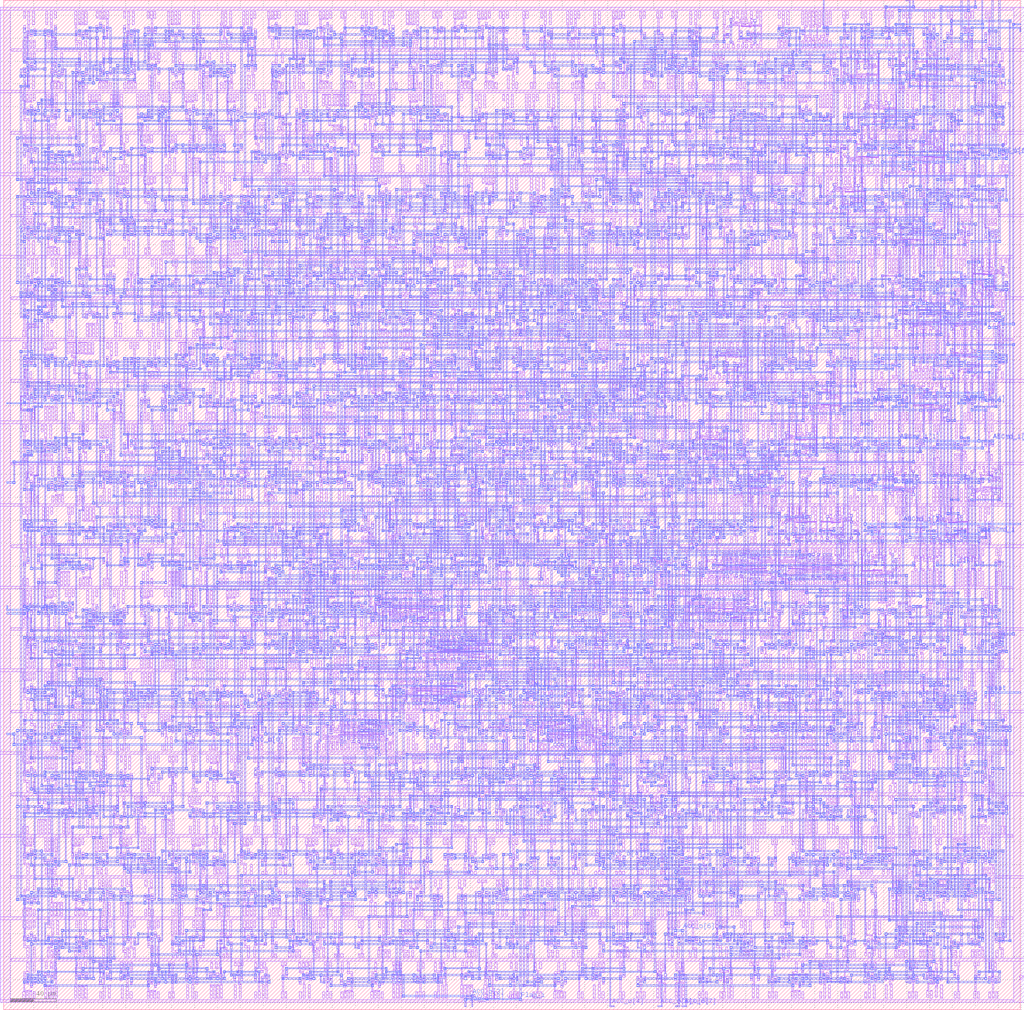
<source format=lef>
VERSION 5.7 ;
  NOWIREEXTENSIONATPIN ON ;
  DIVIDERCHAR "/" ;
  BUSBITCHARS "[]" ;
MACRO ALU8_Mult
  CLASS BLOCK ;
  FOREIGN ALU8_Mult ;
  ORIGIN 6.000 6.000 ;
  SIZE 885.000 BY 879.000 ;
  PIN gnd
    USE GROUND ;
    PORT
      LAYER metal1 ;
        RECT 873.300 830.700 882.300 866.700 ;
        RECT 0.600 828.300 882.300 830.700 ;
        RECT 873.300 758.700 882.300 828.300 ;
        RECT 0.600 756.300 882.300 758.700 ;
        RECT 873.300 686.700 882.300 756.300 ;
        RECT 0.600 684.300 882.300 686.700 ;
        RECT 873.300 614.700 882.300 684.300 ;
        RECT 0.600 612.300 882.300 614.700 ;
        RECT 873.300 542.700 882.300 612.300 ;
        RECT 0.600 540.300 882.300 542.700 ;
        RECT 873.300 470.700 882.300 540.300 ;
        RECT 0.600 468.300 882.300 470.700 ;
        RECT 873.300 398.700 882.300 468.300 ;
        RECT 0.600 396.300 882.300 398.700 ;
        RECT 873.300 326.700 882.300 396.300 ;
        RECT 0.600 324.300 882.300 326.700 ;
        RECT 873.300 254.700 882.300 324.300 ;
        RECT 0.600 252.300 882.300 254.700 ;
        RECT 873.300 182.700 882.300 252.300 ;
        RECT 0.600 180.300 882.300 182.700 ;
        RECT 873.300 110.700 882.300 180.300 ;
        RECT 0.600 108.300 882.300 110.700 ;
        RECT 873.300 38.700 882.300 108.300 ;
        RECT 0.600 36.300 882.300 38.700 ;
        RECT 873.300 0.300 882.300 36.300 ;
    END
  END gnd
  PIN vdd
    USE POWER ;
    PORT
      LAYER metal1 ;
        RECT -9.300 864.300 872.400 866.700 ;
        RECT -9.300 794.700 -0.300 864.300 ;
        RECT -9.300 792.300 872.400 794.700 ;
        RECT -9.300 722.700 -0.300 792.300 ;
        RECT -9.300 720.300 872.400 722.700 ;
        RECT -9.300 650.700 -0.300 720.300 ;
        RECT -9.300 648.300 872.400 650.700 ;
        RECT -9.300 578.700 -0.300 648.300 ;
        RECT -9.300 576.300 872.400 578.700 ;
        RECT -9.300 506.700 -0.300 576.300 ;
        RECT -9.300 504.300 872.400 506.700 ;
        RECT -9.300 434.700 -0.300 504.300 ;
        RECT -9.300 432.300 872.400 434.700 ;
        RECT -9.300 362.700 -0.300 432.300 ;
        RECT 655.950 430.950 658.050 432.300 ;
        RECT -9.300 360.300 872.400 362.700 ;
        RECT -9.300 290.700 -0.300 360.300 ;
        RECT 379.950 358.950 382.050 360.300 ;
        RECT 652.950 358.950 655.050 360.300 ;
        RECT 673.950 358.950 676.050 360.300 ;
        RECT -9.300 288.300 872.400 290.700 ;
        RECT -9.300 218.700 -0.300 288.300 ;
        RECT 397.950 286.950 400.050 288.300 ;
        RECT 415.950 286.950 418.050 288.300 ;
        RECT -9.300 216.300 872.400 218.700 ;
        RECT -9.300 146.700 -0.300 216.300 ;
        RECT 319.950 214.950 322.050 216.300 ;
        RECT 484.950 214.950 487.050 216.300 ;
        RECT -9.300 144.300 872.400 146.700 ;
        RECT -9.300 74.700 -0.300 144.300 ;
        RECT -9.300 72.300 872.400 74.700 ;
        RECT -9.300 2.700 -0.300 72.300 ;
        RECT -9.300 0.300 872.400 2.700 ;
      LAYER metal2 ;
        RECT 655.950 430.950 658.050 433.050 ;
        RECT 656.400 382.050 657.450 430.950 ;
        RECT 655.950 379.950 658.050 382.050 ;
        RECT 676.950 381.450 679.050 382.050 ;
        RECT 674.400 380.400 679.050 381.450 ;
        RECT 674.400 361.050 675.450 380.400 ;
        RECT 676.950 379.950 679.050 380.400 ;
        RECT 379.950 358.950 382.050 361.050 ;
        RECT 652.950 358.950 655.050 361.050 ;
        RECT 673.950 358.950 676.050 361.050 ;
        RECT 380.400 343.050 381.450 358.950 ;
        RECT 653.400 343.050 654.450 358.950 ;
        RECT 367.950 340.950 370.050 343.050 ;
        RECT 379.950 340.950 382.050 343.050 ;
        RECT 640.950 340.950 643.050 343.050 ;
        RECT 652.950 340.950 655.050 343.050 ;
        RECT 409.950 309.450 412.050 310.050 ;
        RECT 409.950 308.400 414.450 309.450 ;
        RECT 409.950 307.950 412.050 308.400 ;
        RECT 397.950 286.950 400.050 289.050 ;
        RECT 413.400 288.450 414.450 308.400 ;
        RECT 415.950 288.450 418.050 289.050 ;
        RECT 413.400 287.400 418.050 288.450 ;
        RECT 415.950 286.950 418.050 287.400 ;
        RECT 398.400 271.050 399.450 286.950 ;
        RECT 385.950 268.950 388.050 271.050 ;
        RECT 397.950 268.950 400.050 271.050 ;
        RECT 322.950 237.450 325.050 238.050 ;
        RECT 320.400 236.400 325.050 237.450 ;
        RECT 320.400 217.050 321.450 236.400 ;
        RECT 322.950 235.950 325.050 236.400 ;
        RECT 466.950 235.950 469.050 238.050 ;
        RECT 484.950 235.950 487.050 238.050 ;
        RECT 485.400 217.050 486.450 235.950 ;
        RECT 319.950 214.950 322.050 217.050 ;
        RECT 484.950 214.950 487.050 217.050 ;
      LAYER metal3 ;
        RECT 367.950 342.600 370.050 343.050 ;
        RECT 379.950 342.600 382.050 343.050 ;
        RECT 367.950 341.400 382.050 342.600 ;
        RECT 367.950 340.950 370.050 341.400 ;
        RECT 379.950 340.950 382.050 341.400 ;
        RECT 640.950 342.600 643.050 343.050 ;
        RECT 652.950 342.600 655.050 343.050 ;
        RECT 640.950 341.400 655.050 342.600 ;
        RECT 640.950 340.950 643.050 341.400 ;
        RECT 652.950 340.950 655.050 341.400 ;
        RECT 385.950 270.600 388.050 271.050 ;
        RECT 397.950 270.600 400.050 271.050 ;
        RECT 385.950 269.400 400.050 270.600 ;
        RECT 385.950 268.950 388.050 269.400 ;
        RECT 397.950 268.950 400.050 269.400 ;
        RECT 466.950 237.600 469.050 238.050 ;
        RECT 484.950 237.600 487.050 238.050 ;
        RECT 466.950 236.400 487.050 237.600 ;
        RECT 466.950 235.950 469.050 236.400 ;
        RECT 484.950 235.950 487.050 236.400 ;
    END
  END vdd
  PIN ABCmd_i[7]
    PORT
      LAYER metal2 ;
        RECT 860.400 832.050 861.450 873.450 ;
        RECT 850.950 829.950 853.050 832.050 ;
        RECT 859.950 829.950 862.050 832.050 ;
        RECT 851.400 811.050 852.450 829.950 ;
        RECT 844.950 808.950 847.050 811.050 ;
        RECT 850.950 808.950 853.050 811.050 ;
        RECT 851.400 781.050 852.450 808.950 ;
        RECT 835.950 778.950 838.050 781.050 ;
        RECT 850.950 778.950 853.050 781.050 ;
        RECT 836.400 745.050 837.450 778.950 ;
        RECT 835.950 744.450 838.050 745.050 ;
        RECT 833.400 743.400 838.050 744.450 ;
        RECT 829.950 738.450 832.050 739.050 ;
        RECT 833.400 738.450 834.450 743.400 ;
        RECT 835.950 742.950 838.050 743.400 ;
        RECT 829.950 737.400 834.450 738.450 ;
        RECT 829.950 736.950 832.050 737.400 ;
        RECT 859.950 736.950 862.050 739.050 ;
      LAYER metal3 ;
        RECT 850.950 831.600 853.050 832.050 ;
        RECT 859.950 831.600 862.050 832.050 ;
        RECT 850.950 830.400 862.050 831.600 ;
        RECT 850.950 829.950 853.050 830.400 ;
        RECT 859.950 829.950 862.050 830.400 ;
        RECT 844.950 810.600 847.050 811.050 ;
        RECT 850.950 810.600 853.050 811.050 ;
        RECT 844.950 809.400 853.050 810.600 ;
        RECT 844.950 808.950 847.050 809.400 ;
        RECT 850.950 808.950 853.050 809.400 ;
        RECT 835.950 780.600 838.050 781.050 ;
        RECT 850.950 780.600 853.050 781.050 ;
        RECT 835.950 779.400 853.050 780.600 ;
        RECT 835.950 778.950 838.050 779.400 ;
        RECT 850.950 778.950 853.050 779.400 ;
        RECT 835.950 744.600 838.050 745.050 ;
        RECT 835.950 743.400 861.600 744.600 ;
        RECT 835.950 742.950 838.050 743.400 ;
        RECT 860.400 739.050 861.600 743.400 ;
        RECT 859.950 736.950 862.050 739.050 ;
    END
  END ABCmd_i[7]
  PIN ABCmd_i[6]
    PORT
      LAYER metal2 ;
        RECT 854.400 810.450 855.450 873.450 ;
        RECT 856.950 810.450 859.050 811.050 ;
        RECT 854.400 809.400 859.050 810.450 ;
        RECT 854.400 778.050 855.450 809.400 ;
        RECT 856.950 808.950 859.050 809.400 ;
        RECT 853.950 777.450 856.050 778.050 ;
        RECT 851.400 776.400 856.050 777.450 ;
        RECT 851.400 739.050 852.450 776.400 ;
        RECT 853.950 775.950 856.050 776.400 ;
        RECT 844.950 736.950 847.050 739.050 ;
        RECT 850.950 736.950 853.050 739.050 ;
      LAYER metal3 ;
        RECT 844.950 738.600 847.050 739.050 ;
        RECT 850.950 738.600 853.050 739.050 ;
        RECT 844.950 737.400 853.050 738.600 ;
        RECT 844.950 736.950 847.050 737.400 ;
        RECT 850.950 736.950 853.050 737.400 ;
    END
  END ABCmd_i[6]
  PIN ABCmd_i[5]
    PORT
      LAYER metal2 ;
        RECT 845.400 853.050 846.450 873.450 ;
        RECT 769.950 850.950 772.050 853.050 ;
        RECT 775.950 850.950 778.050 853.050 ;
        RECT 844.950 850.950 847.050 853.050 ;
        RECT 766.950 849.450 769.050 850.050 ;
        RECT 770.400 849.450 771.450 850.950 ;
        RECT 776.400 850.050 777.450 850.950 ;
        RECT 766.950 848.400 771.450 849.450 ;
        RECT 766.950 847.950 769.050 848.400 ;
        RECT 770.400 844.050 771.450 848.400 ;
        RECT 775.950 847.950 778.050 850.050 ;
        RECT 769.950 841.950 772.050 844.050 ;
        RECT 781.950 841.950 784.050 844.050 ;
        RECT 782.400 799.050 783.450 841.950 ;
        RECT 781.950 796.950 784.050 799.050 ;
        RECT 838.950 796.950 841.050 799.050 ;
        RECT 839.400 778.050 840.450 796.950 ;
        RECT 838.950 775.950 841.050 778.050 ;
      LAYER metal3 ;
        RECT 769.950 852.600 772.050 853.050 ;
        RECT 775.950 852.600 778.050 853.050 ;
        RECT 844.950 852.600 847.050 853.050 ;
        RECT 769.950 851.400 847.050 852.600 ;
        RECT 769.950 850.950 772.050 851.400 ;
        RECT 775.950 850.950 778.050 851.400 ;
        RECT 844.950 850.950 847.050 851.400 ;
        RECT 769.950 843.600 772.050 844.050 ;
        RECT 781.950 843.600 784.050 844.050 ;
        RECT 769.950 842.400 784.050 843.600 ;
        RECT 769.950 841.950 772.050 842.400 ;
        RECT 781.950 841.950 784.050 842.400 ;
        RECT 781.950 798.600 784.050 799.050 ;
        RECT 838.950 798.600 841.050 799.050 ;
        RECT 781.950 797.400 841.050 798.600 ;
        RECT 781.950 796.950 784.050 797.400 ;
        RECT 838.950 796.950 841.050 797.400 ;
    END
  END ABCmd_i[5]
  PIN ABCmd_i[4]
    PORT
      LAYER metal2 ;
        RECT 839.400 868.050 840.450 873.450 ;
        RECT 808.950 865.950 811.050 868.050 ;
        RECT 838.950 865.950 841.050 868.050 ;
        RECT 766.950 703.950 769.050 706.050 ;
        RECT 772.950 703.950 775.050 706.050 ;
        RECT 767.400 700.050 768.450 703.950 ;
        RECT 766.950 697.950 769.050 700.050 ;
        RECT 796.950 697.950 799.050 700.050 ;
        RECT 797.400 691.050 798.450 697.950 ;
        RECT 809.400 691.050 810.450 865.950 ;
        RECT 796.950 688.950 799.050 691.050 ;
        RECT 808.950 688.950 811.050 691.050 ;
        RECT 797.400 627.450 798.450 688.950 ;
        RECT 794.400 626.400 798.450 627.450 ;
        RECT 794.400 610.050 795.450 626.400 ;
        RECT 784.950 607.950 787.050 610.050 ;
        RECT 793.950 607.950 796.050 610.050 ;
        RECT 785.400 562.050 786.450 607.950 ;
        RECT 757.950 559.950 760.050 562.050 ;
        RECT 784.950 559.950 787.050 562.050 ;
        RECT 823.950 559.950 826.050 562.050 ;
        RECT 824.400 523.050 825.450 559.950 ;
        RECT 823.950 520.950 826.050 523.050 ;
        RECT 829.950 520.950 832.050 523.050 ;
      LAYER metal3 ;
        RECT 808.950 867.600 811.050 868.050 ;
        RECT 838.950 867.600 841.050 868.050 ;
        RECT 808.950 866.400 841.050 867.600 ;
        RECT 808.950 865.950 811.050 866.400 ;
        RECT 838.950 865.950 841.050 866.400 ;
        RECT 766.950 705.600 769.050 706.050 ;
        RECT 772.950 705.600 775.050 706.050 ;
        RECT 766.950 704.400 775.050 705.600 ;
        RECT 766.950 703.950 769.050 704.400 ;
        RECT 772.950 703.950 775.050 704.400 ;
        RECT 766.950 699.600 769.050 700.050 ;
        RECT 796.950 699.600 799.050 700.050 ;
        RECT 766.950 698.400 799.050 699.600 ;
        RECT 766.950 697.950 769.050 698.400 ;
        RECT 796.950 697.950 799.050 698.400 ;
        RECT 796.950 690.600 799.050 691.050 ;
        RECT 808.950 690.600 811.050 691.050 ;
        RECT 796.950 689.400 811.050 690.600 ;
        RECT 796.950 688.950 799.050 689.400 ;
        RECT 808.950 688.950 811.050 689.400 ;
        RECT 784.950 609.600 787.050 610.050 ;
        RECT 793.950 609.600 796.050 610.050 ;
        RECT 784.950 608.400 796.050 609.600 ;
        RECT 784.950 607.950 787.050 608.400 ;
        RECT 793.950 607.950 796.050 608.400 ;
        RECT 757.950 561.600 760.050 562.050 ;
        RECT 784.950 561.600 787.050 562.050 ;
        RECT 823.950 561.600 826.050 562.050 ;
        RECT 757.950 560.400 826.050 561.600 ;
        RECT 757.950 559.950 760.050 560.400 ;
        RECT 784.950 559.950 787.050 560.400 ;
        RECT 823.950 559.950 826.050 560.400 ;
        RECT 823.950 522.600 826.050 523.050 ;
        RECT 829.950 522.600 832.050 523.050 ;
        RECT 823.950 521.400 832.050 522.600 ;
        RECT 823.950 520.950 826.050 521.400 ;
        RECT 829.950 520.950 832.050 521.400 ;
    END
  END ABCmd_i[4]
  PIN ABCmd_i[3]
    PORT
      LAYER metal2 ;
        RECT 833.400 865.050 834.450 873.450 ;
        RECT 772.950 862.950 775.050 865.050 ;
        RECT 832.950 862.950 835.050 865.050 ;
        RECT 773.400 813.450 774.450 862.950 ;
        RECT 770.400 812.400 774.450 813.450 ;
        RECT 770.400 766.050 771.450 812.400 ;
        RECT 739.950 763.950 742.050 766.050 ;
        RECT 769.950 763.950 772.050 766.050 ;
        RECT 740.400 694.050 741.450 763.950 ;
        RECT 721.950 691.950 724.050 694.050 ;
        RECT 739.950 691.950 742.050 694.050 ;
        RECT 722.400 622.050 723.450 691.950 ;
        RECT 721.950 619.950 724.050 622.050 ;
        RECT 748.950 619.950 751.050 622.050 ;
        RECT 749.400 523.050 750.450 619.950 ;
        RECT 667.950 520.950 670.050 523.050 ;
        RECT 676.950 520.950 679.050 523.050 ;
        RECT 733.950 520.950 736.050 523.050 ;
        RECT 748.950 520.950 751.050 523.050 ;
      LAYER metal3 ;
        RECT 772.950 864.600 775.050 865.050 ;
        RECT 832.950 864.600 835.050 865.050 ;
        RECT 772.950 863.400 835.050 864.600 ;
        RECT 772.950 862.950 775.050 863.400 ;
        RECT 832.950 862.950 835.050 863.400 ;
        RECT 739.950 765.600 742.050 766.050 ;
        RECT 769.950 765.600 772.050 766.050 ;
        RECT 739.950 764.400 772.050 765.600 ;
        RECT 739.950 763.950 742.050 764.400 ;
        RECT 769.950 763.950 772.050 764.400 ;
        RECT 721.950 693.600 724.050 694.050 ;
        RECT 739.950 693.600 742.050 694.050 ;
        RECT 721.950 692.400 742.050 693.600 ;
        RECT 721.950 691.950 724.050 692.400 ;
        RECT 739.950 691.950 742.050 692.400 ;
        RECT 721.950 621.600 724.050 622.050 ;
        RECT 748.950 621.600 751.050 622.050 ;
        RECT 721.950 620.400 751.050 621.600 ;
        RECT 721.950 619.950 724.050 620.400 ;
        RECT 748.950 619.950 751.050 620.400 ;
        RECT 667.950 522.600 670.050 523.050 ;
        RECT 676.950 522.600 679.050 523.050 ;
        RECT 733.950 522.600 736.050 523.050 ;
        RECT 748.950 522.600 751.050 523.050 ;
        RECT 667.950 521.400 751.050 522.600 ;
        RECT 667.950 520.950 670.050 521.400 ;
        RECT 676.950 520.950 679.050 521.400 ;
        RECT 733.950 520.950 736.050 521.400 ;
        RECT 748.950 520.950 751.050 521.400 ;
    END
  END ABCmd_i[3]
  PIN ABCmd_i[2]
    PORT
      LAYER metal2 ;
        RECT 736.950 448.950 739.050 451.050 ;
        RECT 745.950 448.950 748.050 451.050 ;
        RECT 737.400 448.050 738.450 448.950 ;
        RECT 746.400 448.050 747.450 448.950 ;
        RECT 736.950 445.950 739.050 448.050 ;
        RECT 745.950 445.950 748.050 448.050 ;
        RECT 775.950 445.950 778.050 448.050 ;
        RECT 776.400 418.050 777.450 445.950 ;
        RECT 775.950 415.950 778.050 418.050 ;
      LAYER metal3 ;
        RECT 736.950 447.600 739.050 448.050 ;
        RECT 745.950 447.600 748.050 448.050 ;
        RECT 775.950 447.600 778.050 448.050 ;
        RECT 736.950 446.400 778.050 447.600 ;
        RECT 736.950 445.950 739.050 446.400 ;
        RECT 745.950 445.950 748.050 446.400 ;
        RECT 775.950 445.950 778.050 446.400 ;
        RECT 775.950 417.600 778.050 418.050 ;
        RECT 775.950 416.400 879.600 417.600 ;
        RECT 775.950 415.950 778.050 416.400 ;
    END
  END ABCmd_i[2]
  PIN ABCmd_i[1]
    PORT
      LAYER metal2 ;
        RECT 835.950 847.950 838.050 850.050 ;
        RECT 844.950 847.950 847.050 850.050 ;
        RECT 845.400 822.450 846.450 847.950 ;
        RECT 845.400 821.400 849.450 822.450 ;
        RECT 848.400 711.450 849.450 821.400 ;
        RECT 845.400 710.400 849.450 711.450 ;
        RECT 845.400 532.050 846.450 710.400 ;
        RECT 805.950 529.950 808.050 532.050 ;
        RECT 844.950 529.950 847.050 532.050 ;
        RECT 806.400 523.050 807.450 529.950 ;
        RECT 772.950 520.950 775.050 523.050 ;
        RECT 805.950 520.950 808.050 523.050 ;
        RECT 773.400 490.050 774.450 520.950 ;
        RECT 739.950 487.950 742.050 490.050 ;
        RECT 772.950 487.950 775.050 490.050 ;
      LAYER metal3 ;
        RECT 835.950 849.600 838.050 850.050 ;
        RECT 844.950 849.600 847.050 850.050 ;
        RECT 835.950 848.400 879.600 849.600 ;
        RECT 835.950 847.950 838.050 848.400 ;
        RECT 844.950 847.950 847.050 848.400 ;
        RECT 878.400 845.400 879.600 848.400 ;
        RECT 805.950 531.600 808.050 532.050 ;
        RECT 844.950 531.600 847.050 532.050 ;
        RECT 805.950 530.400 847.050 531.600 ;
        RECT 805.950 529.950 808.050 530.400 ;
        RECT 844.950 529.950 847.050 530.400 ;
        RECT 772.950 522.600 775.050 523.050 ;
        RECT 805.950 522.600 808.050 523.050 ;
        RECT 772.950 521.400 808.050 522.600 ;
        RECT 772.950 520.950 775.050 521.400 ;
        RECT 805.950 520.950 808.050 521.400 ;
        RECT 739.950 489.600 742.050 490.050 ;
        RECT 772.950 489.600 775.050 490.050 ;
        RECT 739.950 488.400 775.050 489.600 ;
        RECT 739.950 487.950 742.050 488.400 ;
        RECT 772.950 487.950 775.050 488.400 ;
    END
  END ABCmd_i[1]
  PIN ABCmd_i[0]
    PORT
      LAYER metal2 ;
        RECT 871.950 850.950 874.050 853.050 ;
        RECT 872.400 592.050 873.450 850.950 ;
        RECT 862.950 589.950 865.050 592.050 ;
        RECT 871.950 589.950 874.050 592.050 ;
        RECT 863.400 562.050 864.450 589.950 ;
        RECT 841.950 559.950 844.050 562.050 ;
        RECT 862.950 559.950 865.050 562.050 ;
        RECT 842.400 490.050 843.450 559.950 ;
        RECT 793.950 487.950 796.050 490.050 ;
        RECT 841.950 487.950 844.050 490.050 ;
        RECT 853.950 487.950 856.050 490.050 ;
      LAYER metal3 ;
        RECT 871.950 852.600 874.050 853.050 ;
        RECT 871.950 851.400 879.600 852.600 ;
        RECT 871.950 850.950 874.050 851.400 ;
        RECT 862.950 591.600 865.050 592.050 ;
        RECT 871.950 591.600 874.050 592.050 ;
        RECT 862.950 590.400 874.050 591.600 ;
        RECT 862.950 589.950 865.050 590.400 ;
        RECT 871.950 589.950 874.050 590.400 ;
        RECT 841.950 561.600 844.050 562.050 ;
        RECT 862.950 561.600 865.050 562.050 ;
        RECT 841.950 560.400 865.050 561.600 ;
        RECT 841.950 559.950 844.050 560.400 ;
        RECT 862.950 559.950 865.050 560.400 ;
        RECT 793.950 489.600 796.050 490.050 ;
        RECT 841.950 489.600 844.050 490.050 ;
        RECT 853.950 489.600 856.050 490.050 ;
        RECT 793.950 488.400 856.050 489.600 ;
        RECT 793.950 487.950 796.050 488.400 ;
        RECT 841.950 487.950 844.050 488.400 ;
        RECT 853.950 487.950 856.050 488.400 ;
    END
  END ABCmd_i[0]
  PIN ACC_o[7]
    PORT
      LAYER metal2 ;
        RECT 583.950 24.450 586.050 25.050 ;
        RECT 583.950 23.400 588.450 24.450 ;
        RECT 583.950 22.950 586.050 23.400 ;
        RECT 587.400 -2.550 588.450 23.400 ;
        RECT 584.400 -3.600 588.450 -2.550 ;
    END
  END ACC_o[7]
  PIN ACC_o[6]
    PORT
      LAYER metal1 ;
        RECT 568.950 169.950 571.050 172.050 ;
        RECT 569.550 160.050 570.450 169.950 ;
        RECT 568.950 157.950 571.050 160.050 ;
        RECT 577.950 132.450 580.050 133.050 ;
        RECT 572.550 131.550 580.050 132.450 ;
        RECT 568.950 117.450 571.050 118.050 ;
        RECT 572.550 117.450 573.450 131.550 ;
        RECT 577.950 130.950 580.050 131.550 ;
        RECT 568.950 116.550 573.450 117.450 ;
        RECT 568.950 115.950 571.050 116.550 ;
        RECT 580.950 99.450 583.050 100.050 ;
        RECT 578.550 98.550 583.050 99.450 ;
        RECT 578.550 94.050 579.450 98.550 ;
        RECT 580.950 97.950 583.050 98.550 ;
        RECT 577.950 91.950 580.050 94.050 ;
      LAYER metal2 ;
        RECT 574.950 238.950 577.050 241.050 ;
        RECT 580.950 238.950 583.050 241.050 ;
        RECT 575.400 216.450 576.450 238.950 ;
        RECT 575.400 215.400 579.450 216.450 ;
        RECT 578.400 178.050 579.450 215.400 ;
        RECT 568.950 175.950 571.050 178.050 ;
        RECT 577.950 175.950 580.050 178.050 ;
        RECT 569.400 172.050 570.450 175.950 ;
        RECT 568.950 169.950 571.050 172.050 ;
        RECT 568.950 157.950 571.050 160.050 ;
        RECT 569.400 142.050 570.450 157.950 ;
        RECT 568.950 139.950 571.050 142.050 ;
        RECT 577.950 139.950 580.050 142.050 ;
        RECT 578.400 133.050 579.450 139.950 ;
        RECT 577.950 130.950 580.050 133.050 ;
        RECT 568.950 115.950 571.050 118.050 ;
        RECT 569.400 109.050 570.450 115.950 ;
        RECT 568.950 106.950 571.050 109.050 ;
        RECT 583.950 106.950 586.050 109.050 ;
        RECT 580.950 99.450 583.050 100.050 ;
        RECT 584.400 99.450 585.450 106.950 ;
        RECT 580.950 98.400 585.450 99.450 ;
        RECT 580.950 97.950 583.050 98.400 ;
        RECT 577.950 91.950 580.050 94.050 ;
        RECT 578.400 64.050 579.450 91.950 ;
        RECT 577.950 61.950 580.050 64.050 ;
        RECT 583.950 61.950 586.050 64.050 ;
        RECT 584.400 27.450 585.450 61.950 ;
        RECT 581.400 26.400 585.450 27.450 ;
        RECT 581.400 -2.550 582.450 26.400 ;
        RECT 578.400 -3.600 582.450 -2.550 ;
      LAYER metal3 ;
        RECT 574.950 240.600 577.050 241.050 ;
        RECT 580.950 240.600 583.050 241.050 ;
        RECT 574.950 239.400 583.050 240.600 ;
        RECT 574.950 238.950 577.050 239.400 ;
        RECT 580.950 238.950 583.050 239.400 ;
        RECT 568.950 177.600 571.050 178.050 ;
        RECT 577.950 177.600 580.050 178.050 ;
        RECT 568.950 176.400 580.050 177.600 ;
        RECT 568.950 175.950 571.050 176.400 ;
        RECT 577.950 175.950 580.050 176.400 ;
        RECT 568.950 141.600 571.050 142.050 ;
        RECT 577.950 141.600 580.050 142.050 ;
        RECT 568.950 140.400 580.050 141.600 ;
        RECT 568.950 139.950 571.050 140.400 ;
        RECT 577.950 139.950 580.050 140.400 ;
        RECT 568.950 108.600 571.050 109.050 ;
        RECT 583.950 108.600 586.050 109.050 ;
        RECT 568.950 107.400 586.050 108.600 ;
        RECT 568.950 106.950 571.050 107.400 ;
        RECT 583.950 106.950 586.050 107.400 ;
        RECT 577.950 63.600 580.050 64.050 ;
        RECT 583.950 63.600 586.050 64.050 ;
        RECT 577.950 62.400 586.050 63.600 ;
        RECT 577.950 61.950 580.050 62.400 ;
        RECT 583.950 61.950 586.050 62.400 ;
    END
  END ACC_o[6]
  PIN ACC_o[5]
    PORT
      LAYER metal2 ;
        RECT 562.950 24.450 565.050 25.050 ;
        RECT 562.950 23.400 567.450 24.450 ;
        RECT 562.950 22.950 565.050 23.400 ;
        RECT 566.400 -2.550 567.450 23.400 ;
        RECT 563.400 -3.600 567.450 -2.550 ;
    END
  END ACC_o[5]
  PIN ACC_o[4]
    PORT
      LAYER metal2 ;
        RECT 523.950 193.950 526.050 196.050 ;
        RECT 524.400 184.050 525.450 193.950 ;
        RECT 511.950 181.950 514.050 184.050 ;
        RECT 523.950 181.950 526.050 184.050 ;
        RECT 512.400 127.050 513.450 181.950 ;
        RECT 511.950 124.950 514.050 127.050 ;
        RECT 520.950 124.950 523.050 127.050 ;
        RECT 521.400 -2.550 522.450 124.950 ;
        RECT 521.400 -3.600 525.450 -2.550 ;
      LAYER metal3 ;
        RECT 511.950 183.600 514.050 184.050 ;
        RECT 523.950 183.600 526.050 184.050 ;
        RECT 511.950 182.400 526.050 183.600 ;
        RECT 511.950 181.950 514.050 182.400 ;
        RECT 523.950 181.950 526.050 182.400 ;
        RECT 511.950 126.600 514.050 127.050 ;
        RECT 520.950 126.600 523.050 127.050 ;
        RECT 511.950 125.400 523.050 126.600 ;
        RECT 511.950 124.950 514.050 125.400 ;
        RECT 520.950 124.950 523.050 125.400 ;
    END
  END ACC_o[4]
  PIN ACC_o[3]
    PORT
      LAYER metal2 ;
        RECT 337.950 24.450 340.050 25.050 ;
        RECT 337.950 23.400 342.450 24.450 ;
        RECT 337.950 22.950 340.050 23.400 ;
        RECT 341.400 7.050 342.450 23.400 ;
        RECT 340.950 4.950 343.050 7.050 ;
        RECT 400.950 4.950 403.050 7.050 ;
        RECT 401.400 -3.600 402.450 4.950 ;
      LAYER metal3 ;
        RECT 340.950 6.600 343.050 7.050 ;
        RECT 400.950 6.600 403.050 7.050 ;
        RECT 340.950 5.400 403.050 6.600 ;
        RECT 340.950 4.950 343.050 5.400 ;
        RECT 400.950 4.950 403.050 5.400 ;
    END
  END ACC_o[3]
  PIN ACC_o[2]
    PORT
      LAYER metal2 ;
        RECT 13.950 340.950 16.050 343.050 ;
        RECT 14.400 313.050 15.450 340.950 ;
        RECT 13.950 310.950 16.050 313.050 ;
      LAYER metal3 ;
        RECT -3.600 342.600 -2.400 345.600 ;
        RECT 13.950 342.600 16.050 343.050 ;
        RECT -3.600 341.400 16.050 342.600 ;
        RECT 13.950 340.950 16.050 341.400 ;
    END
  END ACC_o[2]
  PIN ACC_o[1]
    PORT
      LAYER metal2 ;
        RECT 10.950 337.950 13.050 340.050 ;
      LAYER metal3 ;
        RECT 10.950 339.600 13.050 340.050 ;
        RECT -3.600 338.400 13.050 339.600 ;
        RECT 10.950 337.950 13.050 338.400 ;
    END
  END ACC_o[1]
  PIN ACC_o[0]
    PORT
      LAYER metal2 ;
        RECT 211.950 240.450 214.050 241.050 ;
        RECT 209.400 239.400 214.050 240.450 ;
        RECT 1.950 232.950 4.050 235.050 ;
        RECT 2.400 226.050 3.450 232.950 ;
        RECT 209.400 226.050 210.450 239.400 ;
        RECT 211.950 238.950 214.050 239.400 ;
        RECT 1.950 223.950 4.050 226.050 ;
        RECT 208.950 223.950 211.050 226.050 ;
      LAYER metal3 ;
        RECT 1.950 234.600 4.050 235.050 ;
        RECT -3.600 233.400 4.050 234.600 ;
        RECT 1.950 232.950 4.050 233.400 ;
        RECT 1.950 225.600 4.050 226.050 ;
        RECT 208.950 225.600 211.050 226.050 ;
        RECT 1.950 224.400 211.050 225.600 ;
        RECT 1.950 223.950 4.050 224.400 ;
        RECT 208.950 223.950 211.050 224.400 ;
    END
  END ACC_o[0]
  PIN Flag_i
    PORT
      LAYER metal2 ;
        RECT 481.950 310.950 484.050 313.050 ;
        RECT 487.950 310.950 490.050 313.050 ;
        RECT 482.400 271.050 483.450 310.950 ;
        RECT 481.950 268.950 484.050 271.050 ;
        RECT 442.950 265.950 445.050 268.050 ;
        RECT 463.950 265.950 466.050 268.050 ;
        RECT 406.950 196.950 409.050 199.050 ;
        RECT 406.950 190.950 409.050 193.050 ;
        RECT 407.400 178.050 408.450 190.950 ;
        RECT 443.400 178.050 444.450 265.950 ;
        RECT 481.950 193.950 484.050 196.050 ;
        RECT 482.400 178.050 483.450 193.950 ;
        RECT 406.950 175.950 409.050 178.050 ;
        RECT 421.950 175.950 424.050 178.050 ;
        RECT 442.950 175.950 445.050 178.050 ;
        RECT 448.950 175.950 451.050 178.050 ;
        RECT 481.950 175.950 484.050 178.050 ;
        RECT 407.400 172.050 408.450 175.950 ;
        RECT 406.950 169.950 409.050 172.050 ;
        RECT 422.400 169.050 423.450 175.950 ;
        RECT 421.950 166.950 424.050 169.050 ;
        RECT 449.400 121.050 450.450 175.950 ;
        RECT 482.400 169.050 483.450 175.950 ;
        RECT 481.950 166.950 484.050 169.050 ;
        RECT 442.950 118.950 445.050 121.050 ;
        RECT 448.950 118.950 451.050 121.050 ;
        RECT 443.400 4.050 444.450 118.950 ;
        RECT 394.950 1.950 397.050 4.050 ;
        RECT 442.950 1.950 445.050 4.050 ;
        RECT 395.400 -3.600 396.450 1.950 ;
      LAYER metal3 ;
        RECT 481.950 312.600 484.050 313.050 ;
        RECT 487.950 312.600 490.050 313.050 ;
        RECT 481.950 311.400 490.050 312.600 ;
        RECT 481.950 310.950 484.050 311.400 ;
        RECT 487.950 310.950 490.050 311.400 ;
        RECT 481.950 268.950 484.050 271.050 ;
        RECT 442.950 267.600 445.050 268.050 ;
        RECT 463.950 267.600 466.050 268.050 ;
        RECT 482.400 267.600 483.600 268.950 ;
        RECT 442.950 266.400 483.600 267.600 ;
        RECT 442.950 265.950 445.050 266.400 ;
        RECT 463.950 265.950 466.050 266.400 ;
        RECT 406.950 196.950 409.050 199.050 ;
        RECT 407.400 193.050 408.600 196.950 ;
        RECT 406.950 190.950 409.050 193.050 ;
        RECT 406.950 177.600 409.050 178.050 ;
        RECT 421.950 177.600 424.050 178.050 ;
        RECT 442.950 177.600 445.050 178.050 ;
        RECT 448.950 177.600 451.050 178.050 ;
        RECT 481.950 177.600 484.050 178.050 ;
        RECT 406.950 176.400 484.050 177.600 ;
        RECT 406.950 175.950 409.050 176.400 ;
        RECT 421.950 175.950 424.050 176.400 ;
        RECT 442.950 175.950 445.050 176.400 ;
        RECT 448.950 175.950 451.050 176.400 ;
        RECT 481.950 175.950 484.050 176.400 ;
        RECT 442.950 120.600 445.050 121.050 ;
        RECT 448.950 120.600 451.050 121.050 ;
        RECT 442.950 119.400 451.050 120.600 ;
        RECT 442.950 118.950 445.050 119.400 ;
        RECT 448.950 118.950 451.050 119.400 ;
        RECT 394.950 3.600 397.050 4.050 ;
        RECT 442.950 3.600 445.050 4.050 ;
        RECT 394.950 2.400 445.050 3.600 ;
        RECT 394.950 1.950 397.050 2.400 ;
        RECT 442.950 1.950 445.050 2.400 ;
    END
  END Flag_i
  PIN LoadA_i
    PORT
      LAYER metal2 ;
        RECT 779.400 872.400 783.450 873.450 ;
        RECT 782.400 850.050 783.450 872.400 ;
        RECT 781.950 849.450 784.050 850.050 ;
        RECT 781.950 848.400 786.450 849.450 ;
        RECT 781.950 847.950 784.050 848.400 ;
        RECT 676.950 841.950 679.050 844.050 ;
        RECT 677.400 835.050 678.450 841.950 ;
        RECT 785.400 835.050 786.450 848.400 ;
        RECT 676.950 832.950 679.050 835.050 ;
        RECT 784.950 832.950 787.050 835.050 ;
        RECT 785.400 823.050 786.450 832.950 ;
        RECT 784.950 820.950 787.050 823.050 ;
        RECT 814.950 820.950 817.050 823.050 ;
        RECT 785.400 811.050 786.450 820.950 ;
        RECT 815.400 817.050 816.450 820.950 ;
        RECT 814.950 814.950 817.050 817.050 ;
        RECT 772.950 808.950 775.050 811.050 ;
        RECT 784.950 808.950 787.050 811.050 ;
        RECT 862.950 808.950 865.050 811.050 ;
        RECT 773.400 745.050 774.450 808.950 ;
        RECT 785.400 808.050 786.450 808.950 ;
        RECT 863.400 808.050 864.450 808.950 ;
        RECT 784.950 805.950 787.050 808.050 ;
        RECT 862.950 805.950 865.050 808.050 ;
        RECT 757.950 742.950 760.050 745.050 ;
        RECT 763.950 742.950 766.050 745.050 ;
        RECT 772.950 742.950 775.050 745.050 ;
        RECT 758.400 733.050 759.450 742.950 ;
        RECT 823.950 736.950 826.050 739.050 ;
        RECT 824.400 733.050 825.450 736.950 ;
        RECT 757.950 730.950 760.050 733.050 ;
        RECT 823.950 730.950 826.050 733.050 ;
        RECT 758.400 709.050 759.450 730.950 ;
        RECT 742.950 706.950 745.050 709.050 ;
        RECT 757.950 706.950 760.050 709.050 ;
        RECT 778.950 706.950 781.050 709.050 ;
        RECT 743.400 700.050 744.450 706.950 ;
        RECT 779.400 706.050 780.450 706.950 ;
        RECT 778.950 703.950 781.050 706.050 ;
        RECT 742.950 697.950 745.050 700.050 ;
        RECT 751.950 697.950 754.050 700.050 ;
        RECT 637.950 529.950 640.050 532.050 ;
        RECT 685.950 529.950 688.050 532.050 ;
        RECT 638.400 529.050 639.450 529.950 ;
        RECT 637.950 526.950 640.050 529.050 ;
        RECT 682.950 522.450 685.050 523.050 ;
        RECT 686.400 522.450 687.450 529.950 ;
        RECT 682.950 521.400 687.450 522.450 ;
        RECT 682.950 520.950 685.050 521.400 ;
        RECT 683.400 493.050 684.450 520.950 ;
        RECT 743.400 493.050 744.450 697.950 ;
        RECT 682.950 490.950 685.050 493.050 ;
        RECT 685.950 490.950 688.050 493.050 ;
        RECT 706.950 490.950 709.050 493.050 ;
        RECT 721.950 490.950 724.050 493.050 ;
        RECT 733.950 490.950 736.050 493.050 ;
        RECT 742.950 490.950 745.050 493.050 ;
        RECT 787.950 490.950 790.050 493.050 ;
        RECT 631.950 481.950 634.050 484.050 ;
        RECT 632.400 481.050 633.450 481.950 ;
        RECT 686.400 481.050 687.450 490.950 ;
        RECT 707.400 483.450 708.450 490.950 ;
        RECT 709.950 483.450 712.050 484.050 ;
        RECT 707.400 482.400 712.050 483.450 ;
        RECT 709.950 481.950 712.050 482.400 ;
        RECT 631.950 478.950 634.050 481.050 ;
        RECT 685.950 478.950 688.050 481.050 ;
        RECT 686.400 457.050 687.450 478.950 ;
        RECT 685.950 454.950 688.050 457.050 ;
        RECT 722.400 451.050 723.450 490.950 ;
        RECT 734.400 490.050 735.450 490.950 ;
        RECT 788.400 490.050 789.450 490.950 ;
        RECT 733.950 487.950 736.050 490.050 ;
        RECT 787.950 487.950 790.050 490.050 ;
        RECT 721.950 448.950 724.050 451.050 ;
        RECT 730.950 448.950 733.050 451.050 ;
      LAYER metal3 ;
        RECT 676.950 834.600 679.050 835.050 ;
        RECT 784.950 834.600 787.050 835.050 ;
        RECT 676.950 833.400 787.050 834.600 ;
        RECT 676.950 832.950 679.050 833.400 ;
        RECT 784.950 832.950 787.050 833.400 ;
        RECT 784.950 822.600 787.050 823.050 ;
        RECT 814.950 822.600 817.050 823.050 ;
        RECT 784.950 821.400 817.050 822.600 ;
        RECT 784.950 820.950 787.050 821.400 ;
        RECT 814.950 820.950 817.050 821.400 ;
        RECT 772.950 810.600 775.050 811.050 ;
        RECT 784.950 810.600 787.050 811.050 ;
        RECT 772.950 809.400 787.050 810.600 ;
        RECT 772.950 808.950 775.050 809.400 ;
        RECT 784.950 808.950 787.050 809.400 ;
        RECT 784.950 807.600 787.050 808.050 ;
        RECT 862.950 807.600 865.050 808.050 ;
        RECT 784.950 806.400 865.050 807.600 ;
        RECT 784.950 805.950 787.050 806.400 ;
        RECT 862.950 805.950 865.050 806.400 ;
        RECT 757.950 744.600 760.050 745.050 ;
        RECT 763.950 744.600 766.050 745.050 ;
        RECT 772.950 744.600 775.050 745.050 ;
        RECT 757.950 743.400 775.050 744.600 ;
        RECT 757.950 742.950 760.050 743.400 ;
        RECT 763.950 742.950 766.050 743.400 ;
        RECT 772.950 742.950 775.050 743.400 ;
        RECT 757.950 732.600 760.050 733.050 ;
        RECT 823.950 732.600 826.050 733.050 ;
        RECT 757.950 731.400 826.050 732.600 ;
        RECT 757.950 730.950 760.050 731.400 ;
        RECT 823.950 730.950 826.050 731.400 ;
        RECT 742.950 708.600 745.050 709.050 ;
        RECT 757.950 708.600 760.050 709.050 ;
        RECT 778.950 708.600 781.050 709.050 ;
        RECT 742.950 707.400 781.050 708.600 ;
        RECT 742.950 706.950 745.050 707.400 ;
        RECT 757.950 706.950 760.050 707.400 ;
        RECT 778.950 706.950 781.050 707.400 ;
        RECT 742.950 699.600 745.050 700.050 ;
        RECT 751.950 699.600 754.050 700.050 ;
        RECT 742.950 698.400 754.050 699.600 ;
        RECT 742.950 697.950 745.050 698.400 ;
        RECT 751.950 697.950 754.050 698.400 ;
        RECT 637.950 531.600 640.050 532.050 ;
        RECT 685.950 531.600 688.050 532.050 ;
        RECT 637.950 530.400 688.050 531.600 ;
        RECT 637.950 529.950 640.050 530.400 ;
        RECT 685.950 529.950 688.050 530.400 ;
        RECT 682.950 492.600 685.050 493.050 ;
        RECT 685.950 492.600 688.050 493.050 ;
        RECT 706.950 492.600 709.050 493.050 ;
        RECT 721.950 492.600 724.050 493.050 ;
        RECT 733.950 492.600 736.050 493.050 ;
        RECT 742.950 492.600 745.050 493.050 ;
        RECT 787.950 492.600 790.050 493.050 ;
        RECT 682.950 491.400 790.050 492.600 ;
        RECT 682.950 490.950 685.050 491.400 ;
        RECT 685.950 490.950 688.050 491.400 ;
        RECT 706.950 490.950 709.050 491.400 ;
        RECT 721.950 490.950 724.050 491.400 ;
        RECT 733.950 490.950 736.050 491.400 ;
        RECT 742.950 490.950 745.050 491.400 ;
        RECT 787.950 490.950 790.050 491.400 ;
        RECT 631.950 480.600 634.050 481.050 ;
        RECT 685.950 480.600 688.050 481.050 ;
        RECT 631.950 479.400 688.050 480.600 ;
        RECT 631.950 478.950 634.050 479.400 ;
        RECT 685.950 478.950 688.050 479.400 ;
        RECT 721.950 450.600 724.050 451.050 ;
        RECT 730.950 450.600 733.050 451.050 ;
        RECT 721.950 449.400 733.050 450.600 ;
        RECT 721.950 448.950 724.050 449.400 ;
        RECT 730.950 448.950 733.050 449.400 ;
    END
  END LoadA_i
  PIN LoadB_i
    PORT
      LAYER metal2 ;
        RECT 785.400 868.050 786.450 873.450 ;
        RECT 760.950 865.950 763.050 868.050 ;
        RECT 784.950 865.950 787.050 868.050 ;
        RECT 761.400 850.050 762.450 865.950 ;
        RECT 760.950 849.450 763.050 850.050 ;
        RECT 758.400 848.400 763.050 849.450 ;
        RECT 758.400 844.050 759.450 848.400 ;
        RECT 760.950 847.950 763.050 848.400 ;
        RECT 748.950 841.950 751.050 844.050 ;
        RECT 757.950 841.950 760.050 844.050 ;
        RECT 749.400 840.450 750.450 841.950 ;
        RECT 746.400 839.400 750.450 840.450 ;
        RECT 746.400 739.050 747.450 839.400 ;
        RECT 859.950 777.450 862.050 778.050 ;
        RECT 859.950 776.400 864.450 777.450 ;
        RECT 859.950 775.950 862.050 776.400 ;
        RECT 863.400 772.050 864.450 776.400 ;
        RECT 814.950 769.950 817.050 772.050 ;
        RECT 856.950 769.950 859.050 772.050 ;
        RECT 862.950 769.950 865.050 772.050 ;
        RECT 815.400 739.050 816.450 769.950 ;
        RECT 745.950 736.950 748.050 739.050 ;
        RECT 769.950 736.950 772.050 739.050 ;
        RECT 814.950 736.950 817.050 739.050 ;
        RECT 770.400 682.050 771.450 736.950 ;
        RECT 815.400 736.050 816.450 736.950 ;
        RECT 857.400 736.050 858.450 769.950 ;
        RECT 865.950 736.950 868.050 739.050 ;
        RECT 866.400 736.050 867.450 736.950 ;
        RECT 814.950 733.950 817.050 736.050 ;
        RECT 856.950 733.950 859.050 736.050 ;
        RECT 865.950 733.950 868.050 736.050 ;
        RECT 769.950 679.950 772.050 682.050 ;
        RECT 793.950 679.950 796.050 682.050 ;
        RECT 794.400 679.050 795.450 679.950 ;
        RECT 793.950 676.950 796.050 679.050 ;
        RECT 802.950 676.950 805.050 679.050 ;
        RECT 794.400 637.050 795.450 676.950 ;
        RECT 803.400 673.050 804.450 676.950 ;
        RECT 802.950 670.950 805.050 673.050 ;
        RECT 793.950 634.950 796.050 637.050 ;
        RECT 850.950 628.950 853.050 631.050 ;
        RECT 851.400 600.450 852.450 628.950 ;
        RECT 853.950 600.450 856.050 601.050 ;
        RECT 851.400 599.400 856.050 600.450 ;
        RECT 851.400 589.050 852.450 599.400 ;
        RECT 853.950 598.950 856.050 599.400 ;
        RECT 850.950 586.950 853.050 589.050 ;
        RECT 856.950 586.950 859.050 589.050 ;
        RECT 857.400 565.050 858.450 586.950 ;
        RECT 751.950 562.950 754.050 565.050 ;
        RECT 772.950 562.950 775.050 565.050 ;
        RECT 856.950 562.950 859.050 565.050 ;
        RECT 752.400 562.050 753.450 562.950 ;
        RECT 751.950 559.950 754.050 562.050 ;
        RECT 773.400 556.050 774.450 562.950 ;
        RECT 857.400 562.050 858.450 562.950 ;
        RECT 856.950 559.950 859.050 562.050 ;
        RECT 709.950 553.950 712.050 556.050 ;
        RECT 772.950 553.950 775.050 556.050 ;
        RECT 773.400 529.050 774.450 553.950 ;
        RECT 760.950 526.950 763.050 529.050 ;
        RECT 769.950 526.950 772.050 529.050 ;
        RECT 772.950 526.950 775.050 529.050 ;
        RECT 661.950 520.950 664.050 523.050 ;
        RECT 662.400 504.450 663.450 520.950 ;
        RECT 770.400 520.050 771.450 526.950 ;
        RECT 778.950 520.950 781.050 523.050 ;
        RECT 779.400 520.050 780.450 520.950 ;
        RECT 766.950 517.950 769.050 520.050 ;
        RECT 769.950 517.950 772.050 520.050 ;
        RECT 778.950 517.950 781.050 520.050 ;
        RECT 662.400 503.400 666.450 504.450 ;
        RECT 652.950 481.950 655.050 484.050 ;
        RECT 653.400 466.050 654.450 481.950 ;
        RECT 665.400 466.050 666.450 503.400 ;
        RECT 652.950 463.950 655.050 466.050 ;
        RECT 664.950 463.950 667.050 466.050 ;
        RECT 706.950 463.950 709.050 466.050 ;
        RECT 707.400 460.050 708.450 463.950 ;
        RECT 767.400 460.050 768.450 517.950 ;
        RECT 706.950 457.950 709.050 460.050 ;
        RECT 766.950 457.950 769.050 460.050 ;
        RECT 707.400 457.050 708.450 457.950 ;
        RECT 706.950 454.950 709.050 457.050 ;
        RECT 767.400 451.050 768.450 457.950 ;
        RECT 751.950 448.950 754.050 451.050 ;
        RECT 766.950 448.950 769.050 451.050 ;
      LAYER metal3 ;
        RECT 760.950 867.600 763.050 868.050 ;
        RECT 784.950 867.600 787.050 868.050 ;
        RECT 760.950 866.400 787.050 867.600 ;
        RECT 760.950 865.950 763.050 866.400 ;
        RECT 784.950 865.950 787.050 866.400 ;
        RECT 748.950 843.600 751.050 844.050 ;
        RECT 757.950 843.600 760.050 844.050 ;
        RECT 748.950 842.400 760.050 843.600 ;
        RECT 748.950 841.950 751.050 842.400 ;
        RECT 757.950 841.950 760.050 842.400 ;
        RECT 856.950 771.600 859.050 772.050 ;
        RECT 862.950 771.600 865.050 772.050 ;
        RECT 856.950 770.400 865.050 771.600 ;
        RECT 856.950 769.950 859.050 770.400 ;
        RECT 862.950 769.950 865.050 770.400 ;
        RECT 745.950 738.600 748.050 739.050 ;
        RECT 769.950 738.600 772.050 739.050 ;
        RECT 814.950 738.600 817.050 739.050 ;
        RECT 745.950 737.400 817.050 738.600 ;
        RECT 745.950 736.950 748.050 737.400 ;
        RECT 769.950 736.950 772.050 737.400 ;
        RECT 814.950 736.950 817.050 737.400 ;
        RECT 814.950 735.600 817.050 736.050 ;
        RECT 856.950 735.600 859.050 736.050 ;
        RECT 865.950 735.600 868.050 736.050 ;
        RECT 814.950 734.400 868.050 735.600 ;
        RECT 814.950 733.950 817.050 734.400 ;
        RECT 856.950 733.950 859.050 734.400 ;
        RECT 865.950 733.950 868.050 734.400 ;
        RECT 769.950 681.600 772.050 682.050 ;
        RECT 793.950 681.600 796.050 682.050 ;
        RECT 769.950 680.400 796.050 681.600 ;
        RECT 769.950 679.950 772.050 680.400 ;
        RECT 793.950 679.950 796.050 680.400 ;
        RECT 793.950 678.600 796.050 679.050 ;
        RECT 802.950 678.600 805.050 679.050 ;
        RECT 793.950 677.400 805.050 678.600 ;
        RECT 793.950 676.950 796.050 677.400 ;
        RECT 802.950 676.950 805.050 677.400 ;
        RECT 793.950 636.600 796.050 637.050 ;
        RECT 793.950 635.400 828.600 636.600 ;
        RECT 793.950 634.950 796.050 635.400 ;
        RECT 827.400 630.600 828.600 635.400 ;
        RECT 850.950 630.600 853.050 631.050 ;
        RECT 827.400 629.400 853.050 630.600 ;
        RECT 850.950 628.950 853.050 629.400 ;
        RECT 850.950 588.600 853.050 589.050 ;
        RECT 856.950 588.600 859.050 589.050 ;
        RECT 850.950 587.400 859.050 588.600 ;
        RECT 850.950 586.950 853.050 587.400 ;
        RECT 856.950 586.950 859.050 587.400 ;
        RECT 751.950 564.600 754.050 565.050 ;
        RECT 772.950 564.600 775.050 565.050 ;
        RECT 856.950 564.600 859.050 565.050 ;
        RECT 751.950 563.400 859.050 564.600 ;
        RECT 751.950 562.950 754.050 563.400 ;
        RECT 772.950 562.950 775.050 563.400 ;
        RECT 856.950 562.950 859.050 563.400 ;
        RECT 709.950 555.600 712.050 556.050 ;
        RECT 772.950 555.600 775.050 556.050 ;
        RECT 709.950 554.400 775.050 555.600 ;
        RECT 709.950 553.950 712.050 554.400 ;
        RECT 772.950 553.950 775.050 554.400 ;
        RECT 760.950 528.600 763.050 529.050 ;
        RECT 769.950 528.600 772.050 529.050 ;
        RECT 772.950 528.600 775.050 529.050 ;
        RECT 760.950 527.400 775.050 528.600 ;
        RECT 760.950 526.950 763.050 527.400 ;
        RECT 769.950 526.950 772.050 527.400 ;
        RECT 772.950 526.950 775.050 527.400 ;
        RECT 766.950 519.600 769.050 520.050 ;
        RECT 769.950 519.600 772.050 520.050 ;
        RECT 778.950 519.600 781.050 520.050 ;
        RECT 766.950 518.400 781.050 519.600 ;
        RECT 766.950 517.950 769.050 518.400 ;
        RECT 769.950 517.950 772.050 518.400 ;
        RECT 778.950 517.950 781.050 518.400 ;
        RECT 652.950 465.600 655.050 466.050 ;
        RECT 664.950 465.600 667.050 466.050 ;
        RECT 706.950 465.600 709.050 466.050 ;
        RECT 652.950 464.400 709.050 465.600 ;
        RECT 652.950 463.950 655.050 464.400 ;
        RECT 664.950 463.950 667.050 464.400 ;
        RECT 706.950 463.950 709.050 464.400 ;
        RECT 706.950 459.600 709.050 460.050 ;
        RECT 766.950 459.600 769.050 460.050 ;
        RECT 706.950 458.400 769.050 459.600 ;
        RECT 706.950 457.950 709.050 458.400 ;
        RECT 766.950 457.950 769.050 458.400 ;
        RECT 751.950 450.600 754.050 451.050 ;
        RECT 766.950 450.600 769.050 451.050 ;
        RECT 751.950 449.400 769.050 450.600 ;
        RECT 751.950 448.950 754.050 449.400 ;
        RECT 766.950 448.950 769.050 449.400 ;
    END
  END LoadB_i
  PIN LoadCmd_i
    PORT
      LAYER metal2 ;
        RECT 827.400 849.450 828.450 873.450 ;
        RECT 829.950 849.450 832.050 850.050 ;
        RECT 827.400 848.400 832.050 849.450 ;
        RECT 827.400 844.050 828.450 848.400 ;
        RECT 829.950 847.950 832.050 848.400 ;
        RECT 826.950 841.950 829.050 844.050 ;
        RECT 835.950 841.950 838.050 844.050 ;
        RECT 836.400 805.050 837.450 841.950 ;
        RECT 838.950 808.950 841.050 811.050 ;
        RECT 839.400 805.050 840.450 808.950 ;
        RECT 835.950 802.950 838.050 805.050 ;
        RECT 838.950 802.950 841.050 805.050 ;
        RECT 844.950 802.950 847.050 805.050 ;
        RECT 845.400 778.050 846.450 802.950 ;
        RECT 760.950 775.950 763.050 778.050 ;
        RECT 844.950 775.950 847.050 778.050 ;
        RECT 761.400 769.050 762.450 775.950 ;
        RECT 778.950 769.950 781.050 772.050 ;
        RECT 779.400 769.050 780.450 769.950 ;
        RECT 760.950 766.950 763.050 769.050 ;
        RECT 778.950 766.950 781.050 769.050 ;
        RECT 761.400 721.050 762.450 766.950 ;
        RECT 838.950 736.950 841.050 739.050 ;
        RECT 839.400 735.450 840.450 736.950 ;
        RECT 839.400 734.400 843.450 735.450 ;
        RECT 842.400 721.050 843.450 734.400 ;
        RECT 760.950 718.950 763.050 721.050 ;
        RECT 841.950 718.950 844.050 721.050 ;
        RECT 865.950 718.950 868.050 721.050 ;
        RECT 866.400 700.050 867.450 718.950 ;
        RECT 859.950 697.950 862.050 700.050 ;
        RECT 865.950 697.950 868.050 700.050 ;
        RECT 856.950 672.450 859.050 673.050 ;
        RECT 860.400 672.450 861.450 697.950 ;
        RECT 856.950 671.400 861.450 672.450 ;
        RECT 856.950 670.950 859.050 671.400 ;
        RECT 860.400 664.050 861.450 671.400 ;
        RECT 835.950 661.950 838.050 664.050 ;
        RECT 859.950 661.950 862.050 664.050 ;
        RECT 836.400 628.050 837.450 661.950 ;
        RECT 820.950 625.950 823.050 628.050 ;
        RECT 835.950 625.950 838.050 628.050 ;
        RECT 836.400 529.050 837.450 625.950 ;
        RECT 835.950 526.950 838.050 529.050 ;
        RECT 838.950 526.950 841.050 529.050 ;
        RECT 844.950 526.950 847.050 529.050 ;
        RECT 739.950 520.950 742.050 523.050 ;
        RECT 835.950 522.450 838.050 523.050 ;
        RECT 839.400 522.450 840.450 526.950 ;
        RECT 835.950 521.400 840.450 522.450 ;
        RECT 835.950 520.950 838.050 521.400 ;
        RECT 740.400 505.050 741.450 520.950 ;
        RECT 836.400 517.050 837.450 520.950 ;
        RECT 835.950 514.950 838.050 517.050 ;
        RECT 847.950 514.950 850.050 517.050 ;
        RECT 739.950 502.950 742.050 505.050 ;
        RECT 745.950 502.950 748.050 505.050 ;
        RECT 746.400 484.050 747.450 502.950 ;
        RECT 848.400 490.050 849.450 514.950 ;
        RECT 847.950 489.450 850.050 490.050 ;
        RECT 845.400 488.400 850.050 489.450 ;
        RECT 845.400 484.050 846.450 488.400 ;
        RECT 847.950 487.950 850.050 488.400 ;
        RECT 742.950 481.950 745.050 484.050 ;
        RECT 745.950 481.950 748.050 484.050 ;
        RECT 760.950 481.950 763.050 484.050 ;
        RECT 820.950 481.950 823.050 484.050 ;
        RECT 844.950 481.950 847.050 484.050 ;
        RECT 743.400 418.050 744.450 481.950 ;
        RECT 742.950 415.950 745.050 418.050 ;
        RECT 769.950 415.950 772.050 418.050 ;
        RECT 743.400 412.050 744.450 415.950 ;
        RECT 742.950 409.950 745.050 412.050 ;
        RECT 748.950 409.950 751.050 412.050 ;
        RECT 841.950 409.950 844.050 412.050 ;
        RECT 749.400 409.050 750.450 409.950 ;
        RECT 842.400 409.050 843.450 409.950 ;
        RECT 748.950 406.950 751.050 409.050 ;
        RECT 841.950 406.950 844.050 409.050 ;
      LAYER metal3 ;
        RECT 826.950 843.600 829.050 844.050 ;
        RECT 835.950 843.600 838.050 844.050 ;
        RECT 826.950 842.400 838.050 843.600 ;
        RECT 826.950 841.950 829.050 842.400 ;
        RECT 835.950 841.950 838.050 842.400 ;
        RECT 835.950 804.600 838.050 805.050 ;
        RECT 838.950 804.600 841.050 805.050 ;
        RECT 844.950 804.600 847.050 805.050 ;
        RECT 835.950 803.400 847.050 804.600 ;
        RECT 835.950 802.950 838.050 803.400 ;
        RECT 838.950 802.950 841.050 803.400 ;
        RECT 844.950 802.950 847.050 803.400 ;
        RECT 760.950 777.600 763.050 778.050 ;
        RECT 844.950 777.600 847.050 778.050 ;
        RECT 760.950 776.400 847.050 777.600 ;
        RECT 760.950 775.950 763.050 776.400 ;
        RECT 844.950 775.950 847.050 776.400 ;
        RECT 760.950 768.600 763.050 769.050 ;
        RECT 778.950 768.600 781.050 769.050 ;
        RECT 760.950 767.400 781.050 768.600 ;
        RECT 760.950 766.950 763.050 767.400 ;
        RECT 778.950 766.950 781.050 767.400 ;
        RECT 760.950 720.600 763.050 721.050 ;
        RECT 841.950 720.600 844.050 721.050 ;
        RECT 865.950 720.600 868.050 721.050 ;
        RECT 760.950 719.400 868.050 720.600 ;
        RECT 760.950 718.950 763.050 719.400 ;
        RECT 841.950 718.950 844.050 719.400 ;
        RECT 865.950 718.950 868.050 719.400 ;
        RECT 859.950 699.600 862.050 700.050 ;
        RECT 865.950 699.600 868.050 700.050 ;
        RECT 859.950 698.400 868.050 699.600 ;
        RECT 859.950 697.950 862.050 698.400 ;
        RECT 865.950 697.950 868.050 698.400 ;
        RECT 835.950 663.600 838.050 664.050 ;
        RECT 859.950 663.600 862.050 664.050 ;
        RECT 835.950 662.400 862.050 663.600 ;
        RECT 835.950 661.950 838.050 662.400 ;
        RECT 859.950 661.950 862.050 662.400 ;
        RECT 820.950 627.600 823.050 628.050 ;
        RECT 835.950 627.600 838.050 628.050 ;
        RECT 820.950 626.400 838.050 627.600 ;
        RECT 820.950 625.950 823.050 626.400 ;
        RECT 835.950 625.950 838.050 626.400 ;
        RECT 835.950 528.600 838.050 529.050 ;
        RECT 838.950 528.600 841.050 529.050 ;
        RECT 844.950 528.600 847.050 529.050 ;
        RECT 835.950 527.400 847.050 528.600 ;
        RECT 835.950 526.950 838.050 527.400 ;
        RECT 838.950 526.950 841.050 527.400 ;
        RECT 844.950 526.950 847.050 527.400 ;
        RECT 835.950 516.600 838.050 517.050 ;
        RECT 847.950 516.600 850.050 517.050 ;
        RECT 835.950 515.400 850.050 516.600 ;
        RECT 835.950 514.950 838.050 515.400 ;
        RECT 847.950 514.950 850.050 515.400 ;
        RECT 739.950 504.600 742.050 505.050 ;
        RECT 745.950 504.600 748.050 505.050 ;
        RECT 739.950 503.400 748.050 504.600 ;
        RECT 739.950 502.950 742.050 503.400 ;
        RECT 745.950 502.950 748.050 503.400 ;
        RECT 742.950 483.600 745.050 484.050 ;
        RECT 745.950 483.600 748.050 484.050 ;
        RECT 760.950 483.600 763.050 484.050 ;
        RECT 820.950 483.600 823.050 484.050 ;
        RECT 844.950 483.600 847.050 484.050 ;
        RECT 742.950 482.400 847.050 483.600 ;
        RECT 742.950 481.950 745.050 482.400 ;
        RECT 745.950 481.950 748.050 482.400 ;
        RECT 760.950 481.950 763.050 482.400 ;
        RECT 820.950 481.950 823.050 482.400 ;
        RECT 844.950 481.950 847.050 482.400 ;
        RECT 742.950 417.600 745.050 418.050 ;
        RECT 769.950 417.600 772.050 418.050 ;
        RECT 742.950 416.400 772.050 417.600 ;
        RECT 742.950 415.950 745.050 416.400 ;
        RECT 769.950 415.950 772.050 416.400 ;
        RECT 742.950 411.600 745.050 412.050 ;
        RECT 748.950 411.600 751.050 412.050 ;
        RECT 742.950 410.400 751.050 411.600 ;
        RECT 742.950 409.950 745.050 410.400 ;
        RECT 748.950 409.950 751.050 410.400 ;
        RECT 748.950 408.600 751.050 409.050 ;
        RECT 841.950 408.600 844.050 409.050 ;
        RECT 748.950 407.400 844.050 408.600 ;
        RECT 748.950 406.950 751.050 407.400 ;
        RECT 841.950 406.950 844.050 407.400 ;
    END
  END LoadCmd_i
  PIN MulH_i
    PORT
      LAYER metal1 ;
        RECT 559.950 387.450 562.050 388.050 ;
        RECT 557.550 386.550 562.050 387.450 ;
        RECT 557.550 382.050 558.450 386.550 ;
        RECT 559.950 385.950 562.050 386.550 ;
        RECT 556.950 379.950 559.050 382.050 ;
      LAYER metal2 ;
        RECT 508.950 556.950 511.050 559.050 ;
        RECT 509.400 538.050 510.450 556.950 ;
        RECT 496.950 535.950 499.050 538.050 ;
        RECT 508.950 535.950 511.050 538.050 ;
        RECT 382.950 511.950 385.050 514.050 ;
        RECT 436.950 511.950 439.050 514.050 ;
        RECT 383.400 505.050 384.450 511.950 ;
        RECT 437.400 508.050 438.450 511.950 ;
        RECT 497.400 511.050 498.450 535.950 ;
        RECT 496.950 508.950 499.050 511.050 ;
        RECT 538.950 508.950 541.050 511.050 ;
        RECT 436.950 505.950 439.050 508.050 ;
        RECT 154.950 502.950 157.050 505.050 ;
        RECT 382.950 502.950 385.050 505.050 ;
        RECT 155.400 472.050 156.450 502.950 ;
        RECT 539.400 495.450 540.450 508.950 ;
        RECT 536.400 494.400 540.450 495.450 ;
        RECT 536.400 472.050 537.450 494.400 ;
        RECT 1.950 469.950 4.050 472.050 ;
        RECT 154.950 469.950 157.050 472.050 ;
        RECT 535.950 469.950 538.050 472.050 ;
        RECT 541.950 469.950 544.050 472.050 ;
        RECT 2.400 454.050 3.450 469.950 ;
        RECT 155.400 454.050 156.450 469.950 ;
        RECT 1.950 451.950 4.050 454.050 ;
        RECT 145.950 451.950 148.050 454.050 ;
        RECT 154.950 451.950 157.050 454.050 ;
        RECT 542.400 412.050 543.450 469.950 ;
        RECT 550.950 412.950 553.050 415.050 ;
        RECT 551.400 412.050 552.450 412.950 ;
        RECT 541.950 409.950 544.050 412.050 ;
        RECT 550.950 409.950 553.050 412.050 ;
        RECT 559.950 409.950 562.050 412.050 ;
        RECT 560.400 388.050 561.450 409.950 ;
        RECT 559.950 385.950 562.050 388.050 ;
        RECT 556.950 379.950 559.050 382.050 ;
        RECT 557.400 367.050 558.450 379.950 ;
        RECT 511.950 364.950 514.050 367.050 ;
        RECT 556.950 364.950 559.050 367.050 ;
        RECT 512.400 343.050 513.450 364.950 ;
        RECT 487.950 340.950 490.050 343.050 ;
        RECT 493.950 340.950 496.050 343.050 ;
        RECT 511.950 340.950 514.050 343.050 ;
        RECT 488.400 328.050 489.450 340.950 ;
        RECT 487.950 325.950 490.050 328.050 ;
        RECT 499.950 325.950 502.050 328.050 ;
        RECT 500.400 307.050 501.450 325.950 ;
        RECT 532.950 307.950 535.050 310.050 ;
        RECT 556.950 307.950 559.050 310.050 ;
        RECT 533.400 307.050 534.450 307.950 ;
        RECT 499.950 304.950 502.050 307.050 ;
        RECT 532.950 304.950 535.050 307.050 ;
      LAYER metal3 ;
        RECT 496.950 537.600 499.050 538.050 ;
        RECT 508.950 537.600 511.050 538.050 ;
        RECT 496.950 536.400 511.050 537.600 ;
        RECT 496.950 535.950 499.050 536.400 ;
        RECT 508.950 535.950 511.050 536.400 ;
        RECT 382.950 513.600 385.050 514.050 ;
        RECT 436.950 513.600 439.050 514.050 ;
        RECT 382.950 512.400 439.050 513.600 ;
        RECT 382.950 511.950 385.050 512.400 ;
        RECT 436.950 511.950 439.050 512.400 ;
        RECT 496.950 510.600 499.050 511.050 ;
        RECT 538.950 510.600 541.050 511.050 ;
        RECT 485.400 509.400 541.050 510.600 ;
        RECT 436.950 507.600 439.050 508.050 ;
        RECT 485.400 507.600 486.600 509.400 ;
        RECT 496.950 508.950 499.050 509.400 ;
        RECT 538.950 508.950 541.050 509.400 ;
        RECT 436.950 506.400 486.600 507.600 ;
        RECT 436.950 505.950 439.050 506.400 ;
        RECT 154.950 504.600 157.050 505.050 ;
        RECT 382.950 504.600 385.050 505.050 ;
        RECT 154.950 503.400 385.050 504.600 ;
        RECT 154.950 502.950 157.050 503.400 ;
        RECT 382.950 502.950 385.050 503.400 ;
        RECT 1.950 471.600 4.050 472.050 ;
        RECT 154.950 471.600 157.050 472.050 ;
        RECT 1.950 470.400 157.050 471.600 ;
        RECT 1.950 469.950 4.050 470.400 ;
        RECT 154.950 469.950 157.050 470.400 ;
        RECT 535.950 471.600 538.050 472.050 ;
        RECT 541.950 471.600 544.050 472.050 ;
        RECT 535.950 470.400 544.050 471.600 ;
        RECT 535.950 469.950 538.050 470.400 ;
        RECT 541.950 469.950 544.050 470.400 ;
        RECT 1.950 453.600 4.050 454.050 ;
        RECT -3.600 452.400 4.050 453.600 ;
        RECT 1.950 451.950 4.050 452.400 ;
        RECT 145.950 453.600 148.050 454.050 ;
        RECT 154.950 453.600 157.050 454.050 ;
        RECT 145.950 452.400 157.050 453.600 ;
        RECT 145.950 451.950 148.050 452.400 ;
        RECT 154.950 451.950 157.050 452.400 ;
        RECT 541.950 411.600 544.050 412.050 ;
        RECT 550.950 411.600 553.050 412.050 ;
        RECT 559.950 411.600 562.050 412.050 ;
        RECT 541.950 410.400 562.050 411.600 ;
        RECT 541.950 409.950 544.050 410.400 ;
        RECT 550.950 409.950 553.050 410.400 ;
        RECT 559.950 409.950 562.050 410.400 ;
        RECT 511.950 366.600 514.050 367.050 ;
        RECT 556.950 366.600 559.050 367.050 ;
        RECT 511.950 365.400 559.050 366.600 ;
        RECT 511.950 364.950 514.050 365.400 ;
        RECT 556.950 364.950 559.050 365.400 ;
        RECT 487.950 342.600 490.050 343.050 ;
        RECT 493.950 342.600 496.050 343.050 ;
        RECT 511.950 342.600 514.050 343.050 ;
        RECT 487.950 341.400 514.050 342.600 ;
        RECT 487.950 340.950 490.050 341.400 ;
        RECT 493.950 340.950 496.050 341.400 ;
        RECT 511.950 340.950 514.050 341.400 ;
        RECT 487.950 327.600 490.050 328.050 ;
        RECT 499.950 327.600 502.050 328.050 ;
        RECT 487.950 326.400 502.050 327.600 ;
        RECT 487.950 325.950 490.050 326.400 ;
        RECT 499.950 325.950 502.050 326.400 ;
        RECT 532.950 309.600 535.050 310.050 ;
        RECT 556.950 309.600 559.050 310.050 ;
        RECT 532.950 308.400 559.050 309.600 ;
        RECT 532.950 307.950 535.050 308.400 ;
        RECT 556.950 307.950 559.050 308.400 ;
        RECT 499.950 306.600 502.050 307.050 ;
        RECT 532.950 306.600 535.050 307.050 ;
        RECT 499.950 305.400 535.050 306.600 ;
        RECT 499.950 304.950 502.050 305.400 ;
        RECT 532.950 304.950 535.050 305.400 ;
    END
  END MulH_i
  PIN MulL_i
    PORT
      LAYER metal2 ;
        RECT 10.950 523.950 13.050 526.050 ;
        RECT 85.950 525.450 88.050 526.050 ;
        RECT 83.400 524.400 88.050 525.450 ;
        RECT 83.400 523.050 84.450 524.400 ;
        RECT 85.950 523.950 88.050 524.400 ;
        RECT 82.950 520.950 85.050 523.050 ;
        RECT 83.400 517.050 84.450 520.950 ;
        RECT 82.950 514.950 85.050 517.050 ;
        RECT 88.950 514.950 91.050 517.050 ;
        RECT 89.400 442.050 90.450 514.950 ;
        RECT 103.950 453.450 106.050 454.050 ;
        RECT 103.950 452.400 108.450 453.450 ;
        RECT 103.950 451.950 106.050 452.400 ;
        RECT 107.400 442.050 108.450 452.400 ;
        RECT 88.950 439.950 91.050 442.050 ;
        RECT 106.950 439.950 109.050 442.050 ;
        RECT 172.950 439.950 175.050 442.050 ;
        RECT 173.400 427.050 174.450 439.950 ;
        RECT 172.950 424.950 175.050 427.050 ;
        RECT 442.950 424.950 445.050 427.050 ;
        RECT 490.950 424.950 493.050 427.050 ;
        RECT 173.400 378.450 174.450 424.950 ;
        RECT 439.950 414.450 442.050 415.050 ;
        RECT 443.400 414.450 444.450 424.950 ;
        RECT 439.950 413.400 444.450 414.450 ;
        RECT 491.400 414.450 492.450 424.950 ;
        RECT 493.950 414.450 496.050 415.050 ;
        RECT 491.400 413.400 496.050 414.450 ;
        RECT 439.950 412.950 442.050 413.400 ;
        RECT 170.400 377.400 174.450 378.450 ;
        RECT 170.400 343.050 171.450 377.400 ;
        RECT 169.950 340.950 172.050 343.050 ;
        RECT 443.400 319.050 444.450 413.400 ;
        RECT 493.950 412.950 496.050 413.400 ;
        RECT 442.950 316.950 445.050 319.050 ;
        RECT 493.950 316.950 496.050 319.050 ;
        RECT 443.400 301.050 444.450 316.950 ;
        RECT 494.400 313.050 495.450 316.950 ;
        RECT 493.950 310.950 496.050 313.050 ;
        RECT 442.950 298.950 445.050 301.050 ;
        RECT 454.950 298.950 457.050 301.050 ;
        RECT 455.400 274.050 456.450 298.950 ;
        RECT 430.950 271.950 433.050 274.050 ;
        RECT 454.950 271.950 457.050 274.050 ;
      LAYER metal3 ;
        RECT 10.950 523.950 13.050 526.050 ;
        RECT 11.400 522.600 12.600 523.950 ;
        RECT 82.950 522.600 85.050 523.050 ;
        RECT -3.600 521.400 85.050 522.600 ;
        RECT 82.950 520.950 85.050 521.400 ;
        RECT 82.950 516.600 85.050 517.050 ;
        RECT 88.950 516.600 91.050 517.050 ;
        RECT 82.950 515.400 91.050 516.600 ;
        RECT 82.950 514.950 85.050 515.400 ;
        RECT 88.950 514.950 91.050 515.400 ;
        RECT 88.950 441.600 91.050 442.050 ;
        RECT 106.950 441.600 109.050 442.050 ;
        RECT 172.950 441.600 175.050 442.050 ;
        RECT 88.950 440.400 175.050 441.600 ;
        RECT 88.950 439.950 91.050 440.400 ;
        RECT 106.950 439.950 109.050 440.400 ;
        RECT 172.950 439.950 175.050 440.400 ;
        RECT 172.950 426.600 175.050 427.050 ;
        RECT 442.950 426.600 445.050 427.050 ;
        RECT 490.950 426.600 493.050 427.050 ;
        RECT 172.950 425.400 493.050 426.600 ;
        RECT 172.950 424.950 175.050 425.400 ;
        RECT 442.950 424.950 445.050 425.400 ;
        RECT 490.950 424.950 493.050 425.400 ;
        RECT 442.950 318.600 445.050 319.050 ;
        RECT 493.950 318.600 496.050 319.050 ;
        RECT 442.950 317.400 496.050 318.600 ;
        RECT 442.950 316.950 445.050 317.400 ;
        RECT 493.950 316.950 496.050 317.400 ;
        RECT 442.950 300.600 445.050 301.050 ;
        RECT 454.950 300.600 457.050 301.050 ;
        RECT 442.950 299.400 457.050 300.600 ;
        RECT 442.950 298.950 445.050 299.400 ;
        RECT 454.950 298.950 457.050 299.400 ;
        RECT 430.950 273.600 433.050 274.050 ;
        RECT 454.950 273.600 457.050 274.050 ;
        RECT 430.950 272.400 457.050 273.600 ;
        RECT 430.950 271.950 433.050 272.400 ;
        RECT 454.950 271.950 457.050 272.400 ;
    END
  END MulL_i
  PIN clk
    PORT
      LAYER metal2 ;
        RECT 707.400 850.050 708.450 873.450 ;
        RECT 706.950 847.950 709.050 850.050 ;
        RECT 709.950 847.950 712.050 850.050 ;
        RECT 730.950 847.950 733.050 850.050 ;
        RECT 710.400 847.050 711.450 847.950 ;
        RECT 709.950 844.950 712.050 847.050 ;
        RECT 731.400 802.050 732.450 847.950 ;
        RECT 730.950 799.950 733.050 802.050 ;
        RECT 775.950 799.950 778.050 802.050 ;
        RECT 776.400 727.050 777.450 799.950 ;
        RECT 775.950 724.950 778.050 727.050 ;
        RECT 784.950 724.950 787.050 727.050 ;
        RECT 785.400 666.450 786.450 724.950 ;
        RECT 782.400 665.400 786.450 666.450 ;
        RECT 782.400 622.050 783.450 665.400 ;
        RECT 781.950 619.950 784.050 622.050 ;
        RECT 805.950 619.950 808.050 622.050 ;
        RECT 806.400 559.050 807.450 619.950 ;
        RECT 805.950 558.450 808.050 559.050 ;
        RECT 803.400 557.400 808.050 558.450 ;
        RECT 803.400 544.050 804.450 557.400 ;
        RECT 805.950 556.950 808.050 557.400 ;
        RECT 802.950 541.950 805.050 544.050 ;
        RECT 817.950 541.950 820.050 544.050 ;
        RECT 818.400 439.050 819.450 541.950 ;
        RECT 823.950 451.950 826.050 454.050 ;
        RECT 824.400 439.050 825.450 451.950 ;
        RECT 817.950 436.950 820.050 439.050 ;
        RECT 823.950 436.950 826.050 439.050 ;
        RECT 818.400 382.050 819.450 436.950 ;
        RECT 805.950 379.950 808.050 382.050 ;
        RECT 817.950 379.950 820.050 382.050 ;
        RECT 823.950 379.950 826.050 382.050 ;
      LAYER metal3 ;
        RECT 706.950 849.600 709.050 850.050 ;
        RECT 709.950 849.600 712.050 850.050 ;
        RECT 730.950 849.600 733.050 850.050 ;
        RECT 706.950 848.400 733.050 849.600 ;
        RECT 706.950 847.950 709.050 848.400 ;
        RECT 709.950 847.950 712.050 848.400 ;
        RECT 730.950 847.950 733.050 848.400 ;
        RECT 730.950 801.600 733.050 802.050 ;
        RECT 775.950 801.600 778.050 802.050 ;
        RECT 730.950 800.400 778.050 801.600 ;
        RECT 730.950 799.950 733.050 800.400 ;
        RECT 775.950 799.950 778.050 800.400 ;
        RECT 775.950 726.600 778.050 727.050 ;
        RECT 784.950 726.600 787.050 727.050 ;
        RECT 775.950 725.400 787.050 726.600 ;
        RECT 775.950 724.950 778.050 725.400 ;
        RECT 784.950 724.950 787.050 725.400 ;
        RECT 781.950 621.600 784.050 622.050 ;
        RECT 805.950 621.600 808.050 622.050 ;
        RECT 781.950 620.400 808.050 621.600 ;
        RECT 781.950 619.950 784.050 620.400 ;
        RECT 805.950 619.950 808.050 620.400 ;
        RECT 802.950 543.600 805.050 544.050 ;
        RECT 817.950 543.600 820.050 544.050 ;
        RECT 802.950 542.400 820.050 543.600 ;
        RECT 802.950 541.950 805.050 542.400 ;
        RECT 817.950 541.950 820.050 542.400 ;
        RECT 817.950 438.600 820.050 439.050 ;
        RECT 823.950 438.600 826.050 439.050 ;
        RECT 817.950 437.400 826.050 438.600 ;
        RECT 817.950 436.950 820.050 437.400 ;
        RECT 823.950 436.950 826.050 437.400 ;
        RECT 805.950 381.600 808.050 382.050 ;
        RECT 817.950 381.600 820.050 382.050 ;
        RECT 823.950 381.600 826.050 382.050 ;
        RECT 805.950 380.400 826.050 381.600 ;
        RECT 805.950 379.950 808.050 380.400 ;
        RECT 817.950 379.950 820.050 380.400 ;
        RECT 823.950 379.950 826.050 380.400 ;
    END
  END clk
  PIN reset
    PORT
      LAYER metal2 ;
        RECT 847.950 268.950 850.050 271.050 ;
      LAYER metal3 ;
        RECT 847.950 270.600 850.050 271.050 ;
        RECT 847.950 269.400 879.600 270.600 ;
        RECT 847.950 268.950 850.050 269.400 ;
    END
  END reset
  OBS
      LAYER metal1 ;
        RECT 11.400 857.400 13.200 863.250 ;
        RECT 14.700 851.400 16.500 863.250 ;
        RECT 18.900 851.400 20.700 863.250 ;
        RECT 30.300 851.400 32.100 863.250 ;
        RECT 34.500 851.400 36.300 863.250 ;
        RECT 37.800 857.400 39.600 863.250 ;
        RECT 55.650 851.400 57.450 863.250 ;
        RECT 58.650 852.300 60.450 863.250 ;
        RECT 61.650 853.200 63.450 863.250 ;
        RECT 64.650 852.300 66.450 863.250 ;
        RECT 74.550 857.400 76.350 863.250 ;
        RECT 77.550 857.400 79.350 863.250 ;
        RECT 80.550 858.000 82.350 863.250 ;
        RECT 77.700 857.100 79.350 857.400 ;
        RECT 83.550 857.400 85.350 863.250 ;
        RECT 98.400 857.400 100.200 863.250 ;
        RECT 83.550 857.100 84.750 857.400 ;
        RECT 77.700 856.200 84.750 857.100 ;
        RECT 58.650 851.400 66.450 852.300 ;
        RECT 77.100 852.150 78.900 853.950 ;
        RECT 11.250 849.150 13.050 850.950 ;
        RECT 10.950 847.050 13.050 849.150 ;
        RECT 14.850 846.150 16.050 851.400 ;
        RECT 20.100 846.150 21.900 847.950 ;
        RECT 29.100 846.150 30.900 847.950 ;
        RECT 34.950 846.150 36.150 851.400 ;
        RECT 37.950 849.150 39.750 850.950 ;
        RECT 37.950 847.050 40.050 849.150 ;
        RECT 56.100 846.150 57.300 851.400 ;
        RECT 74.100 849.150 75.900 850.950 ;
        RECT 76.950 850.050 79.050 852.150 ;
        RECT 80.250 849.150 82.050 850.950 ;
        RECT 73.950 847.050 76.050 849.150 ;
        RECT 79.950 847.050 82.050 849.150 ;
        RECT 83.700 847.950 84.750 856.200 ;
        RECT 101.700 851.400 103.500 863.250 ;
        RECT 105.900 851.400 107.700 863.250 ;
        RECT 118.650 857.400 120.450 863.250 ;
        RECT 121.650 857.400 123.450 863.250 ;
        RECT 124.650 857.400 126.450 863.250 ;
        RECT 98.250 849.150 100.050 850.950 ;
        RECT 13.950 844.050 16.050 846.150 ;
        RECT 13.950 840.750 15.150 844.050 ;
        RECT 16.950 842.850 19.050 844.950 ;
        RECT 19.950 844.050 22.050 846.150 ;
        RECT 28.950 844.050 31.050 846.150 ;
        RECT 31.950 842.850 34.050 844.950 ;
        RECT 34.950 844.050 37.050 846.150 ;
        RECT 55.950 844.050 58.050 846.150 ;
        RECT 82.950 845.850 85.050 847.950 ;
        RECT 97.950 847.050 100.050 849.150 ;
        RECT 101.850 846.150 103.050 851.400 ;
        RECT 122.250 849.150 123.450 857.400 ;
        RECT 136.650 851.400 138.450 863.250 ;
        RECT 139.650 852.300 141.450 863.250 ;
        RECT 142.650 853.200 144.450 863.250 ;
        RECT 145.650 852.300 147.450 863.250 ;
        RECT 139.650 851.400 147.450 852.300 ;
        RECT 158.550 851.400 160.350 863.250 ;
        RECT 162.750 851.400 164.550 863.250 ;
        RECT 183.150 852.900 184.950 863.250 ;
        RECT 107.100 846.150 108.900 847.950 ;
        RECT 17.100 841.050 18.900 842.850 ;
        RECT 32.100 841.050 33.900 842.850 ;
        RECT 35.850 840.750 37.050 844.050 ;
        RECT 11.250 839.700 15.000 840.750 ;
        RECT 36.000 839.700 39.750 840.750 ;
        RECT 11.250 837.600 12.450 839.700 ;
        RECT 10.650 831.750 12.450 837.600 ;
        RECT 13.650 836.700 21.450 838.050 ;
        RECT 13.650 831.750 15.450 836.700 ;
        RECT 16.650 831.750 18.450 835.800 ;
        RECT 19.650 831.750 21.450 836.700 ;
        RECT 29.550 836.700 37.350 838.050 ;
        RECT 29.550 831.750 31.350 836.700 ;
        RECT 32.550 831.750 34.350 835.800 ;
        RECT 35.550 831.750 37.350 836.700 ;
        RECT 38.550 837.600 39.750 839.700 ;
        RECT 56.100 837.600 57.300 844.050 ;
        RECT 58.950 842.850 61.050 844.950 ;
        RECT 62.100 843.150 63.900 844.950 ;
        RECT 59.100 841.050 60.900 842.850 ;
        RECT 61.950 841.050 64.050 843.150 ;
        RECT 64.950 842.850 67.050 844.950 ;
        RECT 65.100 841.050 66.900 842.850 ;
        RECT 83.400 841.650 84.600 845.850 ;
        RECT 38.550 831.750 40.350 837.600 ;
        RECT 56.100 835.950 61.800 837.600 ;
        RECT 56.700 831.750 58.500 834.600 ;
        RECT 60.000 831.750 61.800 835.950 ;
        RECT 64.200 831.750 66.000 837.600 ;
        RECT 74.700 831.750 76.500 840.600 ;
        RECT 80.100 840.000 84.600 841.650 ;
        RECT 100.950 844.050 103.050 846.150 ;
        RECT 100.950 840.750 102.150 844.050 ;
        RECT 103.950 842.850 106.050 844.950 ;
        RECT 106.950 844.050 109.050 846.150 ;
        RECT 118.950 845.850 121.050 847.950 ;
        RECT 121.950 847.050 124.050 849.150 ;
        RECT 119.100 844.050 120.900 845.850 ;
        RECT 104.100 841.050 105.900 842.850 ;
        RECT 80.100 831.750 81.900 840.000 ;
        RECT 98.250 839.700 102.000 840.750 ;
        RECT 122.250 839.700 123.450 847.050 ;
        RECT 124.950 845.850 127.050 847.950 ;
        RECT 137.100 846.150 138.300 851.400 ;
        RECT 162.000 850.350 164.550 851.400 ;
        RECT 182.550 851.550 184.950 852.900 ;
        RECT 186.150 851.550 187.950 863.250 ;
        RECT 158.100 846.150 159.900 847.950 ;
        RECT 125.100 844.050 126.900 845.850 ;
        RECT 136.950 844.050 139.050 846.150 ;
        RECT 98.250 837.600 99.450 839.700 ;
        RECT 119.850 838.800 123.450 839.700 ;
        RECT 97.650 831.750 99.450 837.600 ;
        RECT 100.650 836.700 108.450 838.050 ;
        RECT 100.650 831.750 102.450 836.700 ;
        RECT 103.650 831.750 105.450 835.800 ;
        RECT 106.650 831.750 108.450 836.700 ;
        RECT 119.850 831.750 121.650 838.800 ;
        RECT 137.100 837.600 138.300 844.050 ;
        RECT 139.950 842.850 142.050 844.950 ;
        RECT 143.100 843.150 144.900 844.950 ;
        RECT 140.100 841.050 141.900 842.850 ;
        RECT 142.950 841.050 145.050 843.150 ;
        RECT 145.950 842.850 148.050 844.950 ;
        RECT 157.950 844.050 160.050 846.150 ;
        RECT 162.000 843.150 163.050 850.350 ;
        RECT 164.100 846.150 165.900 847.950 ;
        RECT 163.950 844.050 166.050 846.150 ;
        RECT 182.550 844.950 183.900 851.550 ;
        RECT 190.650 851.400 192.450 863.250 ;
        RECT 202.050 851.400 203.850 863.250 ;
        RECT 205.050 851.400 206.850 863.250 ;
        RECT 208.650 857.400 210.450 863.250 ;
        RECT 211.650 857.400 213.450 863.250 ;
        RECT 223.650 857.400 225.450 863.250 ;
        RECT 226.650 858.000 228.450 863.250 ;
        RECT 185.250 850.200 187.050 850.650 ;
        RECT 191.250 850.200 192.450 851.400 ;
        RECT 185.250 849.000 192.450 850.200 ;
        RECT 185.250 848.850 187.050 849.000 ;
        RECT 146.100 841.050 147.900 842.850 ;
        RECT 160.950 841.050 163.050 843.150 ;
        RECT 124.350 831.750 126.150 837.600 ;
        RECT 137.100 835.950 142.800 837.600 ;
        RECT 137.700 831.750 139.500 834.600 ;
        RECT 141.000 831.750 142.800 835.950 ;
        RECT 145.200 831.750 147.000 837.600 ;
        RECT 162.000 834.600 163.050 841.050 ;
        RECT 181.950 842.850 184.050 844.950 ;
        RECT 181.950 837.600 183.000 842.850 ;
        RECT 185.400 840.600 186.300 848.850 ;
        RECT 188.100 846.150 189.900 847.950 ;
        RECT 202.650 846.150 203.850 851.400 ;
        RECT 187.950 844.050 190.050 846.150 ;
        RECT 191.100 843.150 192.900 844.950 ;
        RECT 202.650 844.050 205.050 846.150 ;
        RECT 205.950 845.850 208.050 847.950 ;
        RECT 206.100 844.050 207.900 845.850 ;
        RECT 190.950 841.050 193.050 843.150 ;
        RECT 185.250 839.700 187.050 840.600 ;
        RECT 185.250 838.800 188.550 839.700 ;
        RECT 158.550 831.750 160.350 834.600 ;
        RECT 161.550 831.750 163.350 834.600 ;
        RECT 164.550 831.750 166.350 834.600 ;
        RECT 181.650 831.750 183.450 837.600 ;
        RECT 187.650 834.600 188.550 838.800 ;
        RECT 202.650 837.600 203.850 844.050 ;
        RECT 209.100 840.300 210.300 857.400 ;
        RECT 224.250 857.100 225.450 857.400 ;
        RECT 229.650 857.400 231.450 863.250 ;
        RECT 232.650 857.400 234.450 863.250 ;
        RECT 229.650 857.100 231.300 857.400 ;
        RECT 224.250 856.200 231.300 857.100 ;
        RECT 224.250 847.950 225.300 856.200 ;
        RECT 230.100 852.150 231.900 853.950 ;
        RECT 226.950 849.150 228.750 850.950 ;
        RECT 229.950 850.050 232.050 852.150 ;
        RECT 247.650 851.400 249.450 863.250 ;
        RECT 250.650 852.300 252.450 863.250 ;
        RECT 253.650 853.200 255.450 863.250 ;
        RECT 256.650 852.300 258.450 863.250 ;
        RECT 268.650 857.400 270.450 863.250 ;
        RECT 271.650 858.000 273.450 863.250 ;
        RECT 250.650 851.400 258.450 852.300 ;
        RECT 269.250 857.100 270.450 857.400 ;
        RECT 274.650 857.400 276.450 863.250 ;
        RECT 277.650 857.400 279.450 863.250 ;
        RECT 287.550 857.400 289.350 863.250 ;
        RECT 290.550 857.400 292.350 863.250 ;
        RECT 305.400 857.400 307.200 863.250 ;
        RECT 274.650 857.100 276.300 857.400 ;
        RECT 269.250 856.200 276.300 857.100 ;
        RECT 233.100 849.150 234.900 850.950 ;
        RECT 212.100 846.150 213.900 847.950 ;
        RECT 211.950 844.050 214.050 846.150 ;
        RECT 223.950 845.850 226.050 847.950 ;
        RECT 226.950 847.050 229.050 849.150 ;
        RECT 232.950 847.050 235.050 849.150 ;
        RECT 248.100 846.150 249.300 851.400 ;
        RECT 269.250 847.950 270.300 856.200 ;
        RECT 275.100 852.150 276.900 853.950 ;
        RECT 271.950 849.150 273.750 850.950 ;
        RECT 274.950 850.050 277.050 852.150 ;
        RECT 278.100 849.150 279.900 850.950 ;
        RECT 224.400 841.650 225.600 845.850 ;
        RECT 247.950 844.050 250.050 846.150 ;
        RECT 268.950 845.850 271.050 847.950 ;
        RECT 271.950 847.050 274.050 849.150 ;
        RECT 277.950 847.050 280.050 849.150 ;
        RECT 205.950 839.100 213.450 840.300 ;
        RECT 224.400 840.000 228.900 841.650 ;
        RECT 205.950 838.500 207.750 839.100 ;
        RECT 202.650 836.100 205.950 837.600 ;
        RECT 184.650 831.750 186.450 834.600 ;
        RECT 187.650 831.750 189.450 834.600 ;
        RECT 190.650 831.750 192.450 834.600 ;
        RECT 204.150 831.750 205.950 836.100 ;
        RECT 207.150 831.750 208.950 837.600 ;
        RECT 211.650 831.750 213.450 839.100 ;
        RECT 227.100 831.750 228.900 840.000 ;
        RECT 232.500 831.750 234.300 840.600 ;
        RECT 248.100 837.600 249.300 844.050 ;
        RECT 250.950 842.850 253.050 844.950 ;
        RECT 254.100 843.150 255.900 844.950 ;
        RECT 251.100 841.050 252.900 842.850 ;
        RECT 253.950 841.050 256.050 843.150 ;
        RECT 256.950 842.850 259.050 844.950 ;
        RECT 257.100 841.050 258.900 842.850 ;
        RECT 269.400 841.650 270.600 845.850 ;
        RECT 290.400 844.950 291.600 857.400 ;
        RECT 308.700 851.400 310.500 863.250 ;
        RECT 312.900 851.400 314.700 863.250 ;
        RECT 324.300 851.400 326.100 863.250 ;
        RECT 328.500 851.400 330.300 863.250 ;
        RECT 331.800 857.400 333.600 863.250 ;
        RECT 344.550 852.300 346.350 863.250 ;
        RECT 347.550 853.200 349.350 863.250 ;
        RECT 350.550 852.300 352.350 863.250 ;
        RECT 344.550 851.400 352.350 852.300 ;
        RECT 353.550 851.400 355.350 863.250 ;
        RECT 367.650 857.400 369.450 863.250 ;
        RECT 370.650 857.400 372.450 863.250 ;
        RECT 373.650 857.400 375.450 863.250 ;
        RECT 385.650 857.400 387.450 863.250 ;
        RECT 388.650 858.000 390.450 863.250 ;
        RECT 305.250 849.150 307.050 850.950 ;
        RECT 304.950 847.050 307.050 849.150 ;
        RECT 308.850 846.150 310.050 851.400 ;
        RECT 314.100 846.150 315.900 847.950 ;
        RECT 323.100 846.150 324.900 847.950 ;
        RECT 328.950 846.150 330.150 851.400 ;
        RECT 331.950 849.150 333.750 850.950 ;
        RECT 331.950 847.050 334.050 849.150 ;
        RECT 353.700 846.150 354.900 851.400 ;
        RECT 371.250 849.150 372.450 857.400 ;
        RECT 386.250 857.100 387.450 857.400 ;
        RECT 391.650 857.400 393.450 863.250 ;
        RECT 394.650 857.400 396.450 863.250 ;
        RECT 406.650 857.400 408.450 863.250 ;
        RECT 409.650 858.000 411.450 863.250 ;
        RECT 391.650 857.100 393.300 857.400 ;
        RECT 386.250 856.200 393.300 857.100 ;
        RECT 407.250 857.100 408.450 857.400 ;
        RECT 412.650 857.400 414.450 863.250 ;
        RECT 415.650 857.400 417.450 863.250 ;
        RECT 425.550 857.400 427.350 863.250 ;
        RECT 428.550 857.400 430.350 863.250 ;
        RECT 431.550 857.400 433.350 863.250 ;
        RECT 445.650 857.400 447.450 863.250 ;
        RECT 448.650 857.400 450.450 863.250 ;
        RECT 461.400 857.400 463.200 863.250 ;
        RECT 412.650 857.100 414.300 857.400 ;
        RECT 407.250 856.200 414.300 857.100 ;
        RECT 287.100 843.150 288.900 844.950 ;
        RECT 269.400 840.000 273.900 841.650 ;
        RECT 286.950 841.050 289.050 843.150 ;
        RECT 289.950 842.850 292.050 844.950 ;
        RECT 307.950 844.050 310.050 846.150 ;
        RECT 248.100 835.950 253.800 837.600 ;
        RECT 248.700 831.750 250.500 834.600 ;
        RECT 252.000 831.750 253.800 835.950 ;
        RECT 256.200 831.750 258.000 837.600 ;
        RECT 272.100 831.750 273.900 840.000 ;
        RECT 277.500 831.750 279.300 840.600 ;
        RECT 290.400 834.600 291.600 842.850 ;
        RECT 307.950 840.750 309.150 844.050 ;
        RECT 310.950 842.850 313.050 844.950 ;
        RECT 313.950 844.050 316.050 846.150 ;
        RECT 322.950 844.050 325.050 846.150 ;
        RECT 325.950 842.850 328.050 844.950 ;
        RECT 328.950 844.050 331.050 846.150 ;
        RECT 311.100 841.050 312.900 842.850 ;
        RECT 326.100 841.050 327.900 842.850 ;
        RECT 329.850 840.750 331.050 844.050 ;
        RECT 343.950 842.850 346.050 844.950 ;
        RECT 347.100 843.150 348.900 844.950 ;
        RECT 344.100 841.050 345.900 842.850 ;
        RECT 346.950 841.050 349.050 843.150 ;
        RECT 349.950 842.850 352.050 844.950 ;
        RECT 352.950 844.050 355.050 846.150 ;
        RECT 367.950 845.850 370.050 847.950 ;
        RECT 370.950 847.050 373.050 849.150 ;
        RECT 386.250 847.950 387.300 856.200 ;
        RECT 392.100 852.150 393.900 853.950 ;
        RECT 388.950 849.150 390.750 850.950 ;
        RECT 391.950 850.050 394.050 852.150 ;
        RECT 395.100 849.150 396.900 850.950 ;
        RECT 368.100 844.050 369.900 845.850 ;
        RECT 350.100 841.050 351.900 842.850 ;
        RECT 305.250 839.700 309.000 840.750 ;
        RECT 330.000 839.700 333.750 840.750 ;
        RECT 305.250 837.600 306.450 839.700 ;
        RECT 287.550 831.750 289.350 834.600 ;
        RECT 290.550 831.750 292.350 834.600 ;
        RECT 304.650 831.750 306.450 837.600 ;
        RECT 307.650 836.700 315.450 838.050 ;
        RECT 307.650 831.750 309.450 836.700 ;
        RECT 310.650 831.750 312.450 835.800 ;
        RECT 313.650 831.750 315.450 836.700 ;
        RECT 323.550 836.700 331.350 838.050 ;
        RECT 323.550 831.750 325.350 836.700 ;
        RECT 326.550 831.750 328.350 835.800 ;
        RECT 329.550 831.750 331.350 836.700 ;
        RECT 332.550 837.600 333.750 839.700 ;
        RECT 353.700 837.600 354.900 844.050 ;
        RECT 371.250 839.700 372.450 847.050 ;
        RECT 373.950 845.850 376.050 847.950 ;
        RECT 385.950 845.850 388.050 847.950 ;
        RECT 388.950 847.050 391.050 849.150 ;
        RECT 394.950 847.050 397.050 849.150 ;
        RECT 407.250 847.950 408.300 856.200 ;
        RECT 413.100 852.150 414.900 853.950 ;
        RECT 409.950 849.150 411.750 850.950 ;
        RECT 412.950 850.050 415.050 852.150 ;
        RECT 416.100 849.150 417.900 850.950 ;
        RECT 428.550 849.150 429.750 857.400 ;
        RECT 406.950 845.850 409.050 847.950 ;
        RECT 409.950 847.050 412.050 849.150 ;
        RECT 415.950 847.050 418.050 849.150 ;
        RECT 424.950 845.850 427.050 847.950 ;
        RECT 427.950 847.050 430.050 849.150 ;
        RECT 374.100 844.050 375.900 845.850 ;
        RECT 386.400 841.650 387.600 845.850 ;
        RECT 407.400 841.650 408.600 845.850 ;
        RECT 425.100 844.050 426.900 845.850 ;
        RECT 386.400 840.000 390.900 841.650 ;
        RECT 332.550 831.750 334.350 837.600 ;
        RECT 345.000 831.750 346.800 837.600 ;
        RECT 349.200 835.950 354.900 837.600 ;
        RECT 368.850 838.800 372.450 839.700 ;
        RECT 349.200 831.750 351.000 835.950 ;
        RECT 352.500 831.750 354.300 834.600 ;
        RECT 368.850 831.750 370.650 838.800 ;
        RECT 373.350 831.750 375.150 837.600 ;
        RECT 389.100 831.750 390.900 840.000 ;
        RECT 394.500 831.750 396.300 840.600 ;
        RECT 407.400 840.000 411.900 841.650 ;
        RECT 410.100 831.750 411.900 840.000 ;
        RECT 415.500 831.750 417.300 840.600 ;
        RECT 428.550 839.700 429.750 847.050 ;
        RECT 430.950 845.850 433.050 847.950 ;
        RECT 431.100 844.050 432.900 845.850 ;
        RECT 446.400 844.950 447.600 857.400 ;
        RECT 464.700 851.400 466.500 863.250 ;
        RECT 468.900 851.400 470.700 863.250 ;
        RECT 484.050 851.400 485.850 863.250 ;
        RECT 487.050 851.400 488.850 863.250 ;
        RECT 490.650 857.400 492.450 863.250 ;
        RECT 493.650 857.400 495.450 863.250 ;
        RECT 461.250 849.150 463.050 850.950 ;
        RECT 460.950 847.050 463.050 849.150 ;
        RECT 464.850 846.150 466.050 851.400 ;
        RECT 470.100 846.150 471.900 847.950 ;
        RECT 484.650 846.150 485.850 851.400 ;
        RECT 445.950 842.850 448.050 844.950 ;
        RECT 449.100 843.150 450.900 844.950 ;
        RECT 463.950 844.050 466.050 846.150 ;
        RECT 428.550 838.800 432.150 839.700 ;
        RECT 425.850 831.750 427.650 837.600 ;
        RECT 430.350 831.750 432.150 838.800 ;
        RECT 446.400 834.600 447.600 842.850 ;
        RECT 448.950 841.050 451.050 843.150 ;
        RECT 463.950 840.750 465.150 844.050 ;
        RECT 466.950 842.850 469.050 844.950 ;
        RECT 469.950 844.050 472.050 846.150 ;
        RECT 484.650 844.050 487.050 846.150 ;
        RECT 487.950 845.850 490.050 847.950 ;
        RECT 488.100 844.050 489.900 845.850 ;
        RECT 467.100 841.050 468.900 842.850 ;
        RECT 461.250 839.700 465.000 840.750 ;
        RECT 461.250 837.600 462.450 839.700 ;
        RECT 445.650 831.750 447.450 834.600 ;
        RECT 448.650 831.750 450.450 834.600 ;
        RECT 460.650 831.750 462.450 837.600 ;
        RECT 463.650 836.700 471.450 838.050 ;
        RECT 463.650 831.750 465.450 836.700 ;
        RECT 466.650 831.750 468.450 835.800 ;
        RECT 469.650 831.750 471.450 836.700 ;
        RECT 484.650 837.600 485.850 844.050 ;
        RECT 491.100 840.300 492.300 857.400 ;
        RECT 507.450 851.400 509.250 863.250 ;
        RECT 511.650 851.400 513.450 863.250 ;
        RECT 523.650 857.400 525.450 863.250 ;
        RECT 526.650 858.000 528.450 863.250 ;
        RECT 524.250 857.100 525.450 857.400 ;
        RECT 529.650 857.400 531.450 863.250 ;
        RECT 532.650 857.400 534.450 863.250 ;
        RECT 547.650 857.400 549.450 863.250 ;
        RECT 550.650 857.400 552.450 863.250 ;
        RECT 562.650 857.400 564.450 863.250 ;
        RECT 565.650 857.400 567.450 863.250 ;
        RECT 575.550 857.400 577.350 863.250 ;
        RECT 578.550 857.400 580.350 863.250 ;
        RECT 529.650 857.100 531.300 857.400 ;
        RECT 524.250 856.200 531.300 857.100 ;
        RECT 507.450 850.350 510.000 851.400 ;
        RECT 494.100 846.150 495.900 847.950 ;
        RECT 506.100 846.150 507.900 847.950 ;
        RECT 493.950 844.050 496.050 846.150 ;
        RECT 505.950 844.050 508.050 846.150 ;
        RECT 508.950 843.150 510.000 850.350 ;
        RECT 524.250 847.950 525.300 856.200 ;
        RECT 530.100 852.150 531.900 853.950 ;
        RECT 526.950 849.150 528.750 850.950 ;
        RECT 529.950 850.050 532.050 852.150 ;
        RECT 533.100 849.150 534.900 850.950 ;
        RECT 512.100 846.150 513.900 847.950 ;
        RECT 511.950 844.050 514.050 846.150 ;
        RECT 523.950 845.850 526.050 847.950 ;
        RECT 526.950 847.050 529.050 849.150 ;
        RECT 532.950 847.050 535.050 849.150 ;
        RECT 508.950 841.050 511.050 843.150 ;
        RECT 524.400 841.650 525.600 845.850 ;
        RECT 548.400 844.950 549.600 857.400 ;
        RECT 563.400 844.950 564.600 857.400 ;
        RECT 578.400 844.950 579.600 857.400 ;
        RECT 591.300 851.400 593.100 863.250 ;
        RECT 595.500 851.400 597.300 863.250 ;
        RECT 598.800 857.400 600.600 863.250 ;
        RECT 611.550 857.400 613.350 863.250 ;
        RECT 614.550 857.400 616.350 863.250 ;
        RECT 590.100 846.150 591.900 847.950 ;
        RECT 595.950 846.150 597.150 851.400 ;
        RECT 598.950 849.150 600.750 850.950 ;
        RECT 598.950 847.050 601.050 849.150 ;
        RECT 547.950 842.850 550.050 844.950 ;
        RECT 551.100 843.150 552.900 844.950 ;
        RECT 487.950 839.100 495.450 840.300 ;
        RECT 487.950 838.500 489.750 839.100 ;
        RECT 484.650 836.100 487.950 837.600 ;
        RECT 486.150 831.750 487.950 836.100 ;
        RECT 489.150 831.750 490.950 837.600 ;
        RECT 493.650 831.750 495.450 839.100 ;
        RECT 508.950 834.600 510.000 841.050 ;
        RECT 524.400 840.000 528.900 841.650 ;
        RECT 505.650 831.750 507.450 834.600 ;
        RECT 508.650 831.750 510.450 834.600 ;
        RECT 511.650 831.750 513.450 834.600 ;
        RECT 527.100 831.750 528.900 840.000 ;
        RECT 532.500 831.750 534.300 840.600 ;
        RECT 548.400 834.600 549.600 842.850 ;
        RECT 550.950 841.050 553.050 843.150 ;
        RECT 562.950 842.850 565.050 844.950 ;
        RECT 566.100 843.150 567.900 844.950 ;
        RECT 575.100 843.150 576.900 844.950 ;
        RECT 563.400 834.600 564.600 842.850 ;
        RECT 565.950 841.050 568.050 843.150 ;
        RECT 574.950 841.050 577.050 843.150 ;
        RECT 577.950 842.850 580.050 844.950 ;
        RECT 589.950 844.050 592.050 846.150 ;
        RECT 592.950 842.850 595.050 844.950 ;
        RECT 595.950 844.050 598.050 846.150 ;
        RECT 614.400 844.950 615.600 857.400 ;
        RECT 620.550 851.400 622.350 863.250 ;
        RECT 623.550 860.400 625.350 863.250 ;
        RECT 628.050 857.400 629.850 863.250 ;
        RECT 632.250 857.400 634.050 863.250 ;
        RECT 625.950 855.300 629.850 857.400 ;
        RECT 636.150 856.500 637.950 863.250 ;
        RECT 639.150 857.400 640.950 863.250 ;
        RECT 643.950 857.400 645.750 863.250 ;
        RECT 649.050 857.400 650.850 863.250 ;
        RECT 644.250 856.500 645.450 857.400 ;
        RECT 634.950 854.700 641.850 856.500 ;
        RECT 644.250 854.400 649.050 856.500 ;
        RECT 627.150 852.600 629.850 854.400 ;
        RECT 630.750 853.800 632.550 854.400 ;
        RECT 630.750 852.900 637.050 853.800 ;
        RECT 644.250 853.500 645.450 854.400 ;
        RECT 630.750 852.600 632.550 852.900 ;
        RECT 628.950 851.700 629.850 852.600 ;
        RECT 578.400 834.600 579.600 842.850 ;
        RECT 593.100 841.050 594.900 842.850 ;
        RECT 596.850 840.750 598.050 844.050 ;
        RECT 611.100 843.150 612.900 844.950 ;
        RECT 610.950 841.050 613.050 843.150 ;
        RECT 613.950 842.850 616.050 844.950 ;
        RECT 597.000 839.700 600.750 840.750 ;
        RECT 590.550 836.700 598.350 838.050 ;
        RECT 547.650 831.750 549.450 834.600 ;
        RECT 550.650 831.750 552.450 834.600 ;
        RECT 562.650 831.750 564.450 834.600 ;
        RECT 565.650 831.750 567.450 834.600 ;
        RECT 575.550 831.750 577.350 834.600 ;
        RECT 578.550 831.750 580.350 834.600 ;
        RECT 590.550 831.750 592.350 836.700 ;
        RECT 593.550 831.750 595.350 835.800 ;
        RECT 596.550 831.750 598.350 836.700 ;
        RECT 599.550 837.600 600.750 839.700 ;
        RECT 599.550 831.750 601.350 837.600 ;
        RECT 614.400 834.600 615.600 842.850 ;
        RECT 620.550 841.950 621.750 851.400 ;
        RECT 625.950 850.800 628.050 851.700 ;
        RECT 628.950 850.800 634.950 851.700 ;
        RECT 623.850 849.600 628.050 850.800 ;
        RECT 622.950 847.800 624.750 849.600 ;
        RECT 634.050 846.150 634.950 850.800 ;
        RECT 636.150 850.800 637.050 852.900 ;
        RECT 637.950 852.300 645.450 853.500 ;
        RECT 637.950 851.700 639.750 852.300 ;
        RECT 652.050 851.400 653.850 863.250 ;
        RECT 668.400 857.400 670.200 863.250 ;
        RECT 671.700 851.400 673.500 863.250 ;
        RECT 675.900 851.400 677.700 863.250 ;
        RECT 688.650 851.400 690.450 863.250 ;
        RECT 642.750 850.800 653.850 851.400 ;
        RECT 636.150 850.200 653.850 850.800 ;
        RECT 636.150 849.900 644.550 850.200 ;
        RECT 642.750 849.600 644.550 849.900 ;
        RECT 634.050 844.050 637.050 846.150 ;
        RECT 640.950 845.100 643.050 846.150 ;
        RECT 640.950 844.050 648.900 845.100 ;
        RECT 622.950 843.750 625.050 844.050 ;
        RECT 622.950 841.950 626.850 843.750 ;
        RECT 620.550 839.850 625.050 841.950 ;
        RECT 634.050 840.000 634.950 844.050 ;
        RECT 647.100 843.300 648.900 844.050 ;
        RECT 650.100 843.150 651.900 844.950 ;
        RECT 644.100 842.400 645.900 843.000 ;
        RECT 650.100 842.400 651.000 843.150 ;
        RECT 644.100 841.200 651.000 842.400 ;
        RECT 644.100 840.000 645.150 841.200 ;
        RECT 620.550 837.600 621.750 839.850 ;
        RECT 634.050 839.100 645.150 840.000 ;
        RECT 634.050 838.800 634.950 839.100 ;
        RECT 611.550 831.750 613.350 834.600 ;
        RECT 614.550 831.750 616.350 834.600 ;
        RECT 620.550 831.750 622.350 837.600 ;
        RECT 625.950 836.700 628.050 837.600 ;
        RECT 633.150 837.000 634.950 838.800 ;
        RECT 644.100 838.200 645.150 839.100 ;
        RECT 640.350 837.450 642.150 838.200 ;
        RECT 625.950 835.500 629.700 836.700 ;
        RECT 628.650 834.600 629.700 835.500 ;
        RECT 637.200 836.400 642.150 837.450 ;
        RECT 643.650 836.400 645.450 838.200 ;
        RECT 652.950 837.600 653.850 850.200 ;
        RECT 668.250 849.150 670.050 850.950 ;
        RECT 667.950 847.050 670.050 849.150 ;
        RECT 671.850 846.150 673.050 851.400 ;
        RECT 691.650 850.500 693.450 863.250 ;
        RECT 694.650 851.400 696.450 863.250 ;
        RECT 697.650 850.500 699.450 863.250 ;
        RECT 700.650 851.400 702.450 863.250 ;
        RECT 703.650 850.500 705.450 863.250 ;
        RECT 706.650 851.400 708.450 863.250 ;
        RECT 709.650 850.500 711.450 863.250 ;
        RECT 712.650 851.400 714.450 863.250 ;
        RECT 724.650 857.400 726.450 863.250 ;
        RECT 727.650 857.400 729.450 863.250 ;
        RECT 740.400 857.400 742.200 863.250 ;
        RECT 690.750 849.300 693.450 850.500 ;
        RECT 695.700 849.300 699.450 850.500 ;
        RECT 701.700 849.300 705.450 850.500 ;
        RECT 707.550 849.300 711.450 850.500 ;
        RECT 677.100 846.150 678.900 847.950 ;
        RECT 670.950 844.050 673.050 846.150 ;
        RECT 670.950 840.750 672.150 844.050 ;
        RECT 673.950 842.850 676.050 844.950 ;
        RECT 676.950 844.050 679.050 846.150 ;
        RECT 690.750 844.950 691.800 849.300 ;
        RECT 688.950 842.850 691.800 844.950 ;
        RECT 674.100 841.050 675.900 842.850 ;
        RECT 668.250 839.700 672.000 840.750 ;
        RECT 690.750 839.700 691.800 842.850 ;
        RECT 695.700 842.400 696.900 849.300 ;
        RECT 701.700 842.400 702.900 849.300 ;
        RECT 707.550 842.400 708.750 849.300 ;
        RECT 725.400 844.950 726.600 857.400 ;
        RECT 743.700 851.400 745.500 863.250 ;
        RECT 747.900 851.400 749.700 863.250 ;
        RECT 760.650 857.400 762.450 863.250 ;
        RECT 763.650 857.400 765.450 863.250 ;
        RECT 766.650 857.400 768.450 863.250 ;
        RECT 776.550 857.400 778.350 863.250 ;
        RECT 779.550 857.400 781.350 863.250 ;
        RECT 782.550 857.400 784.350 863.250 ;
        RECT 740.250 849.150 742.050 850.950 ;
        RECT 739.950 847.050 742.050 849.150 ;
        RECT 743.850 846.150 745.050 851.400 ;
        RECT 764.250 849.150 765.450 857.400 ;
        RECT 779.550 849.150 780.750 857.400 ;
        RECT 795.300 851.400 797.100 863.250 ;
        RECT 799.500 851.400 801.300 863.250 ;
        RECT 802.800 857.400 804.600 863.250 ;
        RECT 815.550 857.400 817.350 863.250 ;
        RECT 818.550 857.400 820.350 863.250 ;
        RECT 830.550 857.400 832.350 863.250 ;
        RECT 833.550 857.400 835.350 863.250 ;
        RECT 836.550 857.400 838.350 863.250 ;
        RECT 848.550 857.400 850.350 863.250 ;
        RECT 851.550 857.400 853.350 863.250 ;
        RECT 749.100 846.150 750.900 847.950 ;
        RECT 709.950 842.850 712.050 844.950 ;
        RECT 724.950 842.850 727.050 844.950 ;
        RECT 728.100 843.150 729.900 844.950 ;
        RECT 742.950 844.050 745.050 846.150 ;
        RECT 692.700 840.600 696.900 842.400 ;
        RECT 698.700 840.600 702.900 842.400 ;
        RECT 704.700 840.600 708.750 842.400 ;
        RECT 710.100 841.050 711.900 842.850 ;
        RECT 695.700 839.700 696.900 840.600 ;
        RECT 701.700 839.700 702.900 840.600 ;
        RECT 707.550 839.700 708.750 840.600 ;
        RECT 668.250 837.600 669.450 839.700 ;
        RECT 690.750 838.650 693.600 839.700 ;
        RECT 690.900 838.500 693.600 838.650 ;
        RECT 695.700 838.500 699.600 839.700 ;
        RECT 701.700 838.500 705.450 839.700 ;
        RECT 707.550 838.500 711.600 839.700 ;
        RECT 637.200 834.600 638.250 836.400 ;
        RECT 646.950 835.500 649.050 837.600 ;
        RECT 646.950 834.600 648.000 835.500 ;
        RECT 623.850 831.750 625.650 834.600 ;
        RECT 628.350 831.750 630.150 834.600 ;
        RECT 632.550 831.750 634.350 834.600 ;
        RECT 636.450 831.750 638.250 834.600 ;
        RECT 639.750 831.750 641.550 834.600 ;
        RECT 644.250 833.700 648.000 834.600 ;
        RECT 644.250 831.750 646.050 833.700 ;
        RECT 649.050 831.750 650.850 834.600 ;
        RECT 652.050 831.750 653.850 837.600 ;
        RECT 667.650 831.750 669.450 837.600 ;
        RECT 670.650 836.700 678.450 838.050 ;
        RECT 691.800 837.600 693.600 838.500 ;
        RECT 697.800 837.600 699.600 838.500 ;
        RECT 670.650 831.750 672.450 836.700 ;
        RECT 673.650 831.750 675.450 835.800 ;
        RECT 676.650 831.750 678.450 836.700 ;
        RECT 688.650 831.750 690.450 837.600 ;
        RECT 691.650 831.750 693.450 837.600 ;
        RECT 694.650 831.750 696.450 837.600 ;
        RECT 697.650 831.750 699.450 837.600 ;
        RECT 700.650 831.750 702.450 837.600 ;
        RECT 703.650 831.750 705.450 838.500 ;
        RECT 709.800 837.600 711.600 838.500 ;
        RECT 706.650 831.750 708.450 837.600 ;
        RECT 709.650 831.750 711.450 837.600 ;
        RECT 712.650 831.750 714.450 837.600 ;
        RECT 725.400 834.600 726.600 842.850 ;
        RECT 727.950 841.050 730.050 843.150 ;
        RECT 742.950 840.750 744.150 844.050 ;
        RECT 745.950 842.850 748.050 844.950 ;
        RECT 748.950 844.050 751.050 846.150 ;
        RECT 760.950 845.850 763.050 847.950 ;
        RECT 763.950 847.050 766.050 849.150 ;
        RECT 761.100 844.050 762.900 845.850 ;
        RECT 746.100 841.050 747.900 842.850 ;
        RECT 740.250 839.700 744.000 840.750 ;
        RECT 764.250 839.700 765.450 847.050 ;
        RECT 766.950 845.850 769.050 847.950 ;
        RECT 775.950 845.850 778.050 847.950 ;
        RECT 778.950 847.050 781.050 849.150 ;
        RECT 767.100 844.050 768.900 845.850 ;
        RECT 776.100 844.050 777.900 845.850 ;
        RECT 740.250 837.600 741.450 839.700 ;
        RECT 761.850 838.800 765.450 839.700 ;
        RECT 779.550 839.700 780.750 847.050 ;
        RECT 781.950 845.850 784.050 847.950 ;
        RECT 794.100 846.150 795.900 847.950 ;
        RECT 799.950 846.150 801.150 851.400 ;
        RECT 802.950 849.150 804.750 850.950 ;
        RECT 802.950 847.050 805.050 849.150 ;
        RECT 782.100 844.050 783.900 845.850 ;
        RECT 793.950 844.050 796.050 846.150 ;
        RECT 796.950 842.850 799.050 844.950 ;
        RECT 799.950 844.050 802.050 846.150 ;
        RECT 818.400 844.950 819.600 857.400 ;
        RECT 833.550 849.150 834.750 857.400 ;
        RECT 829.950 845.850 832.050 847.950 ;
        RECT 832.950 847.050 835.050 849.150 ;
        RECT 797.100 841.050 798.900 842.850 ;
        RECT 800.850 840.750 802.050 844.050 ;
        RECT 815.100 843.150 816.900 844.950 ;
        RECT 814.950 841.050 817.050 843.150 ;
        RECT 817.950 842.850 820.050 844.950 ;
        RECT 830.100 844.050 831.900 845.850 ;
        RECT 801.000 839.700 804.750 840.750 ;
        RECT 779.550 838.800 783.150 839.700 ;
        RECT 724.650 831.750 726.450 834.600 ;
        RECT 727.650 831.750 729.450 834.600 ;
        RECT 739.650 831.750 741.450 837.600 ;
        RECT 742.650 836.700 750.450 838.050 ;
        RECT 742.650 831.750 744.450 836.700 ;
        RECT 745.650 831.750 747.450 835.800 ;
        RECT 748.650 831.750 750.450 836.700 ;
        RECT 761.850 831.750 763.650 838.800 ;
        RECT 766.350 831.750 768.150 837.600 ;
        RECT 776.850 831.750 778.650 837.600 ;
        RECT 781.350 831.750 783.150 838.800 ;
        RECT 794.550 836.700 802.350 838.050 ;
        RECT 794.550 831.750 796.350 836.700 ;
        RECT 797.550 831.750 799.350 835.800 ;
        RECT 800.550 831.750 802.350 836.700 ;
        RECT 803.550 837.600 804.750 839.700 ;
        RECT 803.550 831.750 805.350 837.600 ;
        RECT 818.400 834.600 819.600 842.850 ;
        RECT 833.550 839.700 834.750 847.050 ;
        RECT 835.950 845.850 838.050 847.950 ;
        RECT 836.100 844.050 837.900 845.850 ;
        RECT 851.400 844.950 852.600 857.400 ;
        RECT 848.100 843.150 849.900 844.950 ;
        RECT 847.950 841.050 850.050 843.150 ;
        RECT 850.950 842.850 853.050 844.950 ;
        RECT 833.550 838.800 837.150 839.700 ;
        RECT 815.550 831.750 817.350 834.600 ;
        RECT 818.550 831.750 820.350 834.600 ;
        RECT 830.850 831.750 832.650 837.600 ;
        RECT 835.350 831.750 837.150 838.800 ;
        RECT 851.400 834.600 852.600 842.850 ;
        RECT 848.550 831.750 850.350 834.600 ;
        RECT 851.550 831.750 853.350 834.600 ;
        RECT 10.650 821.400 12.450 827.250 ;
        RECT 11.250 819.300 12.450 821.400 ;
        RECT 13.650 822.300 15.450 827.250 ;
        RECT 16.650 823.200 18.450 827.250 ;
        RECT 19.650 822.300 21.450 827.250 ;
        RECT 13.650 820.950 21.450 822.300 ;
        RECT 11.250 818.250 15.000 819.300 ;
        RECT 38.100 819.000 39.900 827.250 ;
        RECT 13.950 814.950 15.150 818.250 ;
        RECT 17.100 816.150 18.900 817.950 ;
        RECT 35.400 817.350 39.900 819.000 ;
        RECT 43.500 818.400 45.300 827.250 ;
        RECT 59.100 819.000 60.900 827.250 ;
        RECT 56.400 817.350 60.900 819.000 ;
        RECT 64.500 818.400 66.300 827.250 ;
        RECT 80.100 819.000 81.900 827.250 ;
        RECT 77.400 817.350 81.900 819.000 ;
        RECT 85.500 818.400 87.300 827.250 ;
        RECT 98.700 818.400 100.500 827.250 ;
        RECT 104.100 819.000 105.900 827.250 ;
        RECT 119.550 822.300 121.350 827.250 ;
        RECT 122.550 823.200 124.350 827.250 ;
        RECT 125.550 822.300 127.350 827.250 ;
        RECT 119.550 820.950 127.350 822.300 ;
        RECT 128.550 821.400 130.350 827.250 ;
        RECT 128.550 819.300 129.750 821.400 ;
        RECT 104.100 817.350 108.600 819.000 ;
        RECT 126.000 818.250 129.750 819.300 ;
        RECT 140.700 818.400 142.500 827.250 ;
        RECT 146.100 819.000 147.900 827.250 ;
        RECT 164.700 824.400 166.500 827.250 ;
        RECT 168.000 823.050 169.800 827.250 ;
        RECT 164.100 821.400 169.800 823.050 ;
        RECT 172.200 821.400 174.000 827.250 ;
        RECT 13.950 812.850 16.050 814.950 ;
        RECT 16.950 814.050 19.050 816.150 ;
        RECT 19.950 812.850 22.050 814.950 ;
        RECT 35.400 813.150 36.600 817.350 ;
        RECT 56.400 813.150 57.600 817.350 ;
        RECT 77.400 813.150 78.600 817.350 ;
        RECT 107.400 813.150 108.600 817.350 ;
        RECT 122.100 816.150 123.900 817.950 ;
        RECT 10.950 809.850 13.050 811.950 ;
        RECT 11.250 808.050 13.050 809.850 ;
        RECT 14.850 807.600 16.050 812.850 ;
        RECT 20.100 811.050 21.900 812.850 ;
        RECT 34.950 811.050 37.050 813.150 ;
        RECT 11.400 795.750 13.200 801.600 ;
        RECT 14.700 795.750 16.500 807.600 ;
        RECT 18.900 795.750 20.700 807.600 ;
        RECT 35.250 802.800 36.300 811.050 ;
        RECT 37.950 809.850 40.050 811.950 ;
        RECT 43.950 809.850 46.050 811.950 ;
        RECT 55.950 811.050 58.050 813.150 ;
        RECT 37.950 808.050 39.750 809.850 ;
        RECT 40.950 806.850 43.050 808.950 ;
        RECT 44.100 808.050 45.900 809.850 ;
        RECT 41.100 805.050 42.900 806.850 ;
        RECT 56.250 802.800 57.300 811.050 ;
        RECT 58.950 809.850 61.050 811.950 ;
        RECT 64.950 809.850 67.050 811.950 ;
        RECT 76.950 811.050 79.050 813.150 ;
        RECT 58.950 808.050 60.750 809.850 ;
        RECT 61.950 806.850 64.050 808.950 ;
        RECT 65.100 808.050 66.900 809.850 ;
        RECT 62.100 805.050 63.900 806.850 ;
        RECT 77.250 802.800 78.300 811.050 ;
        RECT 79.950 809.850 82.050 811.950 ;
        RECT 85.950 809.850 88.050 811.950 ;
        RECT 97.950 809.850 100.050 811.950 ;
        RECT 103.950 809.850 106.050 811.950 ;
        RECT 106.950 811.050 109.050 813.150 ;
        RECT 118.950 812.850 121.050 814.950 ;
        RECT 121.950 814.050 124.050 816.150 ;
        RECT 125.850 814.950 127.050 818.250 ;
        RECT 146.100 817.350 150.600 819.000 ;
        RECT 124.950 812.850 127.050 814.950 ;
        RECT 149.400 813.150 150.600 817.350 ;
        RECT 164.100 814.950 165.300 821.400 ;
        RECT 182.700 818.400 184.500 827.250 ;
        RECT 188.100 819.000 189.900 827.250 ;
        RECT 206.550 824.400 208.350 827.250 ;
        RECT 209.550 824.400 211.350 827.250 ;
        RECT 212.550 824.400 214.350 827.250 ;
        RECT 167.100 816.150 168.900 817.950 ;
        RECT 119.100 811.050 120.900 812.850 ;
        RECT 79.950 808.050 81.750 809.850 ;
        RECT 82.950 806.850 85.050 808.950 ;
        RECT 86.100 808.050 87.900 809.850 ;
        RECT 98.100 808.050 99.900 809.850 ;
        RECT 100.950 806.850 103.050 808.950 ;
        RECT 104.250 808.050 106.050 809.850 ;
        RECT 83.100 805.050 84.900 806.850 ;
        RECT 101.100 805.050 102.900 806.850 ;
        RECT 107.700 802.800 108.750 811.050 ;
        RECT 124.950 807.600 126.150 812.850 ;
        RECT 127.950 809.850 130.050 811.950 ;
        RECT 139.950 809.850 142.050 811.950 ;
        RECT 145.950 809.850 148.050 811.950 ;
        RECT 148.950 811.050 151.050 813.150 ;
        RECT 163.950 812.850 166.050 814.950 ;
        RECT 166.950 814.050 169.050 816.150 ;
        RECT 169.950 815.850 172.050 817.950 ;
        RECT 173.100 816.150 174.900 817.950 ;
        RECT 188.100 817.350 192.600 819.000 ;
        RECT 210.000 817.950 211.050 824.400 ;
        RECT 230.100 819.000 231.900 827.250 ;
        RECT 170.100 814.050 171.900 815.850 ;
        RECT 172.950 814.050 175.050 816.150 ;
        RECT 191.400 813.150 192.600 817.350 ;
        RECT 208.950 815.850 211.050 817.950 ;
        RECT 127.950 808.050 129.750 809.850 ;
        RECT 140.100 808.050 141.900 809.850 ;
        RECT 35.250 801.900 42.300 802.800 ;
        RECT 35.250 801.600 36.450 801.900 ;
        RECT 34.650 795.750 36.450 801.600 ;
        RECT 40.650 801.600 42.300 801.900 ;
        RECT 56.250 801.900 63.300 802.800 ;
        RECT 56.250 801.600 57.450 801.900 ;
        RECT 37.650 795.750 39.450 801.000 ;
        RECT 40.650 795.750 42.450 801.600 ;
        RECT 43.650 795.750 45.450 801.600 ;
        RECT 55.650 795.750 57.450 801.600 ;
        RECT 61.650 801.600 63.300 801.900 ;
        RECT 77.250 801.900 84.300 802.800 ;
        RECT 77.250 801.600 78.450 801.900 ;
        RECT 58.650 795.750 60.450 801.000 ;
        RECT 61.650 795.750 63.450 801.600 ;
        RECT 64.650 795.750 66.450 801.600 ;
        RECT 76.650 795.750 78.450 801.600 ;
        RECT 82.650 801.600 84.300 801.900 ;
        RECT 101.700 801.900 108.750 802.800 ;
        RECT 101.700 801.600 103.350 801.900 ;
        RECT 79.650 795.750 81.450 801.000 ;
        RECT 82.650 795.750 84.450 801.600 ;
        RECT 85.650 795.750 87.450 801.600 ;
        RECT 98.550 795.750 100.350 801.600 ;
        RECT 101.550 795.750 103.350 801.600 ;
        RECT 107.550 801.600 108.750 801.900 ;
        RECT 104.550 795.750 106.350 801.000 ;
        RECT 107.550 795.750 109.350 801.600 ;
        RECT 120.300 795.750 122.100 807.600 ;
        RECT 124.500 795.750 126.300 807.600 ;
        RECT 142.950 806.850 145.050 808.950 ;
        RECT 146.250 808.050 148.050 809.850 ;
        RECT 143.100 805.050 144.900 806.850 ;
        RECT 149.700 802.800 150.750 811.050 ;
        RECT 164.100 807.600 165.300 812.850 ;
        RECT 166.950 810.450 169.050 811.050 ;
        RECT 178.950 810.450 181.050 811.050 ;
        RECT 166.950 809.550 181.050 810.450 ;
        RECT 181.950 809.850 184.050 811.950 ;
        RECT 187.950 809.850 190.050 811.950 ;
        RECT 190.950 811.050 193.050 813.150 ;
        RECT 205.950 812.850 208.050 814.950 ;
        RECT 206.100 811.050 207.900 812.850 ;
        RECT 166.950 808.950 169.050 809.550 ;
        RECT 178.950 808.950 181.050 809.550 ;
        RECT 182.100 808.050 183.900 809.850 ;
        RECT 143.700 801.900 150.750 802.800 ;
        RECT 143.700 801.600 145.350 801.900 ;
        RECT 127.800 795.750 129.600 801.600 ;
        RECT 140.550 795.750 142.350 801.600 ;
        RECT 143.550 795.750 145.350 801.600 ;
        RECT 149.550 801.600 150.750 801.900 ;
        RECT 146.550 795.750 148.350 801.000 ;
        RECT 149.550 795.750 151.350 801.600 ;
        RECT 163.650 795.750 165.450 807.600 ;
        RECT 166.650 806.700 174.450 807.600 ;
        RECT 184.950 806.850 187.050 808.950 ;
        RECT 188.250 808.050 190.050 809.850 ;
        RECT 166.650 795.750 168.450 806.700 ;
        RECT 169.650 795.750 171.450 805.800 ;
        RECT 172.650 795.750 174.450 806.700 ;
        RECT 185.100 805.050 186.900 806.850 ;
        RECT 191.700 802.800 192.750 811.050 ;
        RECT 210.000 808.650 211.050 815.850 ;
        RECT 227.400 817.350 231.900 819.000 ;
        RECT 235.500 818.400 237.300 827.250 ;
        RECT 245.550 822.300 247.350 827.250 ;
        RECT 248.550 823.200 250.350 827.250 ;
        RECT 251.550 822.300 253.350 827.250 ;
        RECT 245.550 820.950 253.350 822.300 ;
        RECT 254.550 821.400 256.350 827.250 ;
        RECT 254.550 819.300 255.750 821.400 ;
        RECT 252.000 818.250 255.750 819.300 ;
        RECT 272.100 819.000 273.900 827.250 ;
        RECT 211.950 812.850 214.050 814.950 ;
        RECT 227.400 813.150 228.600 817.350 ;
        RECT 248.100 816.150 249.900 817.950 ;
        RECT 212.100 811.050 213.900 812.850 ;
        RECT 226.950 811.050 229.050 813.150 ;
        RECT 244.950 812.850 247.050 814.950 ;
        RECT 247.950 814.050 250.050 816.150 ;
        RECT 251.850 814.950 253.050 818.250 ;
        RECT 250.950 812.850 253.050 814.950 ;
        RECT 269.400 817.350 273.900 819.000 ;
        RECT 277.500 818.400 279.300 827.250 ;
        RECT 293.100 819.000 294.900 827.250 ;
        RECT 290.400 817.350 294.900 819.000 ;
        RECT 298.500 818.400 300.300 827.250 ;
        RECT 308.850 821.400 310.650 827.250 ;
        RECT 313.350 820.200 315.150 827.250 ;
        RECT 331.650 824.400 333.450 827.250 ;
        RECT 334.650 824.400 336.450 827.250 ;
        RECT 311.550 819.300 315.150 820.200 ;
        RECT 269.400 813.150 270.600 817.350 ;
        RECT 290.400 813.150 291.600 817.350 ;
        RECT 308.100 813.150 309.900 814.950 ;
        RECT 210.000 807.600 212.550 808.650 ;
        RECT 185.700 801.900 192.750 802.800 ;
        RECT 185.700 801.600 187.350 801.900 ;
        RECT 182.550 795.750 184.350 801.600 ;
        RECT 185.550 795.750 187.350 801.600 ;
        RECT 191.550 801.600 192.750 801.900 ;
        RECT 188.550 795.750 190.350 801.000 ;
        RECT 191.550 795.750 193.350 801.600 ;
        RECT 206.550 795.750 208.350 807.600 ;
        RECT 210.750 795.750 212.550 807.600 ;
        RECT 227.250 802.800 228.300 811.050 ;
        RECT 229.950 809.850 232.050 811.950 ;
        RECT 235.950 809.850 238.050 811.950 ;
        RECT 245.100 811.050 246.900 812.850 ;
        RECT 229.950 808.050 231.750 809.850 ;
        RECT 232.950 806.850 235.050 808.950 ;
        RECT 236.100 808.050 237.900 809.850 ;
        RECT 250.950 807.600 252.150 812.850 ;
        RECT 253.950 809.850 256.050 811.950 ;
        RECT 268.950 811.050 271.050 813.150 ;
        RECT 253.950 808.050 255.750 809.850 ;
        RECT 233.100 805.050 234.900 806.850 ;
        RECT 227.250 801.900 234.300 802.800 ;
        RECT 227.250 801.600 228.450 801.900 ;
        RECT 226.650 795.750 228.450 801.600 ;
        RECT 232.650 801.600 234.300 801.900 ;
        RECT 229.650 795.750 231.450 801.000 ;
        RECT 232.650 795.750 234.450 801.600 ;
        RECT 235.650 795.750 237.450 801.600 ;
        RECT 246.300 795.750 248.100 807.600 ;
        RECT 250.500 795.750 252.300 807.600 ;
        RECT 269.250 802.800 270.300 811.050 ;
        RECT 271.950 809.850 274.050 811.950 ;
        RECT 277.950 809.850 280.050 811.950 ;
        RECT 289.950 811.050 292.050 813.150 ;
        RECT 271.950 808.050 273.750 809.850 ;
        RECT 274.950 806.850 277.050 808.950 ;
        RECT 278.100 808.050 279.900 809.850 ;
        RECT 275.100 805.050 276.900 806.850 ;
        RECT 290.250 802.800 291.300 811.050 ;
        RECT 292.950 809.850 295.050 811.950 ;
        RECT 298.950 809.850 301.050 811.950 ;
        RECT 307.950 811.050 310.050 813.150 ;
        RECT 311.550 811.950 312.750 819.300 ;
        RECT 332.400 816.150 333.600 824.400 ;
        RECT 348.150 822.900 349.950 827.250 ;
        RECT 346.650 821.400 349.950 822.900 ;
        RECT 351.150 821.400 352.950 827.250 ;
        RECT 314.100 813.150 315.900 814.950 ;
        RECT 331.950 814.050 334.050 816.150 ;
        RECT 334.950 815.850 337.050 817.950 ;
        RECT 335.100 814.050 336.900 815.850 ;
        RECT 346.650 814.950 347.850 821.400 ;
        RECT 349.950 819.900 351.750 820.500 ;
        RECT 355.650 819.900 357.450 827.250 ;
        RECT 365.550 822.300 367.350 827.250 ;
        RECT 368.550 823.200 370.350 827.250 ;
        RECT 371.550 822.300 373.350 827.250 ;
        RECT 365.550 820.950 373.350 822.300 ;
        RECT 374.550 821.400 376.350 827.250 ;
        RECT 349.950 818.700 357.450 819.900 ;
        RECT 374.550 819.300 375.750 821.400 ;
        RECT 310.950 809.850 313.050 811.950 ;
        RECT 313.950 811.050 316.050 813.150 ;
        RECT 292.950 808.050 294.750 809.850 ;
        RECT 295.950 806.850 298.050 808.950 ;
        RECT 299.100 808.050 300.900 809.850 ;
        RECT 296.100 805.050 297.900 806.850 ;
        RECT 269.250 801.900 276.300 802.800 ;
        RECT 269.250 801.600 270.450 801.900 ;
        RECT 253.800 795.750 255.600 801.600 ;
        RECT 268.650 795.750 270.450 801.600 ;
        RECT 274.650 801.600 276.300 801.900 ;
        RECT 290.250 801.900 297.300 802.800 ;
        RECT 290.250 801.600 291.450 801.900 ;
        RECT 271.650 795.750 273.450 801.000 ;
        RECT 274.650 795.750 276.450 801.600 ;
        RECT 277.650 795.750 279.450 801.600 ;
        RECT 289.650 795.750 291.450 801.600 ;
        RECT 295.650 801.600 297.300 801.900 ;
        RECT 311.550 801.600 312.750 809.850 ;
        RECT 332.400 801.600 333.600 814.050 ;
        RECT 346.650 812.850 349.050 814.950 ;
        RECT 350.100 813.150 351.900 814.950 ;
        RECT 346.650 807.600 347.850 812.850 ;
        RECT 349.950 811.050 352.050 813.150 ;
        RECT 292.650 795.750 294.450 801.000 ;
        RECT 295.650 795.750 297.450 801.600 ;
        RECT 298.650 795.750 300.450 801.600 ;
        RECT 308.550 795.750 310.350 801.600 ;
        RECT 311.550 795.750 313.350 801.600 ;
        RECT 314.550 795.750 316.350 801.600 ;
        RECT 331.650 795.750 333.450 801.600 ;
        RECT 334.650 795.750 336.450 801.600 ;
        RECT 346.050 795.750 347.850 807.600 ;
        RECT 349.050 795.750 350.850 807.600 ;
        RECT 353.100 801.600 354.300 818.700 ;
        RECT 372.000 818.250 375.750 819.300 ;
        RECT 395.100 819.000 396.900 827.250 ;
        RECT 368.100 816.150 369.900 817.950 ;
        RECT 355.950 812.850 358.050 814.950 ;
        RECT 364.950 812.850 367.050 814.950 ;
        RECT 367.950 814.050 370.050 816.150 ;
        RECT 371.850 814.950 373.050 818.250 ;
        RECT 370.950 812.850 373.050 814.950 ;
        RECT 392.400 817.350 396.900 819.000 ;
        RECT 400.500 818.400 402.300 827.250 ;
        RECT 416.100 819.000 417.900 827.250 ;
        RECT 413.400 817.350 417.900 819.000 ;
        RECT 421.500 818.400 423.300 827.250 ;
        RECT 431.550 822.300 433.350 827.250 ;
        RECT 434.550 823.200 436.350 827.250 ;
        RECT 437.550 822.300 439.350 827.250 ;
        RECT 431.550 820.950 439.350 822.300 ;
        RECT 440.550 821.400 442.350 827.250 ;
        RECT 452.550 824.400 454.350 827.250 ;
        RECT 455.550 824.400 457.350 827.250 ;
        RECT 440.550 819.300 441.750 821.400 ;
        RECT 438.000 818.250 441.750 819.300 ;
        RECT 392.400 813.150 393.600 817.350 ;
        RECT 413.400 813.150 414.600 817.350 ;
        RECT 434.100 816.150 435.900 817.950 ;
        RECT 356.100 811.050 357.900 812.850 ;
        RECT 365.100 811.050 366.900 812.850 ;
        RECT 370.950 807.600 372.150 812.850 ;
        RECT 373.950 809.850 376.050 811.950 ;
        RECT 391.950 811.050 394.050 813.150 ;
        RECT 373.950 808.050 375.750 809.850 ;
        RECT 352.650 795.750 354.450 801.600 ;
        RECT 355.650 795.750 357.450 801.600 ;
        RECT 366.300 795.750 368.100 807.600 ;
        RECT 370.500 795.750 372.300 807.600 ;
        RECT 392.250 802.800 393.300 811.050 ;
        RECT 394.950 809.850 397.050 811.950 ;
        RECT 400.950 809.850 403.050 811.950 ;
        RECT 412.950 811.050 415.050 813.150 ;
        RECT 430.950 812.850 433.050 814.950 ;
        RECT 433.950 814.050 436.050 816.150 ;
        RECT 437.850 814.950 439.050 818.250 ;
        RECT 451.950 815.850 454.050 817.950 ;
        RECT 455.400 816.150 456.600 824.400 ;
        RECT 467.850 821.400 469.650 827.250 ;
        RECT 472.350 820.200 474.150 827.250 ;
        RECT 470.550 819.300 474.150 820.200 ;
        RECT 436.950 812.850 439.050 814.950 ;
        RECT 452.100 814.050 453.900 815.850 ;
        RECT 454.950 814.050 457.050 816.150 ;
        RECT 394.950 808.050 396.750 809.850 ;
        RECT 397.950 806.850 400.050 808.950 ;
        RECT 401.100 808.050 402.900 809.850 ;
        RECT 398.100 805.050 399.900 806.850 ;
        RECT 413.250 802.800 414.300 811.050 ;
        RECT 415.950 809.850 418.050 811.950 ;
        RECT 421.950 809.850 424.050 811.950 ;
        RECT 431.100 811.050 432.900 812.850 ;
        RECT 415.950 808.050 417.750 809.850 ;
        RECT 418.950 806.850 421.050 808.950 ;
        RECT 422.100 808.050 423.900 809.850 ;
        RECT 436.950 807.600 438.150 812.850 ;
        RECT 439.950 809.850 442.050 811.950 ;
        RECT 439.950 808.050 441.750 809.850 ;
        RECT 419.100 805.050 420.900 806.850 ;
        RECT 392.250 801.900 399.300 802.800 ;
        RECT 392.250 801.600 393.450 801.900 ;
        RECT 373.800 795.750 375.600 801.600 ;
        RECT 391.650 795.750 393.450 801.600 ;
        RECT 397.650 801.600 399.300 801.900 ;
        RECT 413.250 801.900 420.300 802.800 ;
        RECT 413.250 801.600 414.450 801.900 ;
        RECT 394.650 795.750 396.450 801.000 ;
        RECT 397.650 795.750 399.450 801.600 ;
        RECT 400.650 795.750 402.450 801.600 ;
        RECT 412.650 795.750 414.450 801.600 ;
        RECT 418.650 801.600 420.300 801.900 ;
        RECT 415.650 795.750 417.450 801.000 ;
        RECT 418.650 795.750 420.450 801.600 ;
        RECT 421.650 795.750 423.450 801.600 ;
        RECT 432.300 795.750 434.100 807.600 ;
        RECT 436.500 795.750 438.300 807.600 ;
        RECT 455.400 801.600 456.600 814.050 ;
        RECT 467.100 813.150 468.900 814.950 ;
        RECT 466.950 811.050 469.050 813.150 ;
        RECT 470.550 811.950 471.750 819.300 ;
        RECT 488.700 818.400 490.500 827.250 ;
        RECT 494.100 819.000 495.900 827.250 ;
        RECT 509.850 821.400 511.650 827.250 ;
        RECT 514.350 820.200 516.150 827.250 ;
        RECT 527.550 824.400 529.350 827.250 ;
        RECT 530.550 824.400 532.350 827.250 ;
        RECT 533.550 824.400 535.350 827.250 ;
        RECT 512.550 819.300 516.150 820.200 ;
        RECT 531.450 820.200 532.350 824.400 ;
        RECT 536.550 821.400 538.350 827.250 ;
        RECT 531.450 819.300 534.750 820.200 ;
        RECT 494.100 817.350 498.600 819.000 ;
        RECT 473.100 813.150 474.900 814.950 ;
        RECT 497.400 813.150 498.600 817.350 ;
        RECT 509.100 813.150 510.900 814.950 ;
        RECT 469.950 809.850 472.050 811.950 ;
        RECT 472.950 811.050 475.050 813.150 ;
        RECT 487.950 809.850 490.050 811.950 ;
        RECT 493.950 809.850 496.050 811.950 ;
        RECT 496.950 811.050 499.050 813.150 ;
        RECT 508.950 811.050 511.050 813.150 ;
        RECT 512.550 811.950 513.750 819.300 ;
        RECT 532.950 818.400 534.750 819.300 ;
        RECT 526.950 815.850 529.050 817.950 ;
        RECT 515.100 813.150 516.900 814.950 ;
        RECT 527.100 814.050 528.900 815.850 ;
        RECT 470.550 801.600 471.750 809.850 ;
        RECT 488.100 808.050 489.900 809.850 ;
        RECT 490.950 806.850 493.050 808.950 ;
        RECT 494.250 808.050 496.050 809.850 ;
        RECT 491.100 805.050 492.900 806.850 ;
        RECT 497.700 802.800 498.750 811.050 ;
        RECT 511.950 809.850 514.050 811.950 ;
        RECT 514.950 811.050 517.050 813.150 ;
        RECT 529.950 812.850 532.050 814.950 ;
        RECT 530.100 811.050 531.900 812.850 ;
        RECT 533.700 810.150 534.600 818.400 ;
        RECT 537.000 816.150 538.050 821.400 ;
        RECT 554.100 819.000 555.900 827.250 ;
        RECT 535.950 814.050 538.050 816.150 ;
        RECT 551.400 817.350 555.900 819.000 ;
        RECT 559.500 818.400 561.300 827.250 ;
        RECT 572.700 824.400 574.500 827.250 ;
        RECT 576.000 823.050 577.800 827.250 ;
        RECT 572.100 821.400 577.800 823.050 ;
        RECT 580.200 821.400 582.000 827.250 ;
        RECT 590.850 821.400 592.650 827.250 ;
        RECT 532.950 810.000 534.750 810.150 ;
        RECT 491.700 801.900 498.750 802.800 ;
        RECT 491.700 801.600 493.350 801.900 ;
        RECT 439.800 795.750 441.600 801.600 ;
        RECT 452.550 795.750 454.350 801.600 ;
        RECT 455.550 795.750 457.350 801.600 ;
        RECT 467.550 795.750 469.350 801.600 ;
        RECT 470.550 795.750 472.350 801.600 ;
        RECT 473.550 795.750 475.350 801.600 ;
        RECT 488.550 795.750 490.350 801.600 ;
        RECT 491.550 795.750 493.350 801.600 ;
        RECT 497.550 801.600 498.750 801.900 ;
        RECT 512.550 801.600 513.750 809.850 ;
        RECT 527.550 808.800 534.750 810.000 ;
        RECT 527.550 807.600 528.750 808.800 ;
        RECT 532.950 808.350 534.750 808.800 ;
        RECT 494.550 795.750 496.350 801.000 ;
        RECT 497.550 795.750 499.350 801.600 ;
        RECT 509.550 795.750 511.350 801.600 ;
        RECT 512.550 795.750 514.350 801.600 ;
        RECT 515.550 795.750 517.350 801.600 ;
        RECT 527.550 795.750 529.350 807.600 ;
        RECT 536.100 807.450 537.450 814.050 ;
        RECT 551.400 813.150 552.600 817.350 ;
        RECT 572.100 814.950 573.300 821.400 ;
        RECT 595.350 820.200 597.150 827.250 ;
        RECT 610.650 821.400 612.450 827.250 ;
        RECT 593.550 819.300 597.150 820.200 ;
        RECT 611.250 819.300 612.450 821.400 ;
        RECT 613.650 822.300 615.450 827.250 ;
        RECT 616.650 823.200 618.450 827.250 ;
        RECT 619.650 822.300 621.450 827.250 ;
        RECT 613.650 820.950 621.450 822.300 ;
        RECT 632.850 820.200 634.650 827.250 ;
        RECT 637.350 821.400 639.150 827.250 ;
        RECT 632.850 819.300 636.450 820.200 ;
        RECT 575.100 816.150 576.900 817.950 ;
        RECT 550.950 811.050 553.050 813.150 ;
        RECT 571.950 812.850 574.050 814.950 ;
        RECT 574.950 814.050 577.050 816.150 ;
        RECT 577.950 815.850 580.050 817.950 ;
        RECT 581.100 816.150 582.900 817.950 ;
        RECT 578.100 814.050 579.900 815.850 ;
        RECT 580.950 814.050 583.050 816.150 ;
        RECT 590.100 813.150 591.900 814.950 ;
        RECT 532.050 795.750 533.850 807.450 ;
        RECT 535.050 806.100 537.450 807.450 ;
        RECT 535.050 795.750 536.850 806.100 ;
        RECT 551.250 802.800 552.300 811.050 ;
        RECT 553.950 809.850 556.050 811.950 ;
        RECT 559.950 809.850 562.050 811.950 ;
        RECT 553.950 808.050 555.750 809.850 ;
        RECT 556.950 806.850 559.050 808.950 ;
        RECT 560.100 808.050 561.900 809.850 ;
        RECT 572.100 807.600 573.300 812.850 ;
        RECT 589.950 811.050 592.050 813.150 ;
        RECT 593.550 811.950 594.750 819.300 ;
        RECT 611.250 818.250 615.000 819.300 ;
        RECT 613.950 814.950 615.150 818.250 ;
        RECT 617.100 816.150 618.900 817.950 ;
        RECT 596.100 813.150 597.900 814.950 ;
        RECT 592.950 809.850 595.050 811.950 ;
        RECT 595.950 811.050 598.050 813.150 ;
        RECT 613.950 812.850 616.050 814.950 ;
        RECT 616.950 814.050 619.050 816.150 ;
        RECT 619.950 812.850 622.050 814.950 ;
        RECT 632.100 813.150 633.900 814.950 ;
        RECT 610.950 809.850 613.050 811.950 ;
        RECT 557.100 805.050 558.900 806.850 ;
        RECT 551.250 801.900 558.300 802.800 ;
        RECT 551.250 801.600 552.450 801.900 ;
        RECT 550.650 795.750 552.450 801.600 ;
        RECT 556.650 801.600 558.300 801.900 ;
        RECT 553.650 795.750 555.450 801.000 ;
        RECT 556.650 795.750 558.450 801.600 ;
        RECT 559.650 795.750 561.450 801.600 ;
        RECT 571.650 795.750 573.450 807.600 ;
        RECT 574.650 806.700 582.450 807.600 ;
        RECT 574.650 795.750 576.450 806.700 ;
        RECT 577.650 795.750 579.450 805.800 ;
        RECT 580.650 795.750 582.450 806.700 ;
        RECT 593.550 801.600 594.750 809.850 ;
        RECT 611.250 808.050 613.050 809.850 ;
        RECT 614.850 807.600 616.050 812.850 ;
        RECT 620.100 811.050 621.900 812.850 ;
        RECT 631.950 811.050 634.050 813.150 ;
        RECT 635.250 811.950 636.450 819.300 ;
        RECT 653.100 819.000 654.900 827.250 ;
        RECT 650.400 817.350 654.900 819.000 ;
        RECT 658.500 818.400 660.300 827.250 ;
        RECT 672.000 821.400 673.800 827.250 ;
        RECT 676.200 823.050 678.000 827.250 ;
        RECT 679.500 824.400 681.300 827.250 ;
        RECT 692.550 824.400 694.350 827.250 ;
        RECT 695.550 824.400 697.350 827.250 ;
        RECT 676.200 821.400 681.900 823.050 ;
        RECT 638.100 813.150 639.900 814.950 ;
        RECT 650.400 813.150 651.600 817.350 ;
        RECT 671.100 816.150 672.900 817.950 ;
        RECT 670.950 814.050 673.050 816.150 ;
        RECT 673.950 815.850 676.050 817.950 ;
        RECT 677.100 816.150 678.900 817.950 ;
        RECT 674.100 814.050 675.900 815.850 ;
        RECT 676.950 814.050 679.050 816.150 ;
        RECT 680.700 814.950 681.900 821.400 ;
        RECT 691.950 815.850 694.050 817.950 ;
        RECT 695.400 816.150 696.600 824.400 ;
        RECT 707.550 822.300 709.350 827.250 ;
        RECT 710.550 823.200 712.350 827.250 ;
        RECT 713.550 822.300 715.350 827.250 ;
        RECT 707.550 820.950 715.350 822.300 ;
        RECT 716.550 821.400 718.350 827.250 ;
        RECT 722.550 821.400 724.350 827.250 ;
        RECT 725.850 824.400 727.650 827.250 ;
        RECT 730.350 824.400 732.150 827.250 ;
        RECT 734.550 824.400 736.350 827.250 ;
        RECT 738.450 824.400 740.250 827.250 ;
        RECT 741.750 824.400 743.550 827.250 ;
        RECT 746.250 825.300 748.050 827.250 ;
        RECT 746.250 824.400 750.000 825.300 ;
        RECT 751.050 824.400 752.850 827.250 ;
        RECT 730.650 823.500 731.700 824.400 ;
        RECT 727.950 822.300 731.700 823.500 ;
        RECT 739.200 822.600 740.250 824.400 ;
        RECT 748.950 823.500 750.000 824.400 ;
        RECT 727.950 821.400 730.050 822.300 ;
        RECT 716.550 819.300 717.750 821.400 ;
        RECT 714.000 818.250 717.750 819.300 ;
        RECT 722.550 819.150 723.750 821.400 ;
        RECT 735.150 820.200 736.950 822.000 ;
        RECT 739.200 821.550 744.150 822.600 ;
        RECT 742.350 820.800 744.150 821.550 ;
        RECT 745.650 820.800 747.450 822.600 ;
        RECT 748.950 821.400 751.050 823.500 ;
        RECT 754.050 821.400 755.850 827.250 ;
        RECT 764.550 824.400 766.350 827.250 ;
        RECT 767.550 824.400 769.350 827.250 ;
        RECT 736.050 819.900 736.950 820.200 ;
        RECT 746.100 819.900 747.150 820.800 ;
        RECT 710.100 816.150 711.900 817.950 ;
        RECT 634.950 809.850 637.050 811.950 ;
        RECT 637.950 811.050 640.050 813.150 ;
        RECT 649.950 811.050 652.050 813.150 ;
        RECT 679.950 812.850 682.050 814.950 ;
        RECT 692.100 814.050 693.900 815.850 ;
        RECT 694.950 814.050 697.050 816.150 ;
        RECT 590.550 795.750 592.350 801.600 ;
        RECT 593.550 795.750 595.350 801.600 ;
        RECT 596.550 795.750 598.350 801.600 ;
        RECT 611.400 795.750 613.200 801.600 ;
        RECT 614.700 795.750 616.500 807.600 ;
        RECT 618.900 795.750 620.700 807.600 ;
        RECT 635.250 801.600 636.450 809.850 ;
        RECT 650.250 802.800 651.300 811.050 ;
        RECT 652.950 809.850 655.050 811.950 ;
        RECT 658.950 809.850 661.050 811.950 ;
        RECT 652.950 808.050 654.750 809.850 ;
        RECT 655.950 806.850 658.050 808.950 ;
        RECT 659.100 808.050 660.900 809.850 ;
        RECT 680.700 807.600 681.900 812.850 ;
        RECT 656.100 805.050 657.900 806.850 ;
        RECT 671.550 806.700 679.350 807.600 ;
        RECT 650.250 801.900 657.300 802.800 ;
        RECT 650.250 801.600 651.450 801.900 ;
        RECT 631.650 795.750 633.450 801.600 ;
        RECT 634.650 795.750 636.450 801.600 ;
        RECT 637.650 795.750 639.450 801.600 ;
        RECT 649.650 795.750 651.450 801.600 ;
        RECT 655.650 801.600 657.300 801.900 ;
        RECT 652.650 795.750 654.450 801.000 ;
        RECT 655.650 795.750 657.450 801.600 ;
        RECT 658.650 795.750 660.450 801.600 ;
        RECT 671.550 795.750 673.350 806.700 ;
        RECT 674.550 795.750 676.350 805.800 ;
        RECT 677.550 795.750 679.350 806.700 ;
        RECT 680.550 795.750 682.350 807.600 ;
        RECT 695.400 801.600 696.600 814.050 ;
        RECT 706.950 812.850 709.050 814.950 ;
        RECT 709.950 814.050 712.050 816.150 ;
        RECT 713.850 814.950 715.050 818.250 ;
        RECT 712.950 812.850 715.050 814.950 ;
        RECT 722.550 817.050 727.050 819.150 ;
        RECT 736.050 819.000 747.150 819.900 ;
        RECT 707.100 811.050 708.900 812.850 ;
        RECT 712.950 807.600 714.150 812.850 ;
        RECT 715.950 809.850 718.050 811.950 ;
        RECT 715.950 808.050 717.750 809.850 ;
        RECT 722.550 807.600 723.750 817.050 ;
        RECT 724.950 815.250 728.850 817.050 ;
        RECT 724.950 814.950 727.050 815.250 ;
        RECT 736.050 814.950 736.950 819.000 ;
        RECT 746.100 817.800 747.150 819.000 ;
        RECT 746.100 816.600 753.000 817.800 ;
        RECT 746.100 816.000 747.900 816.600 ;
        RECT 752.100 815.850 753.000 816.600 ;
        RECT 749.100 814.950 750.900 815.700 ;
        RECT 736.050 812.850 739.050 814.950 ;
        RECT 742.950 813.900 750.900 814.950 ;
        RECT 752.100 814.050 753.900 815.850 ;
        RECT 742.950 812.850 745.050 813.900 ;
        RECT 724.950 809.400 726.750 811.200 ;
        RECT 725.850 808.200 730.050 809.400 ;
        RECT 736.050 808.200 736.950 812.850 ;
        RECT 744.750 809.100 746.550 809.400 ;
        RECT 692.550 795.750 694.350 801.600 ;
        RECT 695.550 795.750 697.350 801.600 ;
        RECT 708.300 795.750 710.100 807.600 ;
        RECT 712.500 795.750 714.300 807.600 ;
        RECT 715.800 795.750 717.600 801.600 ;
        RECT 722.550 795.750 724.350 807.600 ;
        RECT 727.950 807.300 730.050 808.200 ;
        RECT 730.950 807.300 736.950 808.200 ;
        RECT 738.150 808.800 746.550 809.100 ;
        RECT 754.950 808.800 755.850 821.400 ;
        RECT 763.950 815.850 766.050 817.950 ;
        RECT 767.400 816.150 768.600 824.400 ;
        RECT 773.550 821.400 775.350 827.250 ;
        RECT 776.850 824.400 778.650 827.250 ;
        RECT 781.350 824.400 783.150 827.250 ;
        RECT 785.550 824.400 787.350 827.250 ;
        RECT 789.450 824.400 791.250 827.250 ;
        RECT 792.750 824.400 794.550 827.250 ;
        RECT 797.250 825.300 799.050 827.250 ;
        RECT 797.250 824.400 801.000 825.300 ;
        RECT 802.050 824.400 803.850 827.250 ;
        RECT 781.650 823.500 782.700 824.400 ;
        RECT 778.950 822.300 782.700 823.500 ;
        RECT 790.200 822.600 791.250 824.400 ;
        RECT 799.950 823.500 801.000 824.400 ;
        RECT 778.950 821.400 781.050 822.300 ;
        RECT 773.550 819.150 774.750 821.400 ;
        RECT 786.150 820.200 787.950 822.000 ;
        RECT 790.200 821.550 795.150 822.600 ;
        RECT 793.350 820.800 795.150 821.550 ;
        RECT 796.650 820.800 798.450 822.600 ;
        RECT 799.950 821.400 802.050 823.500 ;
        RECT 805.050 821.400 806.850 827.250 ;
        RECT 787.050 819.900 787.950 820.200 ;
        RECT 797.100 819.900 798.150 820.800 ;
        RECT 773.550 817.050 778.050 819.150 ;
        RECT 787.050 819.000 798.150 819.900 ;
        RECT 764.100 814.050 765.900 815.850 ;
        RECT 766.950 814.050 769.050 816.150 ;
        RECT 738.150 808.200 755.850 808.800 ;
        RECT 730.950 806.400 731.850 807.300 ;
        RECT 729.150 804.600 731.850 806.400 ;
        RECT 732.750 806.100 734.550 806.400 ;
        RECT 738.150 806.100 739.050 808.200 ;
        RECT 744.750 807.600 755.850 808.200 ;
        RECT 732.750 805.200 739.050 806.100 ;
        RECT 739.950 806.700 741.750 807.300 ;
        RECT 739.950 805.500 747.450 806.700 ;
        RECT 732.750 804.600 734.550 805.200 ;
        RECT 746.250 804.600 747.450 805.500 ;
        RECT 727.950 801.600 731.850 803.700 ;
        RECT 736.950 802.500 743.850 804.300 ;
        RECT 746.250 802.500 751.050 804.600 ;
        RECT 725.550 795.750 727.350 798.600 ;
        RECT 730.050 795.750 731.850 801.600 ;
        RECT 734.250 795.750 736.050 801.600 ;
        RECT 738.150 795.750 739.950 802.500 ;
        RECT 746.250 801.600 747.450 802.500 ;
        RECT 741.150 795.750 742.950 801.600 ;
        RECT 745.950 795.750 747.750 801.600 ;
        RECT 751.050 795.750 752.850 801.600 ;
        RECT 754.050 795.750 755.850 807.600 ;
        RECT 767.400 801.600 768.600 814.050 ;
        RECT 773.550 807.600 774.750 817.050 ;
        RECT 775.950 815.250 779.850 817.050 ;
        RECT 775.950 814.950 778.050 815.250 ;
        RECT 787.050 814.950 787.950 819.000 ;
        RECT 797.100 817.800 798.150 819.000 ;
        RECT 797.100 816.600 804.000 817.800 ;
        RECT 797.100 816.000 798.900 816.600 ;
        RECT 803.100 815.850 804.000 816.600 ;
        RECT 800.100 814.950 801.900 815.700 ;
        RECT 787.050 812.850 790.050 814.950 ;
        RECT 793.950 813.900 801.900 814.950 ;
        RECT 803.100 814.050 804.900 815.850 ;
        RECT 793.950 812.850 796.050 813.900 ;
        RECT 775.950 809.400 777.750 811.200 ;
        RECT 776.850 808.200 781.050 809.400 ;
        RECT 787.050 808.200 787.950 812.850 ;
        RECT 795.750 809.100 797.550 809.400 ;
        RECT 764.550 795.750 766.350 801.600 ;
        RECT 767.550 795.750 769.350 801.600 ;
        RECT 773.550 795.750 775.350 807.600 ;
        RECT 778.950 807.300 781.050 808.200 ;
        RECT 781.950 807.300 787.950 808.200 ;
        RECT 789.150 808.800 797.550 809.100 ;
        RECT 805.950 808.800 806.850 821.400 ;
        RECT 815.550 822.300 817.350 827.250 ;
        RECT 818.550 823.200 820.350 827.250 ;
        RECT 821.550 822.300 823.350 827.250 ;
        RECT 815.550 820.950 823.350 822.300 ;
        RECT 824.550 821.400 826.350 827.250 ;
        RECT 839.850 821.400 841.650 827.250 ;
        RECT 824.550 819.300 825.750 821.400 ;
        RECT 844.350 820.200 846.150 827.250 ;
        RECT 857.850 821.400 859.650 827.250 ;
        RECT 862.350 820.200 864.150 827.250 ;
        RECT 822.000 818.250 825.750 819.300 ;
        RECT 842.550 819.300 846.150 820.200 ;
        RECT 856.950 819.450 859.050 820.050 ;
        RECT 818.100 816.150 819.900 817.950 ;
        RECT 814.950 812.850 817.050 814.950 ;
        RECT 817.950 814.050 820.050 816.150 ;
        RECT 821.850 814.950 823.050 818.250 ;
        RECT 820.950 812.850 823.050 814.950 ;
        RECT 839.100 813.150 840.900 814.950 ;
        RECT 815.100 811.050 816.900 812.850 ;
        RECT 789.150 808.200 806.850 808.800 ;
        RECT 781.950 806.400 782.850 807.300 ;
        RECT 780.150 804.600 782.850 806.400 ;
        RECT 783.750 806.100 785.550 806.400 ;
        RECT 789.150 806.100 790.050 808.200 ;
        RECT 795.750 807.600 806.850 808.200 ;
        RECT 820.950 807.600 822.150 812.850 ;
        RECT 823.950 809.850 826.050 811.950 ;
        RECT 838.950 811.050 841.050 813.150 ;
        RECT 842.550 811.950 843.750 819.300 ;
        RECT 854.550 818.550 859.050 819.450 ;
        RECT 845.100 813.150 846.900 814.950 ;
        RECT 841.950 809.850 844.050 811.950 ;
        RECT 844.950 811.050 847.050 813.150 ;
        RECT 823.950 808.050 825.750 809.850 ;
        RECT 783.750 805.200 790.050 806.100 ;
        RECT 790.950 806.700 792.750 807.300 ;
        RECT 790.950 805.500 798.450 806.700 ;
        RECT 783.750 804.600 785.550 805.200 ;
        RECT 797.250 804.600 798.450 805.500 ;
        RECT 778.950 801.600 782.850 803.700 ;
        RECT 787.950 802.500 794.850 804.300 ;
        RECT 797.250 802.500 802.050 804.600 ;
        RECT 776.550 795.750 778.350 798.600 ;
        RECT 781.050 795.750 782.850 801.600 ;
        RECT 785.250 795.750 787.050 801.600 ;
        RECT 789.150 795.750 790.950 802.500 ;
        RECT 797.250 801.600 798.450 802.500 ;
        RECT 792.150 795.750 793.950 801.600 ;
        RECT 796.950 795.750 798.750 801.600 ;
        RECT 802.050 795.750 803.850 801.600 ;
        RECT 805.050 795.750 806.850 807.600 ;
        RECT 816.300 795.750 818.100 807.600 ;
        RECT 820.500 795.750 822.300 807.600 ;
        RECT 842.550 801.600 843.750 809.850 ;
        RECT 854.550 807.450 855.450 818.550 ;
        RECT 856.950 817.950 859.050 818.550 ;
        RECT 860.550 819.300 864.150 820.200 ;
        RECT 857.100 813.150 858.900 814.950 ;
        RECT 856.950 811.050 859.050 813.150 ;
        RECT 860.550 811.950 861.750 819.300 ;
        RECT 863.100 813.150 864.900 814.950 ;
        RECT 859.950 809.850 862.050 811.950 ;
        RECT 862.950 811.050 865.050 813.150 ;
        RECT 856.950 807.450 859.050 808.050 ;
        RECT 854.550 806.550 859.050 807.450 ;
        RECT 856.950 805.950 859.050 806.550 ;
        RECT 860.550 801.600 861.750 809.850 ;
        RECT 823.800 795.750 825.600 801.600 ;
        RECT 839.550 795.750 841.350 801.600 ;
        RECT 842.550 795.750 844.350 801.600 ;
        RECT 845.550 795.750 847.350 801.600 ;
        RECT 857.550 795.750 859.350 801.600 ;
        RECT 860.550 795.750 862.350 801.600 ;
        RECT 863.550 795.750 865.350 801.600 ;
        RECT 10.650 785.400 12.450 791.250 ;
        RECT 13.650 786.000 15.450 791.250 ;
        RECT 11.250 785.100 12.450 785.400 ;
        RECT 16.650 785.400 18.450 791.250 ;
        RECT 19.650 785.400 21.450 791.250 ;
        RECT 16.650 785.100 18.300 785.400 ;
        RECT 11.250 784.200 18.300 785.100 ;
        RECT 11.250 775.950 12.300 784.200 ;
        RECT 17.100 780.150 18.900 781.950 ;
        RECT 29.550 780.300 31.350 791.250 ;
        RECT 32.550 781.200 34.350 791.250 ;
        RECT 35.550 780.300 37.350 791.250 ;
        RECT 13.950 777.150 15.750 778.950 ;
        RECT 16.950 778.050 19.050 780.150 ;
        RECT 29.550 779.400 37.350 780.300 ;
        RECT 38.550 779.400 40.350 791.250 ;
        RECT 50.550 785.400 52.350 791.250 ;
        RECT 53.550 785.400 55.350 791.250 ;
        RECT 67.650 785.400 69.450 791.250 ;
        RECT 70.650 786.000 72.450 791.250 ;
        RECT 20.100 777.150 21.900 778.950 ;
        RECT 10.950 773.850 13.050 775.950 ;
        RECT 13.950 775.050 16.050 777.150 ;
        RECT 19.950 775.050 22.050 777.150 ;
        RECT 38.700 774.150 39.900 779.400 ;
        RECT 11.400 769.650 12.600 773.850 ;
        RECT 28.950 770.850 31.050 772.950 ;
        RECT 32.100 771.150 33.900 772.950 ;
        RECT 11.400 768.000 15.900 769.650 ;
        RECT 29.100 769.050 30.900 770.850 ;
        RECT 31.950 769.050 34.050 771.150 ;
        RECT 34.950 770.850 37.050 772.950 ;
        RECT 37.950 772.050 40.050 774.150 ;
        RECT 53.400 772.950 54.600 785.400 ;
        RECT 68.250 785.100 69.450 785.400 ;
        RECT 73.650 785.400 75.450 791.250 ;
        RECT 76.650 785.400 78.450 791.250 ;
        RECT 73.650 785.100 75.300 785.400 ;
        RECT 68.250 784.200 75.300 785.100 ;
        RECT 68.250 775.950 69.300 784.200 ;
        RECT 74.100 780.150 75.900 781.950 ;
        RECT 86.550 780.300 88.350 791.250 ;
        RECT 89.550 781.200 91.350 791.250 ;
        RECT 92.550 780.300 94.350 791.250 ;
        RECT 70.950 777.150 72.750 778.950 ;
        RECT 73.950 778.050 76.050 780.150 ;
        RECT 86.550 779.400 94.350 780.300 ;
        RECT 95.550 779.400 97.350 791.250 ;
        RECT 109.650 779.400 111.450 791.250 ;
        RECT 112.650 780.300 114.450 791.250 ;
        RECT 115.650 781.200 117.450 791.250 ;
        RECT 118.650 780.300 120.450 791.250 ;
        RECT 128.550 785.400 130.350 791.250 ;
        RECT 131.550 785.400 133.350 791.250 ;
        RECT 134.550 786.000 136.350 791.250 ;
        RECT 131.700 785.100 133.350 785.400 ;
        RECT 137.550 785.400 139.350 791.250 ;
        RECT 151.650 785.400 153.450 791.250 ;
        RECT 154.650 786.000 156.450 791.250 ;
        RECT 137.550 785.100 138.750 785.400 ;
        RECT 131.700 784.200 138.750 785.100 ;
        RECT 112.650 779.400 120.450 780.300 ;
        RECT 131.100 780.150 132.900 781.950 ;
        RECT 77.100 777.150 78.900 778.950 ;
        RECT 67.950 773.850 70.050 775.950 ;
        RECT 70.950 775.050 73.050 777.150 ;
        RECT 76.950 775.050 79.050 777.150 ;
        RECT 95.700 774.150 96.900 779.400 ;
        RECT 110.100 774.150 111.300 779.400 ;
        RECT 128.100 777.150 129.900 778.950 ;
        RECT 130.950 778.050 133.050 780.150 ;
        RECT 134.250 777.150 136.050 778.950 ;
        RECT 127.950 775.050 130.050 777.150 ;
        RECT 133.950 775.050 136.050 777.150 ;
        RECT 137.700 775.950 138.750 784.200 ;
        RECT 152.250 785.100 153.450 785.400 ;
        RECT 157.650 785.400 159.450 791.250 ;
        RECT 160.650 785.400 162.450 791.250 ;
        RECT 170.550 785.400 172.350 791.250 ;
        RECT 173.550 785.400 175.350 791.250 ;
        RECT 187.650 785.400 189.450 791.250 ;
        RECT 190.650 786.000 192.450 791.250 ;
        RECT 157.650 785.100 159.300 785.400 ;
        RECT 152.250 784.200 159.300 785.100 ;
        RECT 152.250 775.950 153.300 784.200 ;
        RECT 158.100 780.150 159.900 781.950 ;
        RECT 154.950 777.150 156.750 778.950 ;
        RECT 157.950 778.050 160.050 780.150 ;
        RECT 161.100 777.150 162.900 778.950 ;
        RECT 35.100 769.050 36.900 770.850 ;
        RECT 14.100 759.750 15.900 768.000 ;
        RECT 19.500 759.750 21.300 768.600 ;
        RECT 38.700 765.600 39.900 772.050 ;
        RECT 50.100 771.150 51.900 772.950 ;
        RECT 49.950 769.050 52.050 771.150 ;
        RECT 52.950 770.850 55.050 772.950 ;
        RECT 30.000 759.750 31.800 765.600 ;
        RECT 34.200 763.950 39.900 765.600 ;
        RECT 34.200 759.750 36.000 763.950 ;
        RECT 53.400 762.600 54.600 770.850 ;
        RECT 68.400 769.650 69.600 773.850 ;
        RECT 85.950 770.850 88.050 772.950 ;
        RECT 89.100 771.150 90.900 772.950 ;
        RECT 68.400 768.000 72.900 769.650 ;
        RECT 86.100 769.050 87.900 770.850 ;
        RECT 88.950 769.050 91.050 771.150 ;
        RECT 91.950 770.850 94.050 772.950 ;
        RECT 94.950 772.050 97.050 774.150 ;
        RECT 109.950 772.050 112.050 774.150 ;
        RECT 136.950 773.850 139.050 775.950 ;
        RECT 151.950 773.850 154.050 775.950 ;
        RECT 154.950 775.050 157.050 777.150 ;
        RECT 160.950 775.050 163.050 777.150 ;
        RECT 92.100 769.050 93.900 770.850 ;
        RECT 37.500 759.750 39.300 762.600 ;
        RECT 50.550 759.750 52.350 762.600 ;
        RECT 53.550 759.750 55.350 762.600 ;
        RECT 71.100 759.750 72.900 768.000 ;
        RECT 76.500 759.750 78.300 768.600 ;
        RECT 95.700 765.600 96.900 772.050 ;
        RECT 87.000 759.750 88.800 765.600 ;
        RECT 91.200 763.950 96.900 765.600 ;
        RECT 110.100 765.600 111.300 772.050 ;
        RECT 112.950 770.850 115.050 772.950 ;
        RECT 116.100 771.150 117.900 772.950 ;
        RECT 113.100 769.050 114.900 770.850 ;
        RECT 115.950 769.050 118.050 771.150 ;
        RECT 118.950 770.850 121.050 772.950 ;
        RECT 119.100 769.050 120.900 770.850 ;
        RECT 137.400 769.650 138.600 773.850 ;
        RECT 110.100 763.950 115.800 765.600 ;
        RECT 91.200 759.750 93.000 763.950 ;
        RECT 94.500 759.750 96.300 762.600 ;
        RECT 110.700 759.750 112.500 762.600 ;
        RECT 114.000 759.750 115.800 763.950 ;
        RECT 118.200 759.750 120.000 765.600 ;
        RECT 128.700 759.750 130.500 768.600 ;
        RECT 134.100 768.000 138.600 769.650 ;
        RECT 152.400 769.650 153.600 773.850 ;
        RECT 173.400 772.950 174.600 785.400 ;
        RECT 188.250 785.100 189.450 785.400 ;
        RECT 193.650 785.400 195.450 791.250 ;
        RECT 196.650 785.400 198.450 791.250 ;
        RECT 212.400 785.400 214.200 791.250 ;
        RECT 193.650 785.100 195.300 785.400 ;
        RECT 188.250 784.200 195.300 785.100 ;
        RECT 188.250 775.950 189.300 784.200 ;
        RECT 194.100 780.150 195.900 781.950 ;
        RECT 190.950 777.150 192.750 778.950 ;
        RECT 193.950 778.050 196.050 780.150 ;
        RECT 215.700 779.400 217.500 791.250 ;
        RECT 219.900 779.400 221.700 791.250 ;
        RECT 232.650 785.400 234.450 791.250 ;
        RECT 235.650 785.400 237.450 791.250 ;
        RECT 248.400 785.400 250.200 791.250 ;
        RECT 197.100 777.150 198.900 778.950 ;
        RECT 212.250 777.150 214.050 778.950 ;
        RECT 187.950 773.850 190.050 775.950 ;
        RECT 190.950 775.050 193.050 777.150 ;
        RECT 196.950 775.050 199.050 777.150 ;
        RECT 211.950 775.050 214.050 777.150 ;
        RECT 215.850 774.150 217.050 779.400 ;
        RECT 221.100 774.150 222.900 775.950 ;
        RECT 170.100 771.150 171.900 772.950 ;
        RECT 152.400 768.000 156.900 769.650 ;
        RECT 169.950 769.050 172.050 771.150 ;
        RECT 172.950 770.850 175.050 772.950 ;
        RECT 134.100 759.750 135.900 768.000 ;
        RECT 155.100 759.750 156.900 768.000 ;
        RECT 160.500 759.750 162.300 768.600 ;
        RECT 173.400 762.600 174.600 770.850 ;
        RECT 188.400 769.650 189.600 773.850 ;
        RECT 214.950 772.050 217.050 774.150 ;
        RECT 188.400 768.000 192.900 769.650 ;
        RECT 214.950 768.750 216.150 772.050 ;
        RECT 217.950 770.850 220.050 772.950 ;
        RECT 220.950 772.050 223.050 774.150 ;
        RECT 233.400 772.950 234.600 785.400 ;
        RECT 251.700 779.400 253.500 791.250 ;
        RECT 255.900 779.400 257.700 791.250 ;
        RECT 271.050 790.500 278.850 791.250 ;
        RECT 271.050 781.200 272.850 790.500 ;
        RECT 274.050 781.800 275.850 789.600 ;
        RECT 274.650 779.400 275.850 781.800 ;
        RECT 277.050 781.800 278.850 790.500 ;
        RECT 280.650 790.500 288.450 791.250 ;
        RECT 280.650 782.700 282.450 790.500 ;
        RECT 283.650 781.800 285.450 789.600 ;
        RECT 277.050 780.900 285.450 781.800 ;
        RECT 286.650 781.500 288.450 790.500 ;
        RECT 289.650 782.400 291.450 791.250 ;
        RECT 292.650 781.500 294.450 791.250 ;
        RECT 286.650 780.600 294.450 781.500 ;
        RECT 304.650 790.500 312.450 791.250 ;
        RECT 304.650 779.400 306.450 790.500 ;
        RECT 307.650 779.400 309.450 789.600 ;
        RECT 310.650 780.600 312.450 790.500 ;
        RECT 313.650 781.500 315.450 791.250 ;
        RECT 316.650 780.600 318.450 791.250 ;
        RECT 326.550 785.400 328.350 791.250 ;
        RECT 329.550 785.400 331.350 791.250 ;
        RECT 332.550 785.400 334.350 791.250 ;
        RECT 346.650 785.400 348.450 791.250 ;
        RECT 349.650 786.000 351.450 791.250 ;
        RECT 310.650 779.700 318.450 780.600 ;
        RECT 248.250 777.150 250.050 778.950 ;
        RECT 247.950 775.050 250.050 777.150 ;
        RECT 251.850 774.150 253.050 779.400 ;
        RECT 274.650 778.200 278.100 779.400 ;
        RECT 257.100 774.150 258.900 775.950 ;
        RECT 232.950 770.850 235.050 772.950 ;
        RECT 236.100 771.150 237.900 772.950 ;
        RECT 250.950 772.050 253.050 774.150 ;
        RECT 218.100 769.050 219.900 770.850 ;
        RECT 170.550 759.750 172.350 762.600 ;
        RECT 173.550 759.750 175.350 762.600 ;
        RECT 191.100 759.750 192.900 768.000 ;
        RECT 196.500 759.750 198.300 768.600 ;
        RECT 212.250 767.700 216.000 768.750 ;
        RECT 212.250 765.600 213.450 767.700 ;
        RECT 211.650 759.750 213.450 765.600 ;
        RECT 214.650 764.700 222.450 766.050 ;
        RECT 214.650 759.750 216.450 764.700 ;
        RECT 217.650 759.750 219.450 763.800 ;
        RECT 220.650 759.750 222.450 764.700 ;
        RECT 233.400 762.600 234.600 770.850 ;
        RECT 235.950 769.050 238.050 771.150 ;
        RECT 250.950 768.750 252.150 772.050 ;
        RECT 253.950 770.850 256.050 772.950 ;
        RECT 256.950 772.050 259.050 774.150 ;
        RECT 276.900 772.950 278.100 778.200 ;
        RECT 307.800 778.500 309.600 779.400 ;
        RECT 307.800 777.600 311.850 778.500 ;
        RECT 281.100 774.150 282.900 775.950 ;
        RECT 290.100 774.150 291.900 775.950 ;
        RECT 305.100 774.150 306.900 775.950 ;
        RECT 310.950 774.150 311.850 777.600 ;
        RECT 329.550 777.150 330.750 785.400 ;
        RECT 347.250 785.100 348.450 785.400 ;
        RECT 352.650 785.400 354.450 791.250 ;
        RECT 355.650 785.400 357.450 791.250 ;
        RECT 352.650 785.100 354.300 785.400 ;
        RECT 347.250 784.200 354.300 785.100 ;
        RECT 316.950 774.150 318.750 775.950 ;
        RECT 274.950 770.850 278.100 772.950 ;
        RECT 280.950 772.050 283.050 774.150 ;
        RECT 283.950 770.850 286.050 772.950 ;
        RECT 289.950 772.050 292.050 774.150 ;
        RECT 304.950 772.050 307.050 774.150 ;
        RECT 307.950 770.850 310.050 772.950 ;
        RECT 310.950 772.050 313.050 774.150 ;
        RECT 254.100 769.050 255.900 770.850 ;
        RECT 248.250 767.700 252.000 768.750 ;
        RECT 235.950 765.450 238.050 766.050 ;
        RECT 241.950 765.450 244.050 766.050 ;
        RECT 248.250 765.600 249.450 767.700 ;
        RECT 235.950 764.550 244.050 765.450 ;
        RECT 235.950 763.950 238.050 764.550 ;
        RECT 241.950 763.950 244.050 764.550 ;
        RECT 232.650 759.750 234.450 762.600 ;
        RECT 235.650 759.750 237.450 762.600 ;
        RECT 247.650 759.750 249.450 765.600 ;
        RECT 250.650 764.700 258.450 766.050 ;
        RECT 250.650 759.750 252.450 764.700 ;
        RECT 253.650 759.750 255.450 763.800 ;
        RECT 256.650 759.750 258.450 764.700 ;
        RECT 276.900 764.400 278.100 770.850 ;
        RECT 284.100 769.050 285.900 770.850 ;
        RECT 308.250 769.050 310.050 770.850 ;
        RECT 312.000 765.600 313.050 772.050 ;
        RECT 313.950 770.850 316.050 772.950 ;
        RECT 316.950 772.050 319.050 774.150 ;
        RECT 325.950 773.850 328.050 775.950 ;
        RECT 328.950 775.050 331.050 777.150 ;
        RECT 347.250 775.950 348.300 784.200 ;
        RECT 353.100 780.150 354.900 781.950 ;
        RECT 349.950 777.150 351.750 778.950 ;
        RECT 352.950 778.050 355.050 780.150 ;
        RECT 367.650 779.400 369.450 791.250 ;
        RECT 370.650 780.300 372.450 791.250 ;
        RECT 373.650 781.200 375.450 791.250 ;
        RECT 376.650 780.300 378.450 791.250 ;
        RECT 388.650 785.400 390.450 791.250 ;
        RECT 391.650 785.400 393.450 791.250 ;
        RECT 404.400 785.400 406.200 791.250 ;
        RECT 370.650 779.400 378.450 780.300 ;
        RECT 356.100 777.150 357.900 778.950 ;
        RECT 326.100 772.050 327.900 773.850 ;
        RECT 313.950 769.050 315.750 770.850 ;
        RECT 329.550 767.700 330.750 775.050 ;
        RECT 331.950 773.850 334.050 775.950 ;
        RECT 346.950 773.850 349.050 775.950 ;
        RECT 349.950 775.050 352.050 777.150 ;
        RECT 355.950 775.050 358.050 777.150 ;
        RECT 368.100 774.150 369.300 779.400 ;
        RECT 332.100 772.050 333.900 773.850 ;
        RECT 347.400 769.650 348.600 773.850 ;
        RECT 367.950 772.050 370.050 774.150 ;
        RECT 389.400 772.950 390.600 785.400 ;
        RECT 407.700 779.400 409.500 791.250 ;
        RECT 411.900 779.400 413.700 791.250 ;
        RECT 428.400 785.400 430.200 791.250 ;
        RECT 431.700 779.400 433.500 791.250 ;
        RECT 435.900 779.400 437.700 791.250 ;
        RECT 448.050 779.400 449.850 791.250 ;
        RECT 451.050 779.400 452.850 791.250 ;
        RECT 454.650 785.400 456.450 791.250 ;
        RECT 457.650 785.400 459.450 791.250 ;
        RECT 404.250 777.150 406.050 778.950 ;
        RECT 403.950 775.050 406.050 777.150 ;
        RECT 407.850 774.150 409.050 779.400 ;
        RECT 428.250 777.150 430.050 778.950 ;
        RECT 413.100 774.150 414.900 775.950 ;
        RECT 427.950 775.050 430.050 777.150 ;
        RECT 431.850 774.150 433.050 779.400 ;
        RECT 437.100 774.150 438.900 775.950 ;
        RECT 448.650 774.150 449.850 779.400 ;
        RECT 347.400 768.000 351.900 769.650 ;
        RECT 329.550 766.800 333.150 767.700 ;
        RECT 276.900 763.500 287.700 764.400 ;
        RECT 280.650 762.600 281.700 763.500 ;
        RECT 286.650 762.600 287.700 763.500 ;
        RECT 280.650 759.750 282.450 762.600 ;
        RECT 283.650 759.750 285.450 762.600 ;
        RECT 286.650 759.750 288.450 762.600 ;
        RECT 289.650 759.750 291.750 762.600 ;
        RECT 307.800 759.750 309.600 765.600 ;
        RECT 312.000 759.750 313.800 765.600 ;
        RECT 316.200 759.750 318.000 765.600 ;
        RECT 326.850 759.750 328.650 765.600 ;
        RECT 331.350 759.750 333.150 766.800 ;
        RECT 350.100 759.750 351.900 768.000 ;
        RECT 355.500 759.750 357.300 768.600 ;
        RECT 368.100 765.600 369.300 772.050 ;
        RECT 370.950 770.850 373.050 772.950 ;
        RECT 374.100 771.150 375.900 772.950 ;
        RECT 371.100 769.050 372.900 770.850 ;
        RECT 373.950 769.050 376.050 771.150 ;
        RECT 376.950 770.850 379.050 772.950 ;
        RECT 388.950 770.850 391.050 772.950 ;
        RECT 392.100 771.150 393.900 772.950 ;
        RECT 406.950 772.050 409.050 774.150 ;
        RECT 377.100 769.050 378.900 770.850 ;
        RECT 368.100 763.950 373.800 765.600 ;
        RECT 368.700 759.750 370.500 762.600 ;
        RECT 372.000 759.750 373.800 763.950 ;
        RECT 376.200 759.750 378.000 765.600 ;
        RECT 389.400 762.600 390.600 770.850 ;
        RECT 391.950 769.050 394.050 771.150 ;
        RECT 406.950 768.750 408.150 772.050 ;
        RECT 409.950 770.850 412.050 772.950 ;
        RECT 412.950 772.050 415.050 774.150 ;
        RECT 430.950 772.050 433.050 774.150 ;
        RECT 410.100 769.050 411.900 770.850 ;
        RECT 430.950 768.750 432.150 772.050 ;
        RECT 433.950 770.850 436.050 772.950 ;
        RECT 436.950 772.050 439.050 774.150 ;
        RECT 448.650 772.050 451.050 774.150 ;
        RECT 451.950 773.850 454.050 775.950 ;
        RECT 452.100 772.050 453.900 773.850 ;
        RECT 434.100 769.050 435.900 770.850 ;
        RECT 404.250 767.700 408.000 768.750 ;
        RECT 428.250 767.700 432.000 768.750 ;
        RECT 404.250 765.600 405.450 767.700 ;
        RECT 388.650 759.750 390.450 762.600 ;
        RECT 391.650 759.750 393.450 762.600 ;
        RECT 403.650 759.750 405.450 765.600 ;
        RECT 406.650 764.700 414.450 766.050 ;
        RECT 428.250 765.600 429.450 767.700 ;
        RECT 406.650 759.750 408.450 764.700 ;
        RECT 409.650 759.750 411.450 763.800 ;
        RECT 412.650 759.750 414.450 764.700 ;
        RECT 427.650 759.750 429.450 765.600 ;
        RECT 430.650 764.700 438.450 766.050 ;
        RECT 430.650 759.750 432.450 764.700 ;
        RECT 433.650 759.750 435.450 763.800 ;
        RECT 436.650 759.750 438.450 764.700 ;
        RECT 448.650 765.600 449.850 772.050 ;
        RECT 455.100 768.300 456.300 785.400 ;
        RECT 467.550 779.400 469.350 791.250 ;
        RECT 471.750 779.400 473.550 791.250 ;
        RECT 490.650 785.400 492.450 791.250 ;
        RECT 493.650 785.400 495.450 791.250 ;
        RECT 471.000 778.350 473.550 779.400 ;
        RECT 458.100 774.150 459.900 775.950 ;
        RECT 467.100 774.150 468.900 775.950 ;
        RECT 457.950 772.050 460.050 774.150 ;
        RECT 466.950 772.050 469.050 774.150 ;
        RECT 471.000 771.150 472.050 778.350 ;
        RECT 473.100 774.150 474.900 775.950 ;
        RECT 472.950 772.050 475.050 774.150 ;
        RECT 491.400 772.950 492.600 785.400 ;
        RECT 507.450 779.400 509.250 791.250 ;
        RECT 511.650 779.400 513.450 791.250 ;
        RECT 527.400 785.400 529.200 791.250 ;
        RECT 530.700 779.400 532.500 791.250 ;
        RECT 534.900 779.400 536.700 791.250 ;
        RECT 545.550 785.400 547.350 791.250 ;
        RECT 548.550 785.400 550.350 791.250 ;
        RECT 551.550 785.400 553.350 791.250 ;
        RECT 565.650 785.400 567.450 791.250 ;
        RECT 568.650 785.400 570.450 791.250 ;
        RECT 571.650 785.400 573.450 791.250 ;
        RECT 586.650 785.400 588.450 791.250 ;
        RECT 589.650 785.400 591.450 791.250 ;
        RECT 592.650 785.400 594.450 791.250 ;
        RECT 602.550 785.400 604.350 791.250 ;
        RECT 605.550 785.400 607.350 791.250 ;
        RECT 608.550 786.000 610.350 791.250 ;
        RECT 507.450 778.350 510.000 779.400 ;
        RECT 506.100 774.150 507.900 775.950 ;
        RECT 469.950 769.050 472.050 771.150 ;
        RECT 490.950 770.850 493.050 772.950 ;
        RECT 494.100 771.150 495.900 772.950 ;
        RECT 505.950 772.050 508.050 774.150 ;
        RECT 508.950 771.150 510.000 778.350 ;
        RECT 527.250 777.150 529.050 778.950 ;
        RECT 512.100 774.150 513.900 775.950 ;
        RECT 526.950 775.050 529.050 777.150 ;
        RECT 530.850 774.150 532.050 779.400 ;
        RECT 548.550 777.150 549.750 785.400 ;
        RECT 569.250 777.150 570.450 785.400 ;
        RECT 590.250 777.150 591.450 785.400 ;
        RECT 605.700 785.100 607.350 785.400 ;
        RECT 611.550 785.400 613.350 791.250 ;
        RECT 626.400 785.400 628.200 791.250 ;
        RECT 611.550 785.100 612.750 785.400 ;
        RECT 605.700 784.200 612.750 785.100 ;
        RECT 592.950 780.450 595.050 781.050 ;
        RECT 592.950 779.550 597.450 780.450 ;
        RECT 605.100 780.150 606.900 781.950 ;
        RECT 592.950 778.950 595.050 779.550 ;
        RECT 536.100 774.150 537.900 775.950 ;
        RECT 511.950 772.050 514.050 774.150 ;
        RECT 529.950 772.050 532.050 774.150 ;
        RECT 451.950 767.100 459.450 768.300 ;
        RECT 451.950 766.500 453.750 767.100 ;
        RECT 448.650 764.100 451.950 765.600 ;
        RECT 450.150 759.750 451.950 764.100 ;
        RECT 453.150 759.750 454.950 765.600 ;
        RECT 457.650 759.750 459.450 767.100 ;
        RECT 471.000 762.600 472.050 769.050 ;
        RECT 491.400 762.600 492.600 770.850 ;
        RECT 493.950 769.050 496.050 771.150 ;
        RECT 508.950 769.050 511.050 771.150 ;
        RECT 508.950 762.600 510.000 769.050 ;
        RECT 529.950 768.750 531.150 772.050 ;
        RECT 532.950 770.850 535.050 772.950 ;
        RECT 535.950 772.050 538.050 774.150 ;
        RECT 544.950 773.850 547.050 775.950 ;
        RECT 547.950 775.050 550.050 777.150 ;
        RECT 545.100 772.050 546.900 773.850 ;
        RECT 533.100 769.050 534.900 770.850 ;
        RECT 527.250 767.700 531.000 768.750 ;
        RECT 548.550 767.700 549.750 775.050 ;
        RECT 550.950 773.850 553.050 775.950 ;
        RECT 565.950 773.850 568.050 775.950 ;
        RECT 568.950 775.050 571.050 777.150 ;
        RECT 551.100 772.050 552.900 773.850 ;
        RECT 566.100 772.050 567.900 773.850 ;
        RECT 569.250 767.700 570.450 775.050 ;
        RECT 571.950 773.850 574.050 775.950 ;
        RECT 586.950 773.850 589.050 775.950 ;
        RECT 589.950 775.050 592.050 777.150 ;
        RECT 572.100 772.050 573.900 773.850 ;
        RECT 587.100 772.050 588.900 773.850 ;
        RECT 590.250 767.700 591.450 775.050 ;
        RECT 592.950 773.850 595.050 775.950 ;
        RECT 593.100 772.050 594.900 773.850 ;
        RECT 596.550 771.450 597.450 779.550 ;
        RECT 602.100 777.150 603.900 778.950 ;
        RECT 604.950 778.050 607.050 780.150 ;
        RECT 608.250 777.150 610.050 778.950 ;
        RECT 601.950 775.050 604.050 777.150 ;
        RECT 607.950 775.050 610.050 777.150 ;
        RECT 611.700 775.950 612.750 784.200 ;
        RECT 629.700 779.400 631.500 791.250 ;
        RECT 633.900 779.400 635.700 791.250 ;
        RECT 648.300 779.400 650.100 791.250 ;
        RECT 652.500 779.400 654.300 791.250 ;
        RECT 655.800 785.400 657.600 791.250 ;
        RECT 668.550 785.400 670.350 791.250 ;
        RECT 671.550 785.400 673.350 791.250 ;
        RECT 685.650 785.400 687.450 791.250 ;
        RECT 688.650 786.000 690.450 791.250 ;
        RECT 626.250 777.150 628.050 778.950 ;
        RECT 610.950 773.850 613.050 775.950 ;
        RECT 625.950 775.050 628.050 777.150 ;
        RECT 629.850 774.150 631.050 779.400 ;
        RECT 635.100 774.150 636.900 775.950 ;
        RECT 647.100 774.150 648.900 775.950 ;
        RECT 652.950 774.150 654.150 779.400 ;
        RECT 655.950 777.150 657.750 778.950 ;
        RECT 655.950 775.050 658.050 777.150 ;
        RECT 601.950 771.450 604.050 772.050 ;
        RECT 596.550 770.550 604.050 771.450 ;
        RECT 601.950 769.950 604.050 770.550 ;
        RECT 611.400 769.650 612.600 773.850 ;
        RECT 527.250 765.600 528.450 767.700 ;
        RECT 548.550 766.800 552.150 767.700 ;
        RECT 467.550 759.750 469.350 762.600 ;
        RECT 470.550 759.750 472.350 762.600 ;
        RECT 473.550 759.750 475.350 762.600 ;
        RECT 490.650 759.750 492.450 762.600 ;
        RECT 493.650 759.750 495.450 762.600 ;
        RECT 505.650 759.750 507.450 762.600 ;
        RECT 508.650 759.750 510.450 762.600 ;
        RECT 511.650 759.750 513.450 762.600 ;
        RECT 526.650 759.750 528.450 765.600 ;
        RECT 529.650 764.700 537.450 766.050 ;
        RECT 529.650 759.750 531.450 764.700 ;
        RECT 532.650 759.750 534.450 763.800 ;
        RECT 535.650 759.750 537.450 764.700 ;
        RECT 545.850 759.750 547.650 765.600 ;
        RECT 550.350 759.750 552.150 766.800 ;
        RECT 566.850 766.800 570.450 767.700 ;
        RECT 587.850 766.800 591.450 767.700 ;
        RECT 566.850 759.750 568.650 766.800 ;
        RECT 571.350 759.750 573.150 765.600 ;
        RECT 587.850 759.750 589.650 766.800 ;
        RECT 592.350 759.750 594.150 765.600 ;
        RECT 602.700 759.750 604.500 768.600 ;
        RECT 608.100 768.000 612.600 769.650 ;
        RECT 628.950 772.050 631.050 774.150 ;
        RECT 628.950 768.750 630.150 772.050 ;
        RECT 631.950 770.850 634.050 772.950 ;
        RECT 634.950 772.050 637.050 774.150 ;
        RECT 646.950 772.050 649.050 774.150 ;
        RECT 649.950 770.850 652.050 772.950 ;
        RECT 652.950 772.050 655.050 774.150 ;
        RECT 671.400 772.950 672.600 785.400 ;
        RECT 686.250 785.100 687.450 785.400 ;
        RECT 691.650 785.400 693.450 791.250 ;
        RECT 694.650 785.400 696.450 791.250 ;
        RECT 691.650 785.100 693.300 785.400 ;
        RECT 686.250 784.200 693.300 785.100 ;
        RECT 686.250 775.950 687.300 784.200 ;
        RECT 692.100 780.150 693.900 781.950 ;
        RECT 704.550 780.300 706.350 791.250 ;
        RECT 707.550 781.200 709.350 791.250 ;
        RECT 710.550 780.300 712.350 791.250 ;
        RECT 688.950 777.150 690.750 778.950 ;
        RECT 691.950 778.050 694.050 780.150 ;
        RECT 704.550 779.400 712.350 780.300 ;
        RECT 713.550 779.400 715.350 791.250 ;
        RECT 725.550 779.400 727.350 791.250 ;
        RECT 729.750 779.400 731.550 791.250 ;
        RECT 695.100 777.150 696.900 778.950 ;
        RECT 685.950 773.850 688.050 775.950 ;
        RECT 688.950 775.050 691.050 777.150 ;
        RECT 694.950 775.050 697.050 777.150 ;
        RECT 713.700 774.150 714.900 779.400 ;
        RECT 729.000 778.350 731.550 779.400 ;
        RECT 737.550 779.400 739.350 791.250 ;
        RECT 740.550 788.400 742.350 791.250 ;
        RECT 745.050 785.400 746.850 791.250 ;
        RECT 749.250 785.400 751.050 791.250 ;
        RECT 742.950 783.300 746.850 785.400 ;
        RECT 753.150 784.500 754.950 791.250 ;
        RECT 756.150 785.400 757.950 791.250 ;
        RECT 760.950 785.400 762.750 791.250 ;
        RECT 766.050 785.400 767.850 791.250 ;
        RECT 761.250 784.500 762.450 785.400 ;
        RECT 751.950 782.700 758.850 784.500 ;
        RECT 761.250 782.400 766.050 784.500 ;
        RECT 744.150 780.600 746.850 782.400 ;
        RECT 747.750 781.800 749.550 782.400 ;
        RECT 747.750 780.900 754.050 781.800 ;
        RECT 761.250 781.500 762.450 782.400 ;
        RECT 747.750 780.600 749.550 780.900 ;
        RECT 745.950 779.700 746.850 780.600 ;
        RECT 725.100 774.150 726.900 775.950 ;
        RECT 632.100 769.050 633.900 770.850 ;
        RECT 650.100 769.050 651.900 770.850 ;
        RECT 653.850 768.750 655.050 772.050 ;
        RECT 668.100 771.150 669.900 772.950 ;
        RECT 667.950 769.050 670.050 771.150 ;
        RECT 670.950 770.850 673.050 772.950 ;
        RECT 608.100 759.750 609.900 768.000 ;
        RECT 626.250 767.700 630.000 768.750 ;
        RECT 654.000 767.700 657.750 768.750 ;
        RECT 626.250 765.600 627.450 767.700 ;
        RECT 625.650 759.750 627.450 765.600 ;
        RECT 628.650 764.700 636.450 766.050 ;
        RECT 628.650 759.750 630.450 764.700 ;
        RECT 631.650 759.750 633.450 763.800 ;
        RECT 634.650 759.750 636.450 764.700 ;
        RECT 647.550 764.700 655.350 766.050 ;
        RECT 647.550 759.750 649.350 764.700 ;
        RECT 650.550 759.750 652.350 763.800 ;
        RECT 653.550 759.750 655.350 764.700 ;
        RECT 656.550 765.600 657.750 767.700 ;
        RECT 656.550 759.750 658.350 765.600 ;
        RECT 671.400 762.600 672.600 770.850 ;
        RECT 686.400 769.650 687.600 773.850 ;
        RECT 703.950 770.850 706.050 772.950 ;
        RECT 707.100 771.150 708.900 772.950 ;
        RECT 686.400 768.000 690.900 769.650 ;
        RECT 704.100 769.050 705.900 770.850 ;
        RECT 706.950 769.050 709.050 771.150 ;
        RECT 709.950 770.850 712.050 772.950 ;
        RECT 712.950 772.050 715.050 774.150 ;
        RECT 724.950 772.050 727.050 774.150 ;
        RECT 710.100 769.050 711.900 770.850 ;
        RECT 668.550 759.750 670.350 762.600 ;
        RECT 671.550 759.750 673.350 762.600 ;
        RECT 689.100 759.750 690.900 768.000 ;
        RECT 694.500 759.750 696.300 768.600 ;
        RECT 713.700 765.600 714.900 772.050 ;
        RECT 729.000 771.150 730.050 778.350 ;
        RECT 731.100 774.150 732.900 775.950 ;
        RECT 730.950 772.050 733.050 774.150 ;
        RECT 727.950 769.050 730.050 771.150 ;
        RECT 705.000 759.750 706.800 765.600 ;
        RECT 709.200 763.950 714.900 765.600 ;
        RECT 709.200 759.750 711.000 763.950 ;
        RECT 729.000 762.600 730.050 769.050 ;
        RECT 737.550 769.950 738.750 779.400 ;
        RECT 742.950 778.800 745.050 779.700 ;
        RECT 745.950 778.800 751.950 779.700 ;
        RECT 740.850 777.600 745.050 778.800 ;
        RECT 739.950 775.800 741.750 777.600 ;
        RECT 751.050 774.150 751.950 778.800 ;
        RECT 753.150 778.800 754.050 780.900 ;
        RECT 754.950 780.300 762.450 781.500 ;
        RECT 754.950 779.700 756.750 780.300 ;
        RECT 769.050 779.400 770.850 791.250 ;
        RECT 780.300 779.400 782.100 791.250 ;
        RECT 784.500 779.400 786.300 791.250 ;
        RECT 787.800 785.400 789.600 791.250 ;
        RECT 800.550 785.400 802.350 791.250 ;
        RECT 803.550 785.400 805.350 791.250 ;
        RECT 759.750 778.800 770.850 779.400 ;
        RECT 753.150 778.200 770.850 778.800 ;
        RECT 753.150 777.900 761.550 778.200 ;
        RECT 759.750 777.600 761.550 777.900 ;
        RECT 751.050 772.050 754.050 774.150 ;
        RECT 757.950 773.100 760.050 774.150 ;
        RECT 757.950 772.050 765.900 773.100 ;
        RECT 739.950 771.750 742.050 772.050 ;
        RECT 739.950 769.950 743.850 771.750 ;
        RECT 737.550 767.850 742.050 769.950 ;
        RECT 751.050 768.000 751.950 772.050 ;
        RECT 764.100 771.300 765.900 772.050 ;
        RECT 767.100 771.150 768.900 772.950 ;
        RECT 761.100 770.400 762.900 771.000 ;
        RECT 767.100 770.400 768.000 771.150 ;
        RECT 761.100 769.200 768.000 770.400 ;
        RECT 761.100 768.000 762.150 769.200 ;
        RECT 737.550 765.600 738.750 767.850 ;
        RECT 751.050 767.100 762.150 768.000 ;
        RECT 751.050 766.800 751.950 767.100 ;
        RECT 712.500 759.750 714.300 762.600 ;
        RECT 725.550 759.750 727.350 762.600 ;
        RECT 728.550 759.750 730.350 762.600 ;
        RECT 731.550 759.750 733.350 762.600 ;
        RECT 737.550 759.750 739.350 765.600 ;
        RECT 742.950 764.700 745.050 765.600 ;
        RECT 750.150 765.000 751.950 766.800 ;
        RECT 761.100 766.200 762.150 767.100 ;
        RECT 757.350 765.450 759.150 766.200 ;
        RECT 742.950 763.500 746.700 764.700 ;
        RECT 745.650 762.600 746.700 763.500 ;
        RECT 754.200 764.400 759.150 765.450 ;
        RECT 760.650 764.400 762.450 766.200 ;
        RECT 769.950 765.600 770.850 778.200 ;
        RECT 779.100 774.150 780.900 775.950 ;
        RECT 784.950 774.150 786.150 779.400 ;
        RECT 787.950 777.150 789.750 778.950 ;
        RECT 787.950 775.050 790.050 777.150 ;
        RECT 778.950 772.050 781.050 774.150 ;
        RECT 781.950 770.850 784.050 772.950 ;
        RECT 784.950 772.050 787.050 774.150 ;
        RECT 803.400 772.950 804.600 785.400 ;
        RECT 816.300 779.400 818.100 791.250 ;
        RECT 820.500 779.400 822.300 791.250 ;
        RECT 823.800 785.400 825.600 791.250 ;
        RECT 838.650 785.400 840.450 791.250 ;
        RECT 841.650 785.400 843.450 791.250 ;
        RECT 844.650 785.400 846.450 791.250 ;
        RECT 854.550 785.400 856.350 791.250 ;
        RECT 857.550 785.400 859.350 791.250 ;
        RECT 860.550 785.400 862.350 791.250 ;
        RECT 815.100 774.150 816.900 775.950 ;
        RECT 820.950 774.150 822.150 779.400 ;
        RECT 823.950 777.150 825.750 778.950 ;
        RECT 842.250 777.150 843.450 785.400 ;
        RECT 857.550 777.150 858.750 785.400 ;
        RECT 862.950 778.950 865.050 781.050 ;
        RECT 823.950 775.050 826.050 777.150 ;
        RECT 782.100 769.050 783.900 770.850 ;
        RECT 785.850 768.750 787.050 772.050 ;
        RECT 800.100 771.150 801.900 772.950 ;
        RECT 799.950 769.050 802.050 771.150 ;
        RECT 802.950 770.850 805.050 772.950 ;
        RECT 814.950 772.050 817.050 774.150 ;
        RECT 817.950 770.850 820.050 772.950 ;
        RECT 820.950 772.050 823.050 774.150 ;
        RECT 838.950 773.850 841.050 775.950 ;
        RECT 841.950 775.050 844.050 777.150 ;
        RECT 839.100 772.050 840.900 773.850 ;
        RECT 786.000 767.700 789.750 768.750 ;
        RECT 754.200 762.600 755.250 764.400 ;
        RECT 763.950 763.500 766.050 765.600 ;
        RECT 763.950 762.600 765.000 763.500 ;
        RECT 740.850 759.750 742.650 762.600 ;
        RECT 745.350 759.750 747.150 762.600 ;
        RECT 749.550 759.750 751.350 762.600 ;
        RECT 753.450 759.750 755.250 762.600 ;
        RECT 756.750 759.750 758.550 762.600 ;
        RECT 761.250 761.700 765.000 762.600 ;
        RECT 761.250 759.750 763.050 761.700 ;
        RECT 766.050 759.750 767.850 762.600 ;
        RECT 769.050 759.750 770.850 765.600 ;
        RECT 779.550 764.700 787.350 766.050 ;
        RECT 779.550 759.750 781.350 764.700 ;
        RECT 782.550 759.750 784.350 763.800 ;
        RECT 785.550 759.750 787.350 764.700 ;
        RECT 788.550 765.600 789.750 767.700 ;
        RECT 788.550 759.750 790.350 765.600 ;
        RECT 803.400 762.600 804.600 770.850 ;
        RECT 818.100 769.050 819.900 770.850 ;
        RECT 821.850 768.750 823.050 772.050 ;
        RECT 822.000 767.700 825.750 768.750 ;
        RECT 842.250 767.700 843.450 775.050 ;
        RECT 844.950 773.850 847.050 775.950 ;
        RECT 853.950 773.850 856.050 775.950 ;
        RECT 856.950 775.050 859.050 777.150 ;
        RECT 845.100 772.050 846.900 773.850 ;
        RECT 854.100 772.050 855.900 773.850 ;
        RECT 815.550 764.700 823.350 766.050 ;
        RECT 800.550 759.750 802.350 762.600 ;
        RECT 803.550 759.750 805.350 762.600 ;
        RECT 815.550 759.750 817.350 764.700 ;
        RECT 818.550 759.750 820.350 763.800 ;
        RECT 821.550 759.750 823.350 764.700 ;
        RECT 824.550 765.600 825.750 767.700 ;
        RECT 839.850 766.800 843.450 767.700 ;
        RECT 857.550 767.700 858.750 775.050 ;
        RECT 859.950 773.850 862.050 775.950 ;
        RECT 860.100 772.050 861.900 773.850 ;
        RECT 863.550 769.050 864.450 778.950 ;
        RECT 857.550 766.800 861.150 767.700 ;
        RECT 862.950 766.950 865.050 769.050 ;
        RECT 824.550 759.750 826.350 765.600 ;
        RECT 839.850 759.750 841.650 766.800 ;
        RECT 844.350 759.750 846.150 765.600 ;
        RECT 854.850 759.750 856.650 765.600 ;
        RECT 859.350 759.750 861.150 766.800 ;
        RECT 10.650 749.400 12.450 755.250 ;
        RECT 11.250 747.300 12.450 749.400 ;
        RECT 13.650 750.300 15.450 755.250 ;
        RECT 16.650 751.200 18.450 755.250 ;
        RECT 19.650 750.300 21.450 755.250 ;
        RECT 13.650 748.950 21.450 750.300 ;
        RECT 11.250 746.250 15.000 747.300 ;
        RECT 35.100 747.000 36.900 755.250 ;
        RECT 13.950 742.950 15.150 746.250 ;
        RECT 17.100 744.150 18.900 745.950 ;
        RECT 32.400 745.350 36.900 747.000 ;
        RECT 40.500 746.400 42.300 755.250 ;
        RECT 50.700 746.400 52.500 755.250 ;
        RECT 56.100 747.000 57.900 755.250 ;
        RECT 71.550 750.300 73.350 755.250 ;
        RECT 74.550 751.200 76.350 755.250 ;
        RECT 77.550 750.300 79.350 755.250 ;
        RECT 71.550 748.950 79.350 750.300 ;
        RECT 80.550 749.400 82.350 755.250 ;
        RECT 80.550 747.300 81.750 749.400 ;
        RECT 95.850 748.200 97.650 755.250 ;
        RECT 100.350 749.400 102.150 755.250 ;
        RECT 112.650 749.400 114.450 755.250 ;
        RECT 95.850 747.300 99.450 748.200 ;
        RECT 56.100 745.350 60.600 747.000 ;
        RECT 78.000 746.250 81.750 747.300 ;
        RECT 13.950 740.850 16.050 742.950 ;
        RECT 16.950 742.050 19.050 744.150 ;
        RECT 19.950 740.850 22.050 742.950 ;
        RECT 32.400 741.150 33.600 745.350 ;
        RECT 59.400 741.150 60.600 745.350 ;
        RECT 74.100 744.150 75.900 745.950 ;
        RECT 10.950 737.850 13.050 739.950 ;
        RECT 11.250 736.050 13.050 737.850 ;
        RECT 14.850 735.600 16.050 740.850 ;
        RECT 20.100 739.050 21.900 740.850 ;
        RECT 31.950 739.050 34.050 741.150 ;
        RECT 11.400 723.750 13.200 729.600 ;
        RECT 14.700 723.750 16.500 735.600 ;
        RECT 18.900 723.750 20.700 735.600 ;
        RECT 32.250 730.800 33.300 739.050 ;
        RECT 34.950 737.850 37.050 739.950 ;
        RECT 40.950 737.850 43.050 739.950 ;
        RECT 49.950 737.850 52.050 739.950 ;
        RECT 55.950 737.850 58.050 739.950 ;
        RECT 58.950 739.050 61.050 741.150 ;
        RECT 70.950 740.850 73.050 742.950 ;
        RECT 73.950 742.050 76.050 744.150 ;
        RECT 77.850 742.950 79.050 746.250 ;
        RECT 76.950 740.850 79.050 742.950 ;
        RECT 95.100 741.150 96.900 742.950 ;
        RECT 71.100 739.050 72.900 740.850 ;
        RECT 34.950 736.050 36.750 737.850 ;
        RECT 37.950 734.850 40.050 736.950 ;
        RECT 41.100 736.050 42.900 737.850 ;
        RECT 50.100 736.050 51.900 737.850 ;
        RECT 52.950 734.850 55.050 736.950 ;
        RECT 56.250 736.050 58.050 737.850 ;
        RECT 38.100 733.050 39.900 734.850 ;
        RECT 53.100 733.050 54.900 734.850 ;
        RECT 59.700 730.800 60.750 739.050 ;
        RECT 76.950 735.600 78.150 740.850 ;
        RECT 79.950 737.850 82.050 739.950 ;
        RECT 94.950 739.050 97.050 741.150 ;
        RECT 98.250 739.950 99.450 747.300 ;
        RECT 113.250 747.300 114.450 749.400 ;
        RECT 115.650 750.300 117.450 755.250 ;
        RECT 118.650 751.200 120.450 755.250 ;
        RECT 121.650 750.300 123.450 755.250 ;
        RECT 115.650 748.950 123.450 750.300 ;
        RECT 133.650 749.400 135.450 755.250 ;
        RECT 134.250 747.300 135.450 749.400 ;
        RECT 136.650 750.300 138.450 755.250 ;
        RECT 139.650 751.200 141.450 755.250 ;
        RECT 142.650 750.300 144.450 755.250 ;
        RECT 155.700 752.400 157.500 755.250 ;
        RECT 159.000 751.050 160.800 755.250 ;
        RECT 136.650 748.950 144.450 750.300 ;
        RECT 155.100 749.400 160.800 751.050 ;
        RECT 163.200 749.400 165.000 755.250 ;
        RECT 175.650 749.400 177.450 755.250 ;
        RECT 113.250 746.250 117.000 747.300 ;
        RECT 134.250 746.250 138.000 747.300 ;
        RECT 115.950 742.950 117.150 746.250 ;
        RECT 119.100 744.150 120.900 745.950 ;
        RECT 101.100 741.150 102.900 742.950 ;
        RECT 97.950 737.850 100.050 739.950 ;
        RECT 100.950 739.050 103.050 741.150 ;
        RECT 115.950 740.850 118.050 742.950 ;
        RECT 118.950 742.050 121.050 744.150 ;
        RECT 136.950 742.950 138.150 746.250 ;
        RECT 140.100 744.150 141.900 745.950 ;
        RECT 121.950 740.850 124.050 742.950 ;
        RECT 136.950 740.850 139.050 742.950 ;
        RECT 139.950 742.050 142.050 744.150 ;
        RECT 155.100 742.950 156.300 749.400 ;
        RECT 176.250 747.300 177.450 749.400 ;
        RECT 178.650 750.300 180.450 755.250 ;
        RECT 181.650 751.200 183.450 755.250 ;
        RECT 184.650 750.300 186.450 755.250 ;
        RECT 196.650 752.400 198.450 755.250 ;
        RECT 199.650 752.400 201.450 755.250 ;
        RECT 178.650 748.950 186.450 750.300 ;
        RECT 176.250 746.250 180.000 747.300 ;
        RECT 158.100 744.150 159.900 745.950 ;
        RECT 142.950 740.850 145.050 742.950 ;
        RECT 154.950 740.850 157.050 742.950 ;
        RECT 157.950 742.050 160.050 744.150 ;
        RECT 160.950 743.850 163.050 745.950 ;
        RECT 164.100 744.150 165.900 745.950 ;
        RECT 161.100 742.050 162.900 743.850 ;
        RECT 163.950 742.050 166.050 744.150 ;
        RECT 178.950 742.950 180.150 746.250 ;
        RECT 182.100 744.150 183.900 745.950 ;
        RECT 197.400 744.150 198.600 752.400 ;
        RECT 212.850 748.200 214.650 755.250 ;
        RECT 217.350 749.400 219.150 755.250 ;
        RECT 212.850 747.300 216.450 748.200 ;
        RECT 178.950 740.850 181.050 742.950 ;
        RECT 181.950 742.050 184.050 744.150 ;
        RECT 184.950 740.850 187.050 742.950 ;
        RECT 196.950 742.050 199.050 744.150 ;
        RECT 199.950 743.850 202.050 745.950 ;
        RECT 200.100 742.050 201.900 743.850 ;
        RECT 112.950 737.850 115.050 739.950 ;
        RECT 79.950 736.050 81.750 737.850 ;
        RECT 32.250 729.900 39.300 730.800 ;
        RECT 32.250 729.600 33.450 729.900 ;
        RECT 31.650 723.750 33.450 729.600 ;
        RECT 37.650 729.600 39.300 729.900 ;
        RECT 53.700 729.900 60.750 730.800 ;
        RECT 53.700 729.600 55.350 729.900 ;
        RECT 34.650 723.750 36.450 729.000 ;
        RECT 37.650 723.750 39.450 729.600 ;
        RECT 40.650 723.750 42.450 729.600 ;
        RECT 50.550 723.750 52.350 729.600 ;
        RECT 53.550 723.750 55.350 729.600 ;
        RECT 59.550 729.600 60.750 729.900 ;
        RECT 56.550 723.750 58.350 729.000 ;
        RECT 59.550 723.750 61.350 729.600 ;
        RECT 72.300 723.750 74.100 735.600 ;
        RECT 76.500 723.750 78.300 735.600 ;
        RECT 98.250 729.600 99.450 737.850 ;
        RECT 113.250 736.050 115.050 737.850 ;
        RECT 116.850 735.600 118.050 740.850 ;
        RECT 122.100 739.050 123.900 740.850 ;
        RECT 133.950 737.850 136.050 739.950 ;
        RECT 134.250 736.050 136.050 737.850 ;
        RECT 137.850 735.600 139.050 740.850 ;
        RECT 143.100 739.050 144.900 740.850 ;
        RECT 155.100 735.600 156.300 740.850 ;
        RECT 175.950 737.850 178.050 739.950 ;
        RECT 176.250 736.050 178.050 737.850 ;
        RECT 179.850 735.600 181.050 740.850 ;
        RECT 185.100 739.050 186.900 740.850 ;
        RECT 79.800 723.750 81.600 729.600 ;
        RECT 94.650 723.750 96.450 729.600 ;
        RECT 97.650 723.750 99.450 729.600 ;
        RECT 100.650 723.750 102.450 729.600 ;
        RECT 113.400 723.750 115.200 729.600 ;
        RECT 116.700 723.750 118.500 735.600 ;
        RECT 120.900 723.750 122.700 735.600 ;
        RECT 134.400 723.750 136.200 729.600 ;
        RECT 137.700 723.750 139.500 735.600 ;
        RECT 141.900 723.750 143.700 735.600 ;
        RECT 154.650 723.750 156.450 735.600 ;
        RECT 157.650 734.700 165.450 735.600 ;
        RECT 157.650 723.750 159.450 734.700 ;
        RECT 160.650 723.750 162.450 733.800 ;
        RECT 163.650 723.750 165.450 734.700 ;
        RECT 176.400 723.750 178.200 729.600 ;
        RECT 179.700 723.750 181.500 735.600 ;
        RECT 183.900 723.750 185.700 735.600 ;
        RECT 197.400 729.600 198.600 742.050 ;
        RECT 212.100 741.150 213.900 742.950 ;
        RECT 211.950 739.050 214.050 741.150 ;
        RECT 215.250 739.950 216.450 747.300 ;
        RECT 236.100 747.000 237.900 755.250 ;
        RECT 233.400 745.350 237.900 747.000 ;
        RECT 241.500 746.400 243.300 755.250 ;
        RECT 253.650 749.400 255.450 755.250 ;
        RECT 254.250 747.300 255.450 749.400 ;
        RECT 256.650 750.300 258.450 755.250 ;
        RECT 259.650 751.200 261.450 755.250 ;
        RECT 262.650 750.300 264.450 755.250 ;
        RECT 256.650 748.950 264.450 750.300 ;
        RECT 273.000 749.400 274.800 755.250 ;
        RECT 277.200 751.050 279.000 755.250 ;
        RECT 280.500 752.400 282.300 755.250 ;
        RECT 277.200 749.400 282.900 751.050 ;
        RECT 293.850 749.400 295.650 755.250 ;
        RECT 254.250 746.250 258.000 747.300 ;
        RECT 218.100 741.150 219.900 742.950 ;
        RECT 233.400 741.150 234.600 745.350 ;
        RECT 256.950 742.950 258.150 746.250 ;
        RECT 260.100 744.150 261.900 745.950 ;
        RECT 272.100 744.150 273.900 745.950 ;
        RECT 214.950 737.850 217.050 739.950 ;
        RECT 217.950 739.050 220.050 741.150 ;
        RECT 232.950 739.050 235.050 741.150 ;
        RECT 256.950 740.850 259.050 742.950 ;
        RECT 259.950 742.050 262.050 744.150 ;
        RECT 262.950 740.850 265.050 742.950 ;
        RECT 271.950 742.050 274.050 744.150 ;
        RECT 274.950 743.850 277.050 745.950 ;
        RECT 278.100 744.150 279.900 745.950 ;
        RECT 275.100 742.050 276.900 743.850 ;
        RECT 277.950 742.050 280.050 744.150 ;
        RECT 281.700 742.950 282.900 749.400 ;
        RECT 298.350 748.200 300.150 755.250 ;
        RECT 314.700 752.400 316.500 755.250 ;
        RECT 318.000 751.050 319.800 755.250 ;
        RECT 296.550 747.300 300.150 748.200 ;
        RECT 314.100 749.400 319.800 751.050 ;
        RECT 322.200 749.400 324.000 755.250 ;
        RECT 337.650 752.400 339.450 755.250 ;
        RECT 340.650 752.400 342.450 755.250 ;
        RECT 280.950 740.850 283.050 742.950 ;
        RECT 293.100 741.150 294.900 742.950 ;
        RECT 215.250 729.600 216.450 737.850 ;
        RECT 233.250 730.800 234.300 739.050 ;
        RECT 235.950 737.850 238.050 739.950 ;
        RECT 241.950 737.850 244.050 739.950 ;
        RECT 253.950 737.850 256.050 739.950 ;
        RECT 235.950 736.050 237.750 737.850 ;
        RECT 238.950 734.850 241.050 736.950 ;
        RECT 242.100 736.050 243.900 737.850 ;
        RECT 254.250 736.050 256.050 737.850 ;
        RECT 257.850 735.600 259.050 740.850 ;
        RECT 263.100 739.050 264.900 740.850 ;
        RECT 281.700 735.600 282.900 740.850 ;
        RECT 292.950 739.050 295.050 741.150 ;
        RECT 296.550 739.950 297.750 747.300 ;
        RECT 314.100 742.950 315.300 749.400 ;
        RECT 317.100 744.150 318.900 745.950 ;
        RECT 299.100 741.150 300.900 742.950 ;
        RECT 295.950 737.850 298.050 739.950 ;
        RECT 298.950 739.050 301.050 741.150 ;
        RECT 313.950 740.850 316.050 742.950 ;
        RECT 316.950 742.050 319.050 744.150 ;
        RECT 319.950 743.850 322.050 745.950 ;
        RECT 323.100 744.150 324.900 745.950 ;
        RECT 338.400 744.150 339.600 752.400 ;
        RECT 352.650 749.400 354.450 755.250 ;
        RECT 353.250 747.300 354.450 749.400 ;
        RECT 355.650 750.300 357.450 755.250 ;
        RECT 358.650 751.200 360.450 755.250 ;
        RECT 361.650 750.300 363.450 755.250 ;
        RECT 355.650 748.950 363.450 750.300 ;
        RECT 353.250 746.250 357.000 747.300 ;
        RECT 377.100 747.000 378.900 755.250 ;
        RECT 320.100 742.050 321.900 743.850 ;
        RECT 322.950 742.050 325.050 744.150 ;
        RECT 337.950 742.050 340.050 744.150 ;
        RECT 340.950 743.850 343.050 745.950 ;
        RECT 341.100 742.050 342.900 743.850 ;
        RECT 355.950 742.950 357.150 746.250 ;
        RECT 359.100 744.150 360.900 745.950 ;
        RECT 374.400 745.350 378.900 747.000 ;
        RECT 382.500 746.400 384.300 755.250 ;
        RECT 394.650 752.400 396.450 755.250 ;
        RECT 397.650 752.400 399.450 755.250 ;
        RECT 239.100 733.050 240.900 734.850 ;
        RECT 233.250 729.900 240.300 730.800 ;
        RECT 233.250 729.600 234.450 729.900 ;
        RECT 196.650 723.750 198.450 729.600 ;
        RECT 199.650 723.750 201.450 729.600 ;
        RECT 211.650 723.750 213.450 729.600 ;
        RECT 214.650 723.750 216.450 729.600 ;
        RECT 217.650 723.750 219.450 729.600 ;
        RECT 232.650 723.750 234.450 729.600 ;
        RECT 238.650 729.600 240.300 729.900 ;
        RECT 235.650 723.750 237.450 729.000 ;
        RECT 238.650 723.750 240.450 729.600 ;
        RECT 241.650 723.750 243.450 729.600 ;
        RECT 254.400 723.750 256.200 729.600 ;
        RECT 257.700 723.750 259.500 735.600 ;
        RECT 261.900 723.750 263.700 735.600 ;
        RECT 272.550 734.700 280.350 735.600 ;
        RECT 272.550 723.750 274.350 734.700 ;
        RECT 275.550 723.750 277.350 733.800 ;
        RECT 278.550 723.750 280.350 734.700 ;
        RECT 281.550 723.750 283.350 735.600 ;
        RECT 296.550 729.600 297.750 737.850 ;
        RECT 314.100 735.600 315.300 740.850 ;
        RECT 293.550 723.750 295.350 729.600 ;
        RECT 296.550 723.750 298.350 729.600 ;
        RECT 299.550 723.750 301.350 729.600 ;
        RECT 313.650 723.750 315.450 735.600 ;
        RECT 316.650 734.700 324.450 735.600 ;
        RECT 316.650 723.750 318.450 734.700 ;
        RECT 319.650 723.750 321.450 733.800 ;
        RECT 322.650 723.750 324.450 734.700 ;
        RECT 338.400 729.600 339.600 742.050 ;
        RECT 355.950 740.850 358.050 742.950 ;
        RECT 358.950 742.050 361.050 744.150 ;
        RECT 361.950 740.850 364.050 742.950 ;
        RECT 374.400 741.150 375.600 745.350 ;
        RECT 395.400 744.150 396.600 752.400 ;
        RECT 413.850 748.200 415.650 755.250 ;
        RECT 418.350 749.400 420.150 755.250 ;
        RECT 428.550 752.400 430.350 755.250 ;
        RECT 431.550 752.400 433.350 755.250 ;
        RECT 413.850 747.300 417.450 748.200 ;
        RECT 394.950 742.050 397.050 744.150 ;
        RECT 397.950 743.850 400.050 745.950 ;
        RECT 398.100 742.050 399.900 743.850 ;
        RECT 352.950 737.850 355.050 739.950 ;
        RECT 353.250 736.050 355.050 737.850 ;
        RECT 356.850 735.600 358.050 740.850 ;
        RECT 362.100 739.050 363.900 740.850 ;
        RECT 373.950 739.050 376.050 741.150 ;
        RECT 337.650 723.750 339.450 729.600 ;
        RECT 340.650 723.750 342.450 729.600 ;
        RECT 353.400 723.750 355.200 729.600 ;
        RECT 356.700 723.750 358.500 735.600 ;
        RECT 360.900 723.750 362.700 735.600 ;
        RECT 374.250 730.800 375.300 739.050 ;
        RECT 376.950 737.850 379.050 739.950 ;
        RECT 382.950 737.850 385.050 739.950 ;
        RECT 376.950 736.050 378.750 737.850 ;
        RECT 379.950 734.850 382.050 736.950 ;
        RECT 383.100 736.050 384.900 737.850 ;
        RECT 380.100 733.050 381.900 734.850 ;
        RECT 374.250 729.900 381.300 730.800 ;
        RECT 374.250 729.600 375.450 729.900 ;
        RECT 373.650 723.750 375.450 729.600 ;
        RECT 379.650 729.600 381.300 729.900 ;
        RECT 395.400 729.600 396.600 742.050 ;
        RECT 413.100 741.150 414.900 742.950 ;
        RECT 412.950 739.050 415.050 741.150 ;
        RECT 416.250 739.950 417.450 747.300 ;
        RECT 427.950 743.850 430.050 745.950 ;
        RECT 431.400 744.150 432.600 752.400 ;
        RECT 443.700 746.400 445.500 755.250 ;
        RECT 449.100 747.000 450.900 755.250 ;
        RECT 466.650 749.400 468.450 755.250 ;
        RECT 467.250 747.300 468.450 749.400 ;
        RECT 469.650 750.300 471.450 755.250 ;
        RECT 472.650 751.200 474.450 755.250 ;
        RECT 475.650 750.300 477.450 755.250 ;
        RECT 469.650 748.950 477.450 750.300 ;
        RECT 487.650 749.400 489.450 755.250 ;
        RECT 488.250 747.300 489.450 749.400 ;
        RECT 490.650 750.300 492.450 755.250 ;
        RECT 493.650 751.200 495.450 755.250 ;
        RECT 496.650 750.300 498.450 755.250 ;
        RECT 509.700 752.400 511.500 755.250 ;
        RECT 513.000 751.050 514.800 755.250 ;
        RECT 490.650 748.950 498.450 750.300 ;
        RECT 509.100 749.400 514.800 751.050 ;
        RECT 517.200 749.400 519.000 755.250 ;
        RECT 527.550 752.400 529.350 755.250 ;
        RECT 530.550 752.400 532.350 755.250 ;
        RECT 533.550 752.400 535.350 755.250 ;
        RECT 449.100 745.350 453.600 747.000 ;
        RECT 467.250 746.250 471.000 747.300 ;
        RECT 488.250 746.250 492.000 747.300 ;
        RECT 419.100 741.150 420.900 742.950 ;
        RECT 428.100 742.050 429.900 743.850 ;
        RECT 430.950 742.050 433.050 744.150 ;
        RECT 415.950 737.850 418.050 739.950 ;
        RECT 418.950 739.050 421.050 741.150 ;
        RECT 416.250 729.600 417.450 737.850 ;
        RECT 418.950 735.450 421.050 736.050 ;
        RECT 424.950 735.450 427.050 736.050 ;
        RECT 418.950 734.550 427.050 735.450 ;
        RECT 418.950 733.950 421.050 734.550 ;
        RECT 424.950 733.950 427.050 734.550 ;
        RECT 431.400 729.600 432.600 742.050 ;
        RECT 452.400 741.150 453.600 745.350 ;
        RECT 469.950 742.950 471.150 746.250 ;
        RECT 473.100 744.150 474.900 745.950 ;
        RECT 442.950 737.850 445.050 739.950 ;
        RECT 448.950 737.850 451.050 739.950 ;
        RECT 451.950 739.050 454.050 741.150 ;
        RECT 469.950 740.850 472.050 742.950 ;
        RECT 472.950 742.050 475.050 744.150 ;
        RECT 490.950 742.950 492.150 746.250 ;
        RECT 494.100 744.150 495.900 745.950 ;
        RECT 475.950 740.850 478.050 742.950 ;
        RECT 490.950 740.850 493.050 742.950 ;
        RECT 493.950 742.050 496.050 744.150 ;
        RECT 509.100 742.950 510.300 749.400 ;
        RECT 531.450 748.200 532.350 752.400 ;
        RECT 536.550 749.400 538.350 755.250 ;
        RECT 550.650 752.400 552.450 755.250 ;
        RECT 553.650 752.400 555.450 755.250 ;
        RECT 556.650 752.400 558.450 755.250 ;
        RECT 531.450 747.300 534.750 748.200 ;
        RECT 532.950 746.400 534.750 747.300 ;
        RECT 512.100 744.150 513.900 745.950 ;
        RECT 496.950 740.850 499.050 742.950 ;
        RECT 508.950 740.850 511.050 742.950 ;
        RECT 511.950 742.050 514.050 744.150 ;
        RECT 514.950 743.850 517.050 745.950 ;
        RECT 518.100 744.150 519.900 745.950 ;
        RECT 515.100 742.050 516.900 743.850 ;
        RECT 517.950 742.050 520.050 744.150 ;
        RECT 526.950 743.850 529.050 745.950 ;
        RECT 527.100 742.050 528.900 743.850 ;
        RECT 529.950 740.850 532.050 742.950 ;
        RECT 443.100 736.050 444.900 737.850 ;
        RECT 445.950 734.850 448.050 736.950 ;
        RECT 449.250 736.050 451.050 737.850 ;
        RECT 446.100 733.050 447.900 734.850 ;
        RECT 452.700 730.800 453.750 739.050 ;
        RECT 466.950 737.850 469.050 739.950 ;
        RECT 467.250 736.050 469.050 737.850 ;
        RECT 470.850 735.600 472.050 740.850 ;
        RECT 476.100 739.050 477.900 740.850 ;
        RECT 487.950 737.850 490.050 739.950 ;
        RECT 488.250 736.050 490.050 737.850 ;
        RECT 491.850 735.600 493.050 740.850 ;
        RECT 497.100 739.050 498.900 740.850 ;
        RECT 509.100 735.600 510.300 740.850 ;
        RECT 530.100 739.050 531.900 740.850 ;
        RECT 533.700 738.150 534.600 746.400 ;
        RECT 537.000 744.150 538.050 749.400 ;
        RECT 535.950 742.050 538.050 744.150 ;
        RECT 553.950 745.950 555.000 752.400 ;
        RECT 572.100 747.000 573.900 755.250 ;
        RECT 553.950 743.850 556.050 745.950 ;
        RECT 569.400 745.350 573.900 747.000 ;
        RECT 577.500 746.400 579.300 755.250 ;
        RECT 589.650 752.400 591.450 755.250 ;
        RECT 592.650 752.400 594.450 755.250 ;
        RECT 532.950 738.000 534.750 738.150 ;
        RECT 527.550 736.800 534.750 738.000 ;
        RECT 527.550 735.600 528.750 736.800 ;
        RECT 532.950 736.350 534.750 736.800 ;
        RECT 446.700 729.900 453.750 730.800 ;
        RECT 446.700 729.600 448.350 729.900 ;
        RECT 376.650 723.750 378.450 729.000 ;
        RECT 379.650 723.750 381.450 729.600 ;
        RECT 382.650 723.750 384.450 729.600 ;
        RECT 394.650 723.750 396.450 729.600 ;
        RECT 397.650 723.750 399.450 729.600 ;
        RECT 412.650 723.750 414.450 729.600 ;
        RECT 415.650 723.750 417.450 729.600 ;
        RECT 418.650 723.750 420.450 729.600 ;
        RECT 428.550 723.750 430.350 729.600 ;
        RECT 431.550 723.750 433.350 729.600 ;
        RECT 443.550 723.750 445.350 729.600 ;
        RECT 446.550 723.750 448.350 729.600 ;
        RECT 452.550 729.600 453.750 729.900 ;
        RECT 449.550 723.750 451.350 729.000 ;
        RECT 452.550 723.750 454.350 729.600 ;
        RECT 467.400 723.750 469.200 729.600 ;
        RECT 470.700 723.750 472.500 735.600 ;
        RECT 474.900 723.750 476.700 735.600 ;
        RECT 488.400 723.750 490.200 729.600 ;
        RECT 491.700 723.750 493.500 735.600 ;
        RECT 495.900 723.750 497.700 735.600 ;
        RECT 508.650 723.750 510.450 735.600 ;
        RECT 511.650 734.700 519.450 735.600 ;
        RECT 511.650 723.750 513.450 734.700 ;
        RECT 514.650 723.750 516.450 733.800 ;
        RECT 517.650 723.750 519.450 734.700 ;
        RECT 527.550 723.750 529.350 735.600 ;
        RECT 536.100 735.450 537.450 742.050 ;
        RECT 550.950 740.850 553.050 742.950 ;
        RECT 551.100 739.050 552.900 740.850 ;
        RECT 553.950 736.650 555.000 743.850 ;
        RECT 556.950 740.850 559.050 742.950 ;
        RECT 569.400 741.150 570.600 745.350 ;
        RECT 590.400 744.150 591.600 752.400 ;
        RECT 602.700 746.400 604.500 755.250 ;
        RECT 608.100 747.000 609.900 755.250 ;
        RECT 589.950 742.050 592.050 744.150 ;
        RECT 592.950 743.850 595.050 745.950 ;
        RECT 608.100 745.350 612.600 747.000 ;
        RECT 623.700 746.400 625.500 755.250 ;
        RECT 629.100 747.000 630.900 755.250 ;
        RECT 648.150 750.900 649.950 755.250 ;
        RECT 646.650 749.400 649.950 750.900 ;
        RECT 651.150 749.400 652.950 755.250 ;
        RECT 629.100 745.350 633.600 747.000 ;
        RECT 593.100 742.050 594.900 743.850 ;
        RECT 557.100 739.050 558.900 740.850 ;
        RECT 568.950 739.050 571.050 741.150 ;
        RECT 532.050 723.750 533.850 735.450 ;
        RECT 535.050 734.100 537.450 735.450 ;
        RECT 552.450 735.600 555.000 736.650 ;
        RECT 535.050 723.750 536.850 734.100 ;
        RECT 552.450 723.750 554.250 735.600 ;
        RECT 556.650 723.750 558.450 735.600 ;
        RECT 569.250 730.800 570.300 739.050 ;
        RECT 571.950 737.850 574.050 739.950 ;
        RECT 577.950 737.850 580.050 739.950 ;
        RECT 571.950 736.050 573.750 737.850 ;
        RECT 574.950 734.850 577.050 736.950 ;
        RECT 578.100 736.050 579.900 737.850 ;
        RECT 575.100 733.050 576.900 734.850 ;
        RECT 569.250 729.900 576.300 730.800 ;
        RECT 569.250 729.600 570.450 729.900 ;
        RECT 568.650 723.750 570.450 729.600 ;
        RECT 574.650 729.600 576.300 729.900 ;
        RECT 590.400 729.600 591.600 742.050 ;
        RECT 611.400 741.150 612.600 745.350 ;
        RECT 616.950 744.450 619.050 745.050 ;
        RECT 625.950 744.450 628.050 745.050 ;
        RECT 616.950 743.550 628.050 744.450 ;
        RECT 616.950 742.950 619.050 743.550 ;
        RECT 625.950 742.950 628.050 743.550 ;
        RECT 632.400 741.150 633.600 745.350 ;
        RECT 646.650 742.950 647.850 749.400 ;
        RECT 649.950 747.900 651.750 748.500 ;
        RECT 655.650 747.900 657.450 755.250 ;
        RECT 668.550 752.400 670.350 755.250 ;
        RECT 671.550 752.400 673.350 755.250 ;
        RECT 674.550 752.400 676.350 755.250 ;
        RECT 649.950 746.700 657.450 747.900 ;
        RECT 672.450 748.200 673.350 752.400 ;
        RECT 677.550 749.400 679.350 755.250 ;
        RECT 689.550 752.400 691.350 755.250 ;
        RECT 692.550 752.400 694.350 755.250 ;
        RECT 695.550 752.400 697.350 755.250 ;
        RECT 672.450 747.300 675.750 748.200 ;
        RECT 601.950 737.850 604.050 739.950 ;
        RECT 607.950 737.850 610.050 739.950 ;
        RECT 610.950 739.050 613.050 741.150 ;
        RECT 602.100 736.050 603.900 737.850 ;
        RECT 604.950 734.850 607.050 736.950 ;
        RECT 608.250 736.050 610.050 737.850 ;
        RECT 605.100 733.050 606.900 734.850 ;
        RECT 611.700 730.800 612.750 739.050 ;
        RECT 622.950 737.850 625.050 739.950 ;
        RECT 628.950 737.850 631.050 739.950 ;
        RECT 631.950 739.050 634.050 741.150 ;
        RECT 646.650 740.850 649.050 742.950 ;
        RECT 650.100 741.150 651.900 742.950 ;
        RECT 623.100 736.050 624.900 737.850 ;
        RECT 625.950 734.850 628.050 736.950 ;
        RECT 629.250 736.050 631.050 737.850 ;
        RECT 626.100 733.050 627.900 734.850 ;
        RECT 632.700 730.800 633.750 739.050 ;
        RECT 646.650 735.600 647.850 740.850 ;
        RECT 649.950 739.050 652.050 741.150 ;
        RECT 605.700 729.900 612.750 730.800 ;
        RECT 605.700 729.600 607.350 729.900 ;
        RECT 571.650 
... [2147111 chars truncated]
</source>
